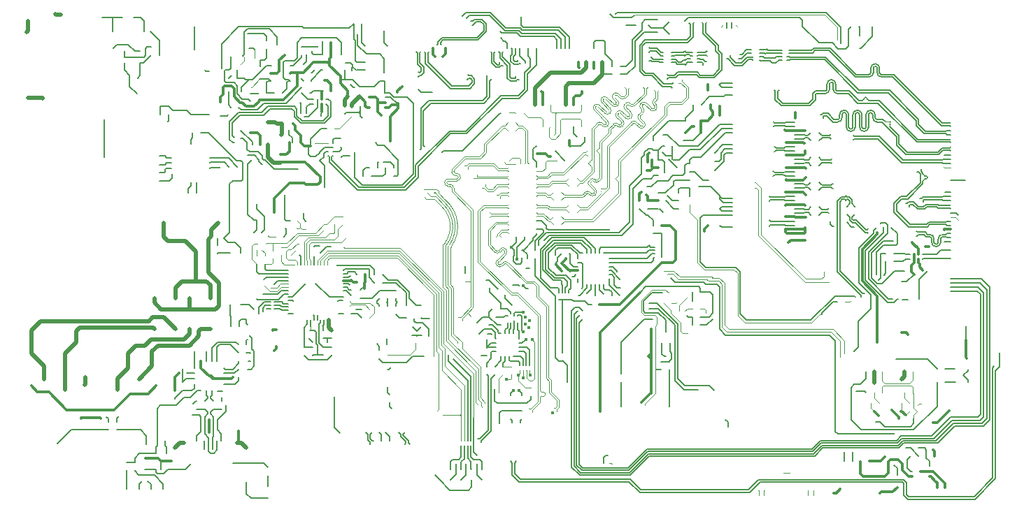
<source format=gbr>
%TF.GenerationSoftware,KiCad,Pcbnew,7.0.9-7.0.9~ubuntu22.04.1*%
%TF.CreationDate,2023-12-01T07:42:16+01:00*%
%TF.ProjectId,jetson-orin-baseboard,6a657473-6f6e-42d6-9f72-696e2d626173,1.1.1*%
%TF.SameCoordinates,Original*%
%TF.FileFunction,Copper,L8,Bot*%
%TF.FilePolarity,Positive*%
%FSLAX46Y46*%
G04 Gerber Fmt 4.6, Leading zero omitted, Abs format (unit mm)*
G04 Created by KiCad (PCBNEW 7.0.9-7.0.9~ubuntu22.04.1) date 2023-12-01 07:42:16*
%MOMM*%
%LPD*%
G01*
G04 APERTURE LIST*
%TA.AperFunction,ViaPad*%
%ADD10C,0.450000*%
%TD*%
%TA.AperFunction,Conductor*%
%ADD11C,0.150000*%
%TD*%
%TA.AperFunction,Conductor*%
%ADD12C,0.500000*%
%TD*%
%TA.AperFunction,Conductor*%
%ADD13C,0.300000*%
%TD*%
%TA.AperFunction,Conductor*%
%ADD14C,0.200000*%
%TD*%
%TA.AperFunction,Conductor*%
%ADD15C,0.155000*%
%TD*%
%TA.AperFunction,Conductor*%
%ADD16C,0.125000*%
%TD*%
%TA.AperFunction,Conductor*%
%ADD17C,0.130000*%
%TD*%
%TA.AperFunction,Conductor*%
%ADD18C,0.160000*%
%TD*%
G04 APERTURE END LIST*
D10*
%TO.N,GND*%
X91450000Y-102350000D03*
X91750000Y-108800000D03*
X94962501Y-117706675D03*
%TO.N,Net-(A1-Pad124)*%
X89410307Y-113668914D03*
%TO.N,CSIA_FLG*%
X92272500Y-113200000D03*
%TO.N,CSIB_FLG*%
X92500000Y-108850000D03*
%TO.N,I2S1_SDOUT*%
X92100688Y-107399312D03*
%TO.N,I2S1_SDIN*%
X91664500Y-106949833D03*
%TO.N,I2S1_LRCK*%
X92150000Y-106537833D03*
%TO.N,I2S1_SCLK*%
X91664500Y-106101467D03*
%TO.N,USBC0_FLG*%
X90800000Y-113150000D03*
%TO.N,USBC1_FLG*%
X91412000Y-113500000D03*
%TO.N,DISABLE_POE_DCDC*%
X91400000Y-107900000D03*
%TO.N,/HDMI/HDMI_SCL_3V3*%
X90950000Y-115050000D03*
%TO.N,USBC1_PEN*%
X91430000Y-105540000D03*
%TO.N,USBC_HPD*%
X90625000Y-99125000D03*
%TO.N,/HDMI/HDMI_SDA_3V3*%
X90250000Y-115050000D03*
%TO.N,/HDMI/HDMI_HPD*%
X90000000Y-97640000D03*
%TD*%
D11*
%TO.N,GND*%
X65100000Y-94500000D02*
X64800000Y-94200000D01*
D12*
X56800000Y-121360000D02*
X57345000Y-121360000D01*
D13*
X123150000Y-93950000D02*
X124275000Y-93950000D01*
X137250000Y-117550000D02*
X137700000Y-118000000D01*
D11*
X60350000Y-72100000D02*
X60035000Y-71785000D01*
D13*
X123820000Y-96830000D02*
X123550000Y-97100000D01*
D11*
X63490000Y-84950000D02*
X63490000Y-84405000D01*
X58889833Y-71774833D02*
X58900000Y-71785000D01*
X108200000Y-110285000D02*
X108215000Y-110300000D01*
D13*
X124325000Y-95500000D02*
X125400000Y-95500000D01*
D14*
X67950000Y-103700000D02*
X66300000Y-102050000D01*
D12*
X50400000Y-121360000D02*
X49855000Y-121360000D01*
D15*
X69400000Y-86785000D02*
X69585000Y-86600000D01*
D13*
X61600000Y-76600000D02*
X61900000Y-76300000D01*
X106490000Y-86400000D02*
X106490000Y-87295000D01*
D15*
X67550000Y-86050000D02*
X67280000Y-86320000D01*
D12*
X31500000Y-71400000D02*
X31300000Y-71600000D01*
D11*
X40750000Y-82250000D02*
X40750000Y-86750000D01*
X98649990Y-102499676D02*
X98649990Y-102149990D01*
D14*
X57300000Y-106400000D02*
X57035000Y-106665000D01*
X57900000Y-106885000D02*
X58065000Y-107050000D01*
D15*
X87565500Y-108200000D02*
X87085000Y-108200000D01*
D13*
X73800000Y-79700000D02*
X73550000Y-79450000D01*
D14*
X48085000Y-121115000D02*
X48100000Y-121100000D01*
D11*
X72300000Y-76185000D02*
X71300000Y-76185000D01*
D13*
X134700000Y-123600000D02*
X135200000Y-123100000D01*
X73800000Y-80100000D02*
X73800000Y-81225000D01*
D15*
X58100000Y-86500000D02*
X58900000Y-86500000D01*
D13*
X134450000Y-118050000D02*
X134435000Y-118050000D01*
D16*
X142400000Y-88000000D02*
X142350000Y-87950000D01*
D11*
X56161232Y-76863768D02*
X55825000Y-77200000D01*
D15*
X59850000Y-87600000D02*
X59800000Y-87600000D01*
D13*
X63117000Y-85000000D02*
X63117000Y-86033000D01*
D11*
X89505000Y-72975000D02*
X89505000Y-73550000D01*
X67735000Y-108685000D02*
X68200000Y-108685000D01*
D12*
X35500000Y-69500000D02*
X34900000Y-69500000D01*
D13*
X124325000Y-83500000D02*
X125500000Y-83500000D01*
X141019500Y-124820000D02*
X140580000Y-124820000D01*
D12*
X49855000Y-121360000D02*
X49280000Y-121935000D01*
D13*
X106660000Y-86230000D02*
X106490000Y-86400000D01*
X60900000Y-76600000D02*
X61600000Y-76600000D01*
D11*
X106920000Y-71050000D02*
X106600000Y-70730000D01*
D13*
X123160000Y-95450000D02*
X123210000Y-95500000D01*
D16*
X125900000Y-127150000D02*
X125900000Y-127700000D01*
D13*
X134775000Y-127300000D02*
X134600000Y-127475000D01*
X73800000Y-80100000D02*
X73800000Y-79700000D01*
X52425000Y-111450000D02*
X52425000Y-112275000D01*
D11*
X58075167Y-71774833D02*
X58889833Y-71774833D01*
X128850000Y-95150000D02*
X129000000Y-95150000D01*
D13*
X142485000Y-126285500D02*
X141499500Y-125300000D01*
D11*
X70500000Y-75300000D02*
X70800000Y-75600000D01*
X67200000Y-108685000D02*
X67735000Y-108685000D01*
D14*
X71685000Y-81735000D02*
X71950000Y-82000000D01*
X66600000Y-111300000D02*
X67700000Y-111300000D01*
D11*
X66140000Y-97500000D02*
X66075000Y-97565000D01*
X91680000Y-75170000D02*
X91005000Y-74495000D01*
D14*
X48085000Y-121700000D02*
X48085000Y-121115000D01*
D11*
X142420000Y-97000000D02*
X142410000Y-97010000D01*
D13*
X53400000Y-120050000D02*
X53450000Y-120100000D01*
D15*
X58900000Y-86500000D02*
X59450000Y-87050000D01*
D14*
X57900000Y-106400000D02*
X57300000Y-106400000D01*
D11*
X139285000Y-122970000D02*
X138315000Y-122000000D01*
D13*
X76220000Y-78668147D02*
X76220000Y-78850000D01*
X100000000Y-75250000D02*
X100000000Y-75950000D01*
D11*
X54900000Y-116315000D02*
X54900000Y-115850000D01*
D13*
X57010000Y-121150000D02*
X56800000Y-121360000D01*
D14*
X145250000Y-114000000D02*
X145250000Y-113750000D01*
D17*
X87265894Y-101630000D02*
X86970000Y-101630000D01*
D16*
X133515000Y-117130000D02*
X133935000Y-117550000D01*
D11*
X91450000Y-102350000D02*
X91747053Y-102647053D01*
X71898000Y-70550000D02*
X71898000Y-72898000D01*
X75235000Y-121100000D02*
X75235000Y-120585000D01*
D17*
X95366134Y-99547208D02*
X95587238Y-99326104D01*
D13*
X129325000Y-127475000D02*
X129000000Y-127475000D01*
X97500000Y-80400000D02*
X97500000Y-79550000D01*
D16*
X97115000Y-85418000D02*
X97125500Y-85428500D01*
X115560000Y-70750000D02*
X115350000Y-70960000D01*
D11*
X63085000Y-83415000D02*
X63100000Y-83400000D01*
D13*
X61900000Y-75000000D02*
X62550000Y-74350000D01*
D11*
X91680000Y-75270000D02*
X91680000Y-75170000D01*
D16*
X119950000Y-127150000D02*
X119900000Y-127100000D01*
D11*
X145000000Y-107274500D02*
X145000000Y-108950000D01*
D13*
X123150000Y-83500000D02*
X124325000Y-83500000D01*
D11*
X51900000Y-116315000D02*
X51785000Y-116315000D01*
D15*
X87000000Y-110785000D02*
X86335000Y-110785000D01*
D14*
X71685000Y-80600000D02*
X71685000Y-81085000D01*
D15*
X59800000Y-87600000D02*
X59450000Y-87250000D01*
D13*
X59600000Y-84100000D02*
X59294122Y-83794122D01*
X125460000Y-92500000D02*
X125510000Y-92550000D01*
D11*
X66200000Y-76200000D02*
X65900000Y-76500000D01*
D13*
X47600000Y-123600000D02*
X48800000Y-123600000D01*
X133300000Y-123600000D02*
X134700000Y-123600000D01*
D15*
X86335000Y-110785000D02*
X86325000Y-110775000D01*
D11*
X138000000Y-104015000D02*
X137360000Y-104015000D01*
D13*
X97500000Y-79550000D02*
X97750000Y-79300000D01*
X125500000Y-83500000D02*
X125560000Y-83560000D01*
X95366134Y-99776134D02*
X96115000Y-100525000D01*
X145000000Y-111000000D02*
X145100000Y-111100000D01*
D11*
X70800000Y-75800000D02*
X71185000Y-76185000D01*
X52990000Y-76290000D02*
X52900000Y-76200000D01*
D14*
X145250000Y-113750000D02*
X144700000Y-113200000D01*
D11*
X59365000Y-79000000D02*
X59415000Y-78950000D01*
D13*
X137790500Y-108025500D02*
X138000000Y-108235000D01*
X139250000Y-99097500D02*
X139250000Y-99550000D01*
D11*
X55200000Y-113575000D02*
X54025000Y-113575000D01*
D14*
X101400000Y-122900000D02*
X101700000Y-122900000D01*
D11*
X56161232Y-76828038D02*
X56161232Y-76863768D01*
X67735000Y-108685000D02*
X67735000Y-109185000D01*
D13*
X37959000Y-118341000D02*
X37900000Y-118400000D01*
X135300000Y-127300000D02*
X134775000Y-127300000D01*
D14*
X71685000Y-81085000D02*
X71685000Y-81265000D01*
D11*
X132303500Y-73519000D02*
X132128500Y-73519000D01*
X89210000Y-72680000D02*
X89505000Y-72975000D01*
X113650000Y-107100000D02*
X114400000Y-106350000D01*
D13*
X123160000Y-95450000D02*
X123160000Y-95820000D01*
D11*
X91750000Y-108800000D02*
X91300000Y-109250000D01*
D14*
X66600000Y-111300000D02*
X65465000Y-111300000D01*
D11*
X75300000Y-87300000D02*
X74500000Y-87300000D01*
D13*
X45725000Y-123250000D02*
X47250000Y-123250000D01*
D12*
X38400000Y-114250000D02*
X38300000Y-114350000D01*
D15*
X59550000Y-87350000D02*
X59450000Y-87250000D01*
D13*
X93800000Y-78900000D02*
X93800000Y-80400000D01*
D11*
X98499833Y-102649833D02*
X98649990Y-102499676D01*
X91300000Y-109250000D02*
X90900000Y-109250000D01*
D13*
X67050000Y-80285000D02*
X67050000Y-81205000D01*
D11*
X70700000Y-76250000D02*
X70700000Y-75900000D01*
D13*
X123130000Y-83480000D02*
X123150000Y-83500000D01*
D15*
X90100000Y-118950000D02*
X90100000Y-118685000D01*
D11*
X53400000Y-76290000D02*
X52990000Y-76290000D01*
D13*
X123150000Y-92600000D02*
X123250000Y-92500000D01*
D14*
X71685000Y-81265000D02*
X71650000Y-81300000D01*
D13*
X142485000Y-126800000D02*
X142485000Y-126285500D01*
X94464999Y-86650000D02*
X94149999Y-86335000D01*
D14*
X57035000Y-106665000D02*
X57035000Y-107260000D01*
D11*
X75000000Y-115285000D02*
X75230000Y-115515000D01*
X133690000Y-72132500D02*
X132303500Y-73519000D01*
D14*
X101150000Y-123150000D02*
X101400000Y-122900000D01*
D11*
X91750000Y-100200000D02*
X92105894Y-100200000D01*
X73835000Y-88050000D02*
X73835000Y-87365000D01*
D13*
X125570000Y-86330000D02*
X125400000Y-86500000D01*
D11*
X98450000Y-99500000D02*
X98649990Y-99699990D01*
X75735000Y-87735000D02*
X75300000Y-87300000D01*
X65200000Y-75115000D02*
X64815000Y-75500000D01*
D16*
X143150000Y-88000000D02*
X142400000Y-88000000D01*
D14*
X57920000Y-127520000D02*
X57920000Y-126115000D01*
D12*
X33250000Y-79550000D02*
X33300000Y-79600000D01*
D13*
X72212000Y-101963000D02*
X72280000Y-101895000D01*
D11*
X65550000Y-108770000D02*
X65550000Y-108672500D01*
D13*
X135300000Y-127300000D02*
X136150000Y-127300000D01*
D15*
X85170000Y-126730000D02*
X85170000Y-125885000D01*
D13*
X125630000Y-88100000D02*
X125530000Y-88000000D01*
D14*
X116200000Y-119450000D02*
X116200000Y-118830000D01*
D11*
X60035000Y-71785000D02*
X58900000Y-71785000D01*
D14*
X145250000Y-112500000D02*
X145250000Y-112650000D01*
D13*
X124325000Y-86500000D02*
X123260000Y-86500000D01*
D12*
X31500000Y-79550000D02*
X33250000Y-79550000D01*
D11*
X108681004Y-110900000D02*
X108500000Y-110900000D01*
X108200000Y-109250000D02*
X108200000Y-110285000D01*
X47385000Y-74400000D02*
X47385000Y-73985000D01*
D17*
X95366134Y-99694998D02*
X95366134Y-99547208D01*
D14*
X71685000Y-81465000D02*
X71665000Y-81465000D01*
D11*
X47385000Y-73985000D02*
X47385000Y-73400000D01*
X109150000Y-71800000D02*
X108400000Y-71050000D01*
X76415000Y-106200000D02*
X76000000Y-105785000D01*
D17*
X95587238Y-99326104D02*
X95587238Y-98917762D01*
D13*
X52425000Y-112275000D02*
X53400000Y-113250000D01*
D11*
X46310000Y-71510000D02*
X47385000Y-72585000D01*
D13*
X124325000Y-94000000D02*
X125590000Y-94000000D01*
D12*
X34900000Y-69500000D02*
X34800000Y-69400000D01*
D13*
X124275000Y-93950000D02*
X124325000Y-94000000D01*
X125400000Y-86500000D02*
X124325000Y-86500000D01*
X58449787Y-83794122D02*
X59294122Y-83794122D01*
D11*
X58735000Y-73550000D02*
X58900000Y-73715000D01*
D13*
X113350000Y-95720000D02*
X113350000Y-95450000D01*
D14*
X53725000Y-113575000D02*
X53825000Y-113575000D01*
D11*
X112885000Y-107100000D02*
X113650000Y-107100000D01*
D13*
X67700000Y-77450000D02*
X68165000Y-77915000D01*
D11*
X62950000Y-103700000D02*
X63460000Y-103700000D01*
D13*
X49265000Y-113395500D02*
X49265000Y-115000000D01*
X124275000Y-90950000D02*
X124325000Y-91000000D01*
D11*
X51600000Y-73715000D02*
X51600000Y-71785000D01*
X90902947Y-102252947D02*
X90147053Y-102252947D01*
D13*
X125500000Y-85070000D02*
X125370000Y-85070000D01*
D14*
X71685000Y-81465000D02*
X71685000Y-81735000D01*
D11*
X98649990Y-99699990D02*
X98649990Y-102149990D01*
D13*
X141499500Y-125300000D02*
X141019500Y-124820000D01*
D11*
X66510000Y-73350000D02*
X66590000Y-73270000D01*
X98000000Y-99500000D02*
X98450000Y-99500000D01*
D13*
X67375000Y-77450000D02*
X67700000Y-77450000D01*
D11*
X109430000Y-92020000D02*
X108850000Y-91440000D01*
X102780000Y-100530000D02*
X102780000Y-100600000D01*
D13*
X38608000Y-118341000D02*
X37959000Y-118341000D01*
D11*
X67400000Y-90350000D02*
X67400000Y-87785000D01*
X67735000Y-109185000D02*
X67750000Y-109200000D01*
D15*
X98885000Y-84250000D02*
X98885000Y-84915000D01*
D11*
X63490000Y-84405000D02*
X63085000Y-84000000D01*
X58150000Y-111450000D02*
X58400000Y-111450000D01*
D15*
X59450000Y-87050000D02*
X59450000Y-87250000D01*
D13*
X93150000Y-86335000D02*
X94149999Y-86335000D01*
D11*
X63085000Y-84000000D02*
X63085000Y-83415000D01*
D12*
X137600000Y-113350000D02*
X137250000Y-113700000D01*
D16*
X122900800Y-125049200D02*
X122900000Y-125050000D01*
D13*
X47250000Y-123250000D02*
X47600000Y-123600000D01*
D14*
X65465000Y-111300000D02*
X64925000Y-110760000D01*
D11*
X64560000Y-73350000D02*
X66510000Y-73350000D01*
D13*
X124325000Y-96000000D02*
X125470000Y-96000000D01*
D11*
X143150000Y-86500000D02*
X142430000Y-86500000D01*
X133690000Y-70890000D02*
X133690000Y-72132500D01*
D13*
X61300000Y-110200000D02*
X61550000Y-109950000D01*
X113350000Y-95450000D02*
X113800000Y-95000000D01*
X142400000Y-95500000D02*
X143150000Y-95500000D01*
X93650167Y-78750167D02*
X93800000Y-78900000D01*
D15*
X80060500Y-106263000D02*
X79163000Y-106263000D01*
D11*
X137360000Y-104015000D02*
X137325000Y-104050000D01*
D13*
X124325000Y-81375000D02*
X124325000Y-82000000D01*
X56083000Y-113575000D02*
X55200000Y-113575000D01*
X125290000Y-89500000D02*
X125630000Y-89160000D01*
X105515000Y-91155000D02*
X105720000Y-90950000D01*
D16*
X89750000Y-81300000D02*
X90415000Y-81300000D01*
D13*
X124325000Y-89500000D02*
X125290000Y-89500000D01*
X140580000Y-124820000D02*
X139530000Y-124820000D01*
D14*
X57900000Y-106400000D02*
X57900000Y-106885000D01*
D11*
X65200000Y-74300000D02*
X65200000Y-75115000D01*
D16*
X90415000Y-81300000D02*
X90515000Y-81400000D01*
D11*
X110200000Y-92020000D02*
X109430000Y-92020000D01*
D13*
X125590000Y-95880000D02*
X125590000Y-95310000D01*
D14*
X48250000Y-121865000D02*
X48085000Y-121700000D01*
D13*
X80505000Y-74255000D02*
X80505000Y-73550000D01*
X72212000Y-102650000D02*
X72212000Y-101963000D01*
X95366134Y-99694998D02*
X95366134Y-99776134D01*
D17*
X95587238Y-98917762D02*
X96075000Y-98430000D01*
D13*
X73550000Y-79450000D02*
X72825000Y-79450000D01*
X98115000Y-75250000D02*
X98115000Y-75815000D01*
D15*
X66915000Y-87085000D02*
X66800000Y-87085000D01*
D13*
X57010000Y-119900000D02*
X57010000Y-121150000D01*
D14*
X67700000Y-111300000D02*
X68200000Y-110800000D01*
X71650000Y-81300000D02*
X71500000Y-81300000D01*
D16*
X119950000Y-127750000D02*
X119950000Y-127150000D01*
D13*
X76738028Y-78150119D02*
X76220000Y-78668147D01*
D16*
X61465000Y-96400000D02*
X60650000Y-96400000D01*
D13*
X40241000Y-118341000D02*
X40300000Y-118400000D01*
X94750000Y-86650000D02*
X94464999Y-86650000D01*
D11*
X75440000Y-112200000D02*
X75190000Y-112450000D01*
D16*
X60650000Y-96400000D02*
X60500000Y-96250000D01*
D14*
X60550000Y-128100000D02*
X58500000Y-128100000D01*
X72285000Y-102280000D02*
X71700000Y-102865000D01*
D13*
X74775000Y-80100000D02*
X73800000Y-80100000D01*
X72825000Y-79450000D02*
X73250000Y-79450000D01*
X125400000Y-95500000D02*
X125590000Y-95310000D01*
D15*
X90100000Y-118685000D02*
X89900000Y-118485000D01*
D11*
X70800000Y-75600000D02*
X70800000Y-75800000D01*
D13*
X139400000Y-99700000D02*
X139400000Y-100075000D01*
D11*
X54025000Y-113575000D02*
X53825000Y-113575000D01*
X74990000Y-73298502D02*
X74555000Y-72863502D01*
X108500000Y-110900000D02*
X108215000Y-110615000D01*
D12*
X133900000Y-112700000D02*
X133900000Y-114077153D01*
D13*
X53400000Y-118615000D02*
X53400000Y-119385000D01*
D11*
X77250000Y-106200000D02*
X76415000Y-106200000D01*
D13*
X38608000Y-118341000D02*
X39608000Y-118341000D01*
D16*
X123700000Y-125049200D02*
X122900800Y-125049200D01*
D11*
X139285000Y-123000000D02*
X139285000Y-122970000D01*
D13*
X125470000Y-96000000D02*
X125590000Y-95880000D01*
D11*
X55825000Y-77200000D02*
X55815000Y-77200000D01*
X66920000Y-81775000D02*
X66920000Y-81430000D01*
D13*
X123250000Y-92500000D02*
X124325000Y-92500000D01*
D11*
X63460000Y-103700000D02*
X65110000Y-102050000D01*
D16*
X138150000Y-117550000D02*
X137700000Y-118000000D01*
D13*
X113760000Y-78600000D02*
X113760000Y-77960000D01*
D15*
X67280000Y-86320000D02*
X67280000Y-86720000D01*
D13*
X123240000Y-85000000D02*
X124325000Y-85000000D01*
D11*
X65900000Y-76500000D02*
X65785000Y-76500000D01*
D16*
X138165000Y-117550000D02*
X138150000Y-117550000D01*
D13*
X61550000Y-109950000D02*
X61550000Y-109685000D01*
X123280000Y-88000000D02*
X124325000Y-88000000D01*
X82005000Y-74245000D02*
X82005000Y-73550000D01*
D14*
X71665000Y-81465000D02*
X71500000Y-81300000D01*
D11*
X128600000Y-94900000D02*
X128850000Y-95150000D01*
X75000000Y-114600000D02*
X75000000Y-115285000D01*
D14*
X101150000Y-123800000D02*
X101150000Y-123150000D01*
D13*
X123250000Y-89490000D02*
X123260000Y-89500000D01*
X68165000Y-77915000D02*
X68165000Y-78710000D01*
X98115000Y-75815000D02*
X98200000Y-75900000D01*
D11*
X45100000Y-69800000D02*
X44275000Y-69800000D01*
X51600000Y-71785000D02*
X51600000Y-70900000D01*
D15*
X47600000Y-123600000D02*
X47600000Y-124575000D01*
D11*
X89200000Y-103805894D02*
X89200000Y-103450000D01*
D12*
X57345000Y-121360000D02*
X57920000Y-121935000D01*
D11*
X75735000Y-88050000D02*
X75735000Y-87735000D01*
D13*
X97750000Y-79300000D02*
X98250000Y-79300000D01*
D16*
X133515000Y-116550000D02*
X133515000Y-117130000D01*
D11*
X92105894Y-100200000D02*
X92152947Y-100247053D01*
D15*
X67805000Y-86050000D02*
X67550000Y-86050000D01*
D13*
X111872000Y-83000000D02*
X111089000Y-83783000D01*
X137185000Y-117550000D02*
X137250000Y-117550000D01*
D11*
X138315000Y-122000000D02*
X137700000Y-122000000D01*
X91005000Y-74495000D02*
X91005000Y-73550000D01*
X143150000Y-91000000D02*
X142450000Y-91000000D01*
X67400000Y-87785000D02*
X66800000Y-87185000D01*
D13*
X123210000Y-95500000D02*
X124325000Y-95500000D01*
D11*
X69900000Y-75300000D02*
X70500000Y-75300000D01*
D14*
X48250000Y-122625000D02*
X48250000Y-121865000D01*
D13*
X73800000Y-81225000D02*
X74200000Y-81625000D01*
X123340000Y-96000000D02*
X124325000Y-96000000D01*
D15*
X98885000Y-84915000D02*
X98371500Y-85428500D01*
D13*
X123200000Y-90950000D02*
X124275000Y-90950000D01*
D14*
X71685000Y-81265000D02*
X71685000Y-81465000D01*
D16*
X117140000Y-70740000D02*
X117350000Y-70950000D01*
D11*
X66800000Y-97500000D02*
X66140000Y-97500000D01*
X89090000Y-72680000D02*
X89210000Y-72680000D01*
X64800000Y-94200000D02*
X64800000Y-93500000D01*
D13*
X124350000Y-81350000D02*
X124325000Y-81375000D01*
X134435000Y-118050000D02*
X133935000Y-117550000D01*
X98500000Y-79050000D02*
X98500000Y-78750000D01*
X136150000Y-127300000D02*
X136700000Y-126750000D01*
D11*
X58400000Y-79000000D02*
X59365000Y-79000000D01*
D13*
X123260000Y-86500000D02*
X123240000Y-86480000D01*
D11*
X65925500Y-109145500D02*
X65550000Y-108770000D01*
X84375000Y-100840000D02*
X84375000Y-99990000D01*
D15*
X69585000Y-86600000D02*
X70400000Y-86600000D01*
D13*
X123260000Y-89500000D02*
X124325000Y-89500000D01*
D15*
X84800000Y-127100000D02*
X85170000Y-126730000D01*
D11*
X105080000Y-70770000D02*
X103885000Y-70770000D01*
D15*
X87600000Y-108234500D02*
X87565500Y-108200000D01*
D11*
X75235000Y-120585000D02*
X74750000Y-120100000D01*
D13*
X124325000Y-91000000D02*
X125320000Y-91000000D01*
D15*
X82575000Y-127100000D02*
X84800000Y-127100000D01*
D13*
X96985000Y-85288000D02*
X96985000Y-84750000D01*
X80770000Y-74520000D02*
X80505000Y-74255000D01*
X61115000Y-107685000D02*
X61500000Y-107685000D01*
D16*
X58900000Y-74715000D02*
X58900000Y-73715000D01*
D11*
X142430000Y-86500000D02*
X142420000Y-86490000D01*
X45510000Y-70210000D02*
X45100000Y-69800000D01*
X81360000Y-125860000D02*
X80800000Y-125300000D01*
X128600000Y-94500000D02*
X128600000Y-94900000D01*
X143150000Y-97000000D02*
X142420000Y-97000000D01*
D15*
X79163000Y-106263000D02*
X79100000Y-106200000D01*
D14*
X71685000Y-81115000D02*
X71500000Y-81300000D01*
D13*
X125580000Y-96830000D02*
X123820000Y-96830000D01*
D11*
X71898000Y-72898000D02*
X72300000Y-73300000D01*
D13*
X129800000Y-127000000D02*
X129325000Y-127475000D01*
X137200000Y-108025500D02*
X137790500Y-108025500D01*
X125530000Y-88000000D02*
X124325000Y-88000000D01*
X53400000Y-113250000D02*
X53700000Y-113250000D01*
X139250000Y-99550000D02*
X139400000Y-99700000D01*
X105515000Y-92020000D02*
X105515000Y-91155000D01*
D11*
X131150000Y-95200000D02*
X130600000Y-94650000D01*
X108400000Y-71050000D02*
X106920000Y-71050000D01*
D12*
X38400000Y-113385000D02*
X38400000Y-114250000D01*
D14*
X69650000Y-103700000D02*
X67950000Y-103700000D01*
D13*
X59600000Y-85200000D02*
X59600000Y-84100000D01*
X39608000Y-118341000D02*
X40241000Y-118341000D01*
X115210000Y-81640000D02*
X115210000Y-80525000D01*
D11*
X88700000Y-72290000D02*
X89090000Y-72680000D01*
X70700000Y-75900000D02*
X70800000Y-75800000D01*
D14*
X145250000Y-112650000D02*
X144700000Y-113200000D01*
D13*
X55200000Y-113575000D02*
X53825000Y-113575000D01*
D14*
X53400000Y-113250000D02*
X53725000Y-113575000D01*
D13*
X142380000Y-95520000D02*
X142400000Y-95500000D01*
D11*
X47385000Y-72585000D02*
X47385000Y-73985000D01*
D13*
X63117000Y-86033000D02*
X62710000Y-86440000D01*
X125320000Y-91000000D02*
X125670000Y-91350000D01*
D11*
X102250000Y-100000000D02*
X102780000Y-100530000D01*
D14*
X68200000Y-110800000D02*
X68200000Y-110735000D01*
D13*
X125570000Y-86000000D02*
X125570000Y-86330000D01*
D14*
X58500000Y-128100000D02*
X57920000Y-127520000D01*
X70010000Y-81300000D02*
X69800000Y-81510000D01*
D13*
X123160000Y-95820000D02*
X123340000Y-96000000D01*
D15*
X98371500Y-85428500D02*
X97125500Y-85428500D01*
D11*
X58250000Y-73550000D02*
X58735000Y-73550000D01*
X48476428Y-81615000D02*
X48476428Y-82373572D01*
X131450000Y-95200000D02*
X131150000Y-95200000D01*
X40700000Y-82200000D02*
X40750000Y-82250000D01*
D13*
X139775000Y-100425000D02*
X139750000Y-100425000D01*
D11*
X90950000Y-102300000D02*
X90902947Y-102252947D01*
D13*
X112100000Y-83000000D02*
X111872000Y-83000000D01*
D11*
X143150000Y-89500000D02*
X144950000Y-89500000D01*
X75190000Y-112450000D02*
X75010000Y-112450000D01*
X90047053Y-104652947D02*
X89200000Y-103805894D01*
X73835000Y-87365000D02*
X73900000Y-87300000D01*
D13*
X125370000Y-85070000D02*
X125300000Y-85000000D01*
D14*
X72285000Y-101900000D02*
X72285000Y-102280000D01*
D13*
X145000000Y-108950000D02*
X145000000Y-111000000D01*
X98250000Y-79300000D02*
X98500000Y-79050000D01*
X53700000Y-113250000D02*
X54025000Y-113575000D01*
X62710000Y-86440000D02*
X62025000Y-86440000D01*
D11*
X51785000Y-116315000D02*
X51450000Y-116650000D01*
X60350000Y-72600000D02*
X60350000Y-72100000D01*
D16*
X137215000Y-117520000D02*
X137185000Y-117550000D01*
D13*
X140115000Y-97550000D02*
X140550000Y-97550000D01*
D11*
X48476428Y-82373572D02*
X48450000Y-82400000D01*
X110040000Y-88020000D02*
X109040000Y-87020000D01*
D13*
X49750500Y-112910000D02*
X49265000Y-113395500D01*
D14*
X116200000Y-118830000D02*
X115927500Y-118557500D01*
D11*
X81360000Y-125885000D02*
X81360000Y-125860000D01*
X91720000Y-75310000D02*
X91680000Y-75270000D01*
X109150000Y-70300000D02*
X108400000Y-71050000D01*
D12*
X133900000Y-114077153D02*
X133947347Y-114124500D01*
D11*
X91747053Y-102647053D02*
X92052947Y-102647053D01*
D13*
X125300000Y-85000000D02*
X124325000Y-85000000D01*
D12*
X137600000Y-112700000D02*
X137600000Y-113350000D01*
D17*
X88392947Y-102757053D02*
X87265894Y-101630000D01*
D13*
X125590000Y-94000000D02*
X125600000Y-93990000D01*
X97125500Y-85428500D02*
X96985000Y-85288000D01*
D14*
X71500000Y-81300000D02*
X70010000Y-81300000D01*
D13*
X81725000Y-74525000D02*
X82005000Y-74245000D01*
D16*
X137215000Y-116550000D02*
X137215000Y-117520000D01*
D13*
X124325000Y-92500000D02*
X125460000Y-92500000D01*
D12*
X31500000Y-70200000D02*
X31500000Y-71400000D01*
D11*
X102250000Y-100000000D02*
X101799990Y-100000000D01*
D13*
X61900000Y-76300000D02*
X61900000Y-75000000D01*
D11*
X108215000Y-110615000D02*
X108215000Y-110300000D01*
D13*
X72285000Y-100950000D02*
X72285000Y-101900000D01*
X61100000Y-107700000D02*
X61115000Y-107685000D01*
X53400000Y-119385000D02*
X53400000Y-120050000D01*
X56270000Y-113388000D02*
X56083000Y-113575000D01*
D15*
X81360000Y-125885000D02*
X82575000Y-127100000D01*
D13*
X139750000Y-100425000D02*
X139400000Y-100075000D01*
D15*
X67280000Y-86720000D02*
X66915000Y-87085000D01*
D11*
X45510000Y-71510000D02*
X45510000Y-70210000D01*
X74555000Y-72863502D02*
X74555000Y-71450000D01*
D14*
X71685000Y-81085000D02*
X71685000Y-81115000D01*
D15*
%TO.N,CSI1_D0_N*%
X120650000Y-74710000D02*
X121530000Y-74710000D01*
X121530000Y-74710000D02*
X121580000Y-74760000D01*
X120050700Y-74553200D02*
X120493200Y-74553200D01*
X120493200Y-74553200D02*
X120650000Y-74710000D01*
X122086800Y-74563200D02*
X122776800Y-74563200D01*
X121890000Y-74760000D02*
X122086800Y-74563200D01*
X121580000Y-74760000D02*
X121890000Y-74760000D01*
X122776800Y-74563200D02*
X122780000Y-74560000D01*
%TO.N,CSI0_D0_N*%
X134279500Y-82180500D02*
X134981926Y-82180500D01*
X135826398Y-83024971D02*
X135826397Y-83024971D01*
X136929500Y-84128074D02*
X136929500Y-85168074D01*
X132429000Y-81590499D02*
X132429000Y-83069501D01*
X127578575Y-81560000D02*
X127688075Y-81450500D01*
X142138074Y-85600500D02*
X143049500Y-85600500D01*
X135844566Y-82441119D02*
X135844566Y-82441118D01*
X135543556Y-82459286D02*
X135543555Y-82459287D01*
X130829000Y-81590499D02*
X130829000Y-83069501D01*
X131330000Y-83069501D02*
X131330000Y-81590499D01*
X128311926Y-81450500D02*
X129041926Y-82180500D01*
X135826397Y-83024971D02*
X136929500Y-84128074D01*
X129041926Y-82180500D02*
X129479500Y-82180500D01*
X135844565Y-82723961D02*
X135844566Y-82723960D01*
X141613074Y-86125500D02*
X142138074Y-85600500D01*
X132930000Y-83069501D02*
X132930000Y-81590499D01*
X143049500Y-85600500D02*
X143150000Y-85500000D01*
X127390000Y-81560000D02*
X127578575Y-81560000D01*
X129730000Y-81930000D02*
X129730000Y-81590499D01*
X135844566Y-82723960D02*
X135826398Y-82742129D01*
X135543555Y-82459287D02*
X135561724Y-82441119D01*
X127688075Y-81450500D02*
X128311926Y-81450500D01*
X137886926Y-86125500D02*
X141613074Y-86125500D01*
X134029000Y-81590499D02*
X134029000Y-81930000D01*
X134981926Y-82180500D02*
X135260713Y-82459287D01*
X136929500Y-85168074D02*
X137886926Y-86125500D01*
X134029001Y-81590499D02*
G75*
G03*
X133479500Y-81040999I-549501J-1D01*
G01*
X130829001Y-81590499D02*
G75*
G03*
X130279500Y-81040999I-549501J-1D01*
G01*
X135844525Y-82723921D02*
G75*
G03*
X135844565Y-82441119I-141425J141421D01*
G01*
X129479500Y-82180500D02*
G75*
G03*
X129730000Y-81930000I0J250500D01*
G01*
X130828999Y-83069501D02*
G75*
G03*
X131079500Y-83320001I250501J1D01*
G01*
X132679500Y-83320000D02*
G75*
G03*
X132930000Y-83069501I0J250500D01*
G01*
X134029000Y-81930000D02*
G75*
G03*
X134279500Y-82180500I250500J0D01*
G01*
X131879500Y-81041000D02*
G75*
G03*
X131330000Y-81590499I0J-549500D01*
G01*
X133479500Y-81041000D02*
G75*
G03*
X132930000Y-81590499I0J-549500D01*
G01*
X135826448Y-82742180D02*
G75*
G03*
X135826399Y-83024971I141352J-141420D01*
G01*
X135260679Y-82459321D02*
G75*
G03*
X135543556Y-82459286I141421J141421D01*
G01*
X135844566Y-82441119D02*
G75*
G03*
X135561724Y-82441119I-141421J-141419D01*
G01*
X130279500Y-81041000D02*
G75*
G03*
X129730000Y-81590499I0J-549500D01*
G01*
X131079500Y-83320000D02*
G75*
G03*
X131330000Y-83069501I0J250500D01*
G01*
X132429001Y-81590499D02*
G75*
G03*
X131879500Y-81040999I-549501J-1D01*
G01*
X132428999Y-83069501D02*
G75*
G03*
X132679500Y-83320001I250501J1D01*
G01*
%TO.N,CSI1_D0_P*%
X122380400Y-74969600D02*
X122770400Y-74969600D01*
X122020000Y-75330000D02*
X122380400Y-74969600D01*
X121600000Y-75330000D02*
X121320000Y-75050000D01*
X122770400Y-74969600D02*
X122780000Y-74960000D01*
X121320000Y-75050000D02*
X120141100Y-75050000D01*
X122020000Y-75330000D02*
X121600000Y-75330000D01*
X120141100Y-75050000D02*
X120050700Y-74959600D01*
%TO.N,CSI0_D0_P*%
X131629000Y-83069501D02*
X131629000Y-81590499D01*
X130530000Y-81590499D02*
X130530000Y-83069501D01*
X133229000Y-83069501D02*
X133229000Y-81590499D01*
X142261926Y-85899500D02*
X143049500Y-85899500D01*
X134858074Y-82479500D02*
X136630500Y-84251926D01*
X137763074Y-86424500D02*
X141736926Y-86424500D01*
X143049500Y-85899500D02*
X143150000Y-86000000D01*
X136630500Y-84251926D02*
X136630500Y-85291926D01*
X132130000Y-81590499D02*
X132130000Y-83069501D01*
X127775011Y-81995011D02*
X127775011Y-81786414D01*
X128918074Y-82479500D02*
X129479500Y-82479500D01*
X127775011Y-81786414D02*
X127811925Y-81749500D01*
X133730000Y-81590499D02*
X133730000Y-81930000D01*
X134279500Y-82479500D02*
X134858074Y-82479500D01*
X136630500Y-85291926D02*
X137763074Y-86424500D01*
X141736926Y-86424500D02*
X142261926Y-85899500D01*
X130029000Y-81930000D02*
X130029000Y-81590499D01*
X127811925Y-81749500D02*
X128188074Y-81749500D01*
X128188074Y-81749500D02*
X128918074Y-82479500D01*
X132129999Y-83069501D02*
G75*
G03*
X132679500Y-83619001I549501J1D01*
G01*
X131079500Y-83619000D02*
G75*
G03*
X131629000Y-83069501I0J549500D01*
G01*
X129479500Y-82479500D02*
G75*
G03*
X130029000Y-81930000I0J549500D01*
G01*
X130530001Y-81590499D02*
G75*
G03*
X130279500Y-81339999I-250501J-1D01*
G01*
X130529999Y-83069501D02*
G75*
G03*
X131079500Y-83619001I549501J1D01*
G01*
X132130001Y-81590499D02*
G75*
G03*
X131879500Y-81339999I-250501J-1D01*
G01*
X130279500Y-81340000D02*
G75*
G03*
X130029000Y-81590499I0J-250500D01*
G01*
X133730001Y-81590499D02*
G75*
G03*
X133479500Y-81339999I-250501J-1D01*
G01*
X133479500Y-81340000D02*
G75*
G03*
X133229000Y-81590499I0J-250500D01*
G01*
X132679500Y-83619000D02*
G75*
G03*
X133229000Y-83069501I0J549500D01*
G01*
X133730000Y-81930000D02*
G75*
G03*
X134279500Y-82479500I549500J0D01*
G01*
X131879500Y-81340000D02*
G75*
G03*
X131629000Y-81590499I0J-250500D01*
G01*
%TO.N,CSI1_CLK_N*%
X85760500Y-70329500D02*
X85320000Y-70770000D01*
X86298074Y-70329500D02*
X85760500Y-70329500D01*
X86660500Y-70691926D02*
X86298074Y-70329500D01*
X81005000Y-73100000D02*
X81105500Y-72999500D01*
X81105500Y-72999500D02*
X81105500Y-72763074D01*
X85808074Y-72260500D02*
X86660500Y-71408074D01*
X85320000Y-70770000D02*
X85220000Y-70770000D01*
X86660500Y-71408074D02*
X86660500Y-70691926D01*
X81608074Y-72260500D02*
X85808074Y-72260500D01*
X81105500Y-72763074D02*
X81608074Y-72260500D01*
%TO.N,CSI0_CLK_N*%
X134491926Y-84200500D02*
X131507500Y-84200500D01*
X137391926Y-87100500D02*
X134491926Y-84200500D01*
X143150000Y-87000000D02*
X142249999Y-87000000D01*
X142149499Y-87100500D02*
X137391926Y-87100500D01*
X131507500Y-84200500D02*
X131360000Y-84053000D01*
X142249999Y-87000000D02*
X142149499Y-87100500D01*
%TO.N,CSI1_CLK_P*%
X81731926Y-72559500D02*
X85931926Y-72559500D01*
X81404500Y-72999500D02*
X81404500Y-72886926D01*
X85931926Y-72559500D02*
X86959500Y-71531926D01*
X86959500Y-71531926D02*
X86959500Y-70568074D01*
X85499500Y-70030500D02*
X85320000Y-70210000D01*
X86421926Y-70030500D02*
X85499500Y-70030500D01*
X86959500Y-70568074D02*
X86421926Y-70030500D01*
X85320000Y-70210000D02*
X85080000Y-70210000D01*
X81505000Y-73100000D02*
X81404500Y-72999500D01*
X81404500Y-72886926D02*
X81731926Y-72559500D01*
%TO.N,CSI0_CLK_P*%
X134368074Y-84499500D02*
X131507500Y-84499500D01*
X137268074Y-87399500D02*
X134368074Y-84499500D01*
X142249999Y-87500000D02*
X142149499Y-87399500D01*
X131507500Y-84499500D02*
X131360000Y-84647000D01*
X143150000Y-87500000D02*
X142249999Y-87500000D01*
X142149499Y-87399500D02*
X137268074Y-87399500D01*
%TO.N,CSI1_D1_N*%
X120930000Y-73660000D02*
X121064100Y-73794100D01*
X121982200Y-73750400D02*
X122770400Y-73750400D01*
X120849600Y-73740400D02*
X120930000Y-73660000D01*
X121938500Y-73794100D02*
X121982200Y-73750400D01*
X120050700Y-73740400D02*
X120849600Y-73740400D01*
X121064100Y-73794100D02*
X121938500Y-73794100D01*
X122770400Y-73750400D02*
X122780000Y-73760000D01*
%TO.N,CSI0_D1_N*%
X133260500Y-79890500D02*
X134501926Y-79890500D01*
X143049500Y-84600500D02*
X143150000Y-84500000D01*
X126500500Y-79028074D02*
X126788074Y-78740500D01*
X126788074Y-78740500D02*
X127980500Y-78740500D01*
X122394323Y-78590000D02*
X122246823Y-78737500D01*
X122811926Y-80200500D02*
X126008074Y-80200500D01*
X132660500Y-79690500D02*
X132660500Y-79671117D01*
X133060500Y-79671117D02*
X133060500Y-79690500D01*
X129480500Y-78740500D02*
X130881926Y-78740500D01*
X126008074Y-80200500D02*
X126500500Y-79708074D01*
X130881926Y-78740500D02*
X132031926Y-79890500D01*
X128206000Y-78515000D02*
X128206000Y-77870527D01*
X129255000Y-77870527D02*
X129255000Y-78515000D01*
X122246823Y-78737500D02*
X122246823Y-79635397D01*
X134501926Y-79890500D02*
X139211926Y-84600500D01*
X122246823Y-79635397D02*
X122811926Y-80200500D01*
X126500500Y-79708074D02*
X126500500Y-79028074D01*
X139211926Y-84600500D02*
X143049500Y-84600500D01*
X132031926Y-79890500D02*
X132460500Y-79890500D01*
X127980500Y-78740500D02*
G75*
G03*
X128206000Y-78515000I0J225500D01*
G01*
X128730500Y-77346000D02*
G75*
G03*
X128206000Y-77870527I0J-524500D01*
G01*
X133060483Y-79671117D02*
G75*
G03*
X132860500Y-79471117I-199983J17D01*
G01*
X133060500Y-79690500D02*
G75*
G03*
X133260500Y-79890500I200000J0D01*
G01*
X132460500Y-79890500D02*
G75*
G03*
X132660500Y-79690500I0J200000D01*
G01*
X129255000Y-78515000D02*
G75*
G03*
X129480500Y-78740500I225500J0D01*
G01*
X129254973Y-77870527D02*
G75*
G03*
X128730500Y-77346027I-524473J27D01*
G01*
X132860500Y-79471100D02*
G75*
G03*
X132660500Y-79671117I0J-200000D01*
G01*
%TO.N,CSI1_D1_P*%
X120050700Y-74146800D02*
X120696800Y-74146800D01*
X120696800Y-74146800D02*
X120760000Y-74210000D01*
X122776800Y-74156800D02*
X122780000Y-74160000D01*
X121938500Y-74093100D02*
X122002200Y-74156800D01*
X120760000Y-74210000D02*
X120876900Y-74093100D01*
X122002200Y-74156800D02*
X122776800Y-74156800D01*
X120876900Y-74093100D02*
X121938500Y-74093100D01*
%TO.N,CSI0_D1_P*%
X126799500Y-79831926D02*
X126799500Y-79151926D01*
X121947823Y-79759249D02*
X122688074Y-80499500D01*
X122688074Y-80499500D02*
X126131926Y-80499500D01*
X143049500Y-84899500D02*
X143150000Y-85000000D01*
X130758074Y-79039500D02*
X131908074Y-80189500D01*
X134378074Y-80189500D02*
X139088074Y-84899500D01*
X121947823Y-78737500D02*
X121947823Y-79759249D01*
X128956000Y-77870527D02*
X128956000Y-78515000D01*
X126799500Y-79151926D02*
X126911926Y-79039500D01*
X126911926Y-79039500D02*
X127980500Y-79039500D01*
X139088074Y-84899500D02*
X143049500Y-84899500D01*
X126131926Y-80499500D02*
X126799500Y-79831926D01*
X121800323Y-78590000D02*
X121947823Y-78737500D01*
X128505000Y-78515000D02*
X128505000Y-77870527D01*
X129480500Y-79039500D02*
X130758074Y-79039500D01*
X131908074Y-80189500D02*
X134378074Y-80189500D01*
X128955973Y-77870527D02*
G75*
G03*
X128730500Y-77645027I-225473J27D01*
G01*
X128956000Y-78515000D02*
G75*
G03*
X129480500Y-79039500I524500J0D01*
G01*
X128730500Y-77645000D02*
G75*
G03*
X128505000Y-77870527I0J-225500D01*
G01*
X127980500Y-79039500D02*
G75*
G03*
X128505000Y-78515000I0J524500D01*
G01*
%TO.N,CSI3_D0_N*%
X111920000Y-75230000D02*
X111340000Y-75230000D01*
X111040000Y-75530000D02*
X111000000Y-75490000D01*
X111000000Y-75490000D02*
X110080997Y-75490000D01*
X110080997Y-75490000D02*
X109860597Y-75269600D01*
X111340000Y-75230000D02*
X111040000Y-75530000D01*
X109860597Y-75269600D02*
X109400700Y-75269600D01*
%TO.N,CSI2_D0_N*%
X140009500Y-88990500D02*
X140209500Y-88990500D01*
X140209500Y-89390500D02*
X140009500Y-89390500D01*
X139809500Y-88678074D02*
X139809500Y-88790500D01*
X136619500Y-93288074D02*
X138211926Y-94880500D01*
X140248074Y-94880500D02*
X140528074Y-94600500D01*
X137251926Y-91809500D02*
X136619500Y-92441926D01*
X139809500Y-89640500D02*
X139809500Y-89981926D01*
X142599500Y-94600500D02*
X142700000Y-94500000D01*
X137981926Y-91809500D02*
X137251926Y-91809500D01*
X142700000Y-94500000D02*
X143150000Y-94500000D01*
X140528074Y-94600500D02*
X142599500Y-94600500D01*
X139809500Y-89590500D02*
X139809500Y-89640500D01*
X139590000Y-88180000D02*
X139590000Y-88458574D01*
X139809500Y-89981926D02*
X137981926Y-91809500D01*
X139590000Y-88458574D02*
X139809500Y-88678074D01*
X138211926Y-94880500D02*
X140248074Y-94880500D01*
X136619500Y-92441926D02*
X136619500Y-93288074D01*
X140009500Y-89390500D02*
G75*
G03*
X139809500Y-89590500I0J-200000D01*
G01*
X140209500Y-89390500D02*
G75*
G03*
X140409500Y-89190500I0J200000D01*
G01*
X140409500Y-89190500D02*
G75*
G03*
X140209500Y-88990500I-200000J0D01*
G01*
X139809500Y-88790500D02*
G75*
G03*
X140009500Y-88990500I200000J0D01*
G01*
%TO.N,CSI3_D0_P*%
X110213849Y-75200000D02*
X109877049Y-74863200D01*
X111246800Y-74833200D02*
X111080000Y-75000000D01*
X110800000Y-75000000D02*
X110600000Y-75200000D01*
X111699300Y-74833200D02*
X111246800Y-74833200D01*
X111080000Y-75000000D02*
X110800000Y-75000000D01*
X109877049Y-74863200D02*
X109400700Y-74863200D01*
X110600000Y-75200000D02*
X110213849Y-75200000D01*
%TO.N,CSI2_D0_P*%
X139510500Y-89858074D02*
X137858074Y-91510500D01*
X137858074Y-91510500D02*
X137128074Y-91510500D01*
X136320500Y-93411926D02*
X138088074Y-95179500D01*
X137128074Y-91510500D02*
X136320500Y-92318074D01*
X140371926Y-95179500D02*
X140651926Y-94899500D01*
X140651926Y-94899500D02*
X142599500Y-94899500D01*
X139238574Y-88530000D02*
X139510500Y-88801926D01*
X142599500Y-94899500D02*
X142700000Y-95000000D01*
X136320500Y-92318074D02*
X136320500Y-93411926D01*
X139510500Y-88801926D02*
X139510500Y-89858074D01*
X139130000Y-88530000D02*
X139238574Y-88530000D01*
X142700000Y-95000000D02*
X143150000Y-95000000D01*
X138088074Y-95179500D02*
X140371926Y-95179500D01*
%TO.N,CSI3_CLK_N*%
X90811925Y-75469500D02*
X90298074Y-75469500D01*
X90090000Y-73635000D02*
X90005000Y-73550000D01*
X90923535Y-75357890D02*
X90811925Y-75469500D01*
X89940500Y-74438074D02*
X90090000Y-74288574D01*
X90298074Y-75469500D02*
X89940500Y-75111926D01*
X91127890Y-75357890D02*
X90923535Y-75357890D01*
X89940500Y-75111926D02*
X89940500Y-74438074D01*
X90090000Y-74288574D02*
X90090000Y-73635000D01*
%TO.N,CSI2_CLK_N*%
X143150000Y-96000000D02*
X142700000Y-96000000D01*
X142700000Y-96000000D02*
X142599500Y-96100500D01*
X140609500Y-96100500D02*
X140497498Y-96100500D01*
X140081926Y-95840500D02*
X139150500Y-95840500D01*
X140497498Y-96100500D02*
X140341926Y-96100500D01*
X142599500Y-96100500D02*
X142209500Y-96100500D01*
X141159000Y-97049500D02*
X141159000Y-96650000D01*
X140341926Y-96100500D02*
X140081926Y-95840500D01*
X141660000Y-96650000D02*
X141660000Y-97049500D01*
X139150500Y-95840500D02*
X139040000Y-95730000D01*
X141409500Y-97300000D02*
G75*
G03*
X141660000Y-97049500I0J250500D01*
G01*
X141159000Y-96650000D02*
G75*
G03*
X140609500Y-96100500I-549500J0D01*
G01*
X141159000Y-97049500D02*
G75*
G03*
X141409500Y-97300000I250500J0D01*
G01*
X142209500Y-96100500D02*
G75*
G03*
X141660000Y-96650000I0J-549500D01*
G01*
%TO.N,CSI3_CLK_P*%
X90712110Y-75146465D02*
X90712110Y-74942110D01*
X90688075Y-75170500D02*
X90712110Y-75146465D01*
X90421926Y-75170500D02*
X90688075Y-75170500D01*
X90505000Y-73550000D02*
X90505000Y-74296426D01*
X90239500Y-74561926D02*
X90239500Y-74988074D01*
X90505000Y-74296426D02*
X90239500Y-74561926D01*
X90239500Y-74988074D02*
X90421926Y-75170500D01*
%TO.N,CSI2_CLK_P*%
X140497498Y-96399500D02*
X140218074Y-96399500D01*
X141959000Y-96650000D02*
X141959000Y-97049500D01*
X142700000Y-96500000D02*
X142599500Y-96399500D01*
X143150000Y-96500000D02*
X142700000Y-96500000D01*
X139948574Y-96130000D02*
X139300000Y-96130000D01*
X140860000Y-97049500D02*
X140860000Y-96650000D01*
X139300000Y-96130000D02*
X139120000Y-96310000D01*
X139120000Y-96310000D02*
X138990000Y-96310000D01*
X142599500Y-96399500D02*
X142209500Y-96399500D01*
X140609500Y-96399500D02*
X140497498Y-96399500D01*
X140218074Y-96399500D02*
X139948574Y-96130000D01*
X141409500Y-97599000D02*
G75*
G03*
X141959000Y-97049500I0J549500D01*
G01*
X142209500Y-96399500D02*
G75*
G03*
X141959000Y-96650000I0J-250500D01*
G01*
X140860000Y-96650000D02*
G75*
G03*
X140609500Y-96399500I-250500J0D01*
G01*
X140860000Y-97049500D02*
G75*
G03*
X141409500Y-97599000I549500J0D01*
G01*
%TO.N,CSI3_D1_N*%
X110975000Y-74450000D02*
X111113000Y-74312000D01*
X110868100Y-74343100D02*
X109862551Y-74343100D01*
X111113000Y-74312000D02*
X111575000Y-74312000D01*
X110975000Y-74450000D02*
X110868100Y-74343100D01*
X111693000Y-74430000D02*
X111575000Y-74312000D01*
X109748851Y-74456800D02*
X109400700Y-74456800D01*
X109862551Y-74343100D02*
X109748851Y-74456800D01*
X111920000Y-74430000D02*
X111693000Y-74430000D01*
%TO.N,CSI2_D1_N*%
X143150000Y-93500000D02*
X143854000Y-93500000D01*
X143854000Y-93500000D02*
X144120000Y-93766000D01*
%TO.N,CSI3_D1_P*%
X111920000Y-74030000D02*
X111592000Y-74030000D01*
X110805900Y-74044100D02*
X109862551Y-74044100D01*
X109856251Y-74050400D02*
X109400700Y-74050400D01*
X110975000Y-73875000D02*
X110805900Y-74044100D01*
X111113000Y-74013000D02*
X111575000Y-74013000D01*
X109862551Y-74044100D02*
X109856251Y-74050400D01*
X111592000Y-74030000D02*
X111575000Y-74013000D01*
X110975000Y-73875000D02*
X111113000Y-74013000D01*
D16*
%TO.N,CSI2_D1_P*%
X143766000Y-94000000D02*
X144120000Y-94354000D01*
X143150000Y-94000000D02*
X143766000Y-94000000D01*
%TO.N,DP1_TXD0_N*%
X88643294Y-91473483D02*
X88643294Y-91703294D01*
X89632500Y-91450000D02*
X89507500Y-91325000D01*
X88791777Y-91325000D02*
X88643294Y-91473483D01*
X89507500Y-91325000D02*
X88791777Y-91325000D01*
%TO.N,DP1_TXD1_P*%
X88248222Y-90075000D02*
X87708222Y-90615000D01*
X86873294Y-90286517D02*
X86873294Y-90056706D01*
X89632500Y-89950000D02*
X89507500Y-90075000D01*
X89507500Y-90075000D02*
X88248222Y-90075000D01*
X87708222Y-90615000D02*
X87201777Y-90615000D01*
X87201777Y-90615000D02*
X86873294Y-90286517D01*
%TO.N,DP1_TXD3_N*%
X84901777Y-87745000D02*
X84723294Y-87923483D01*
X89507500Y-88325000D02*
X88348222Y-88325000D01*
X89632500Y-88450000D02*
X89507500Y-88325000D01*
X88348222Y-88325000D02*
X87768222Y-87745000D01*
X84723294Y-87923483D02*
X84723294Y-88153294D01*
X87768222Y-87745000D02*
X84901777Y-87745000D01*
%TO.N,DP1_TXD3_P*%
X87871778Y-87495000D02*
X84798223Y-87495000D01*
X84546517Y-87746706D02*
X84316706Y-87746706D01*
X84798223Y-87495000D02*
X84546517Y-87746706D01*
X89632500Y-87950000D02*
X89507500Y-88075000D01*
X89507500Y-88075000D02*
X88451778Y-88075000D01*
X88451778Y-88075000D02*
X87871778Y-87495000D01*
D17*
%TO.N,~{SPI0_CS0}*%
X102765000Y-69215000D02*
X128115000Y-69215000D01*
X128115000Y-69215000D02*
X129870000Y-70970000D01*
X129870000Y-70970000D02*
X129870000Y-72970000D01*
X102765000Y-69215000D02*
X102600000Y-69380000D01*
D16*
%TO.N,~{SPI0_CS1}*%
X104895000Y-69515000D02*
X104942500Y-69467500D01*
D11*
X104580000Y-69830000D02*
X102370000Y-69830000D01*
D17*
X104580000Y-69830000D02*
X104895000Y-69515000D01*
D11*
X102370000Y-69830000D02*
X101920000Y-69380000D01*
D16*
X127917500Y-69467500D02*
X129430000Y-70980000D01*
X104942500Y-69467500D02*
X127917500Y-69467500D01*
X129430000Y-70980000D02*
X129430000Y-72520000D01*
%TO.N,DP1_AUX_N*%
X84735000Y-105665000D02*
X84738388Y-105661612D01*
X84381778Y-86875000D02*
X83005000Y-88251778D01*
X84738388Y-105661612D02*
X84738388Y-105588388D01*
X84735000Y-105665000D02*
X84698388Y-105628388D01*
X83005000Y-90465000D02*
X83005000Y-90788222D01*
X86925000Y-85251778D02*
X86925000Y-86171778D01*
X83005000Y-88251778D02*
X83005000Y-88515000D01*
X83005000Y-90788222D02*
X85345000Y-93128222D01*
X84698388Y-105628388D02*
X84638388Y-105688388D01*
X85345000Y-104981777D02*
X84738388Y-105588388D01*
X89190000Y-83150000D02*
X89026778Y-83150000D01*
X82364398Y-89615000D02*
X83395602Y-89615000D01*
X86925000Y-86171778D02*
X86221778Y-86875000D01*
X85107053Y-106037053D02*
X84735000Y-105665000D01*
X85345000Y-93128222D02*
X85345000Y-104981777D01*
X89026778Y-83150000D02*
X86925000Y-85251778D01*
X84038649Y-106288128D02*
X84038649Y-106588649D01*
X84638388Y-105688388D02*
X84661776Y-105665000D01*
X82364398Y-90015000D02*
X82555000Y-90015000D01*
X84661776Y-105665000D02*
X84735000Y-105665000D01*
X86221778Y-86875000D02*
X84381778Y-86875000D01*
X83205000Y-88715000D02*
X83395602Y-88715000D01*
X84638388Y-105688388D02*
X84038649Y-106288128D01*
X84738388Y-105588388D02*
X84698388Y-105628388D01*
X89540000Y-83500000D02*
X89190000Y-83150000D01*
X83005000Y-88515000D02*
G75*
G03*
X83205000Y-88715000I200000J0D01*
G01*
X83005000Y-90465000D02*
G75*
G03*
X82555000Y-90015000I-450000J0D01*
G01*
X82164400Y-89815000D02*
G75*
G03*
X82364398Y-90015000I200000J0D01*
G01*
X82364398Y-89614998D02*
G75*
G03*
X82164398Y-89815000I2J-200002D01*
G01*
X83845600Y-89165000D02*
G75*
G03*
X83395602Y-88715000I-450000J0D01*
G01*
X83395602Y-89615002D02*
G75*
G03*
X83845602Y-89165000I-2J450002D01*
G01*
%TO.N,DP1_AUX_P*%
X86118222Y-86625000D02*
X84278222Y-86625000D01*
X85095000Y-104878223D02*
X83861872Y-106111351D01*
X84375000Y-101810000D02*
X85040000Y-101810000D01*
X82755000Y-90465000D02*
X82755000Y-90891778D01*
X83861872Y-106111351D02*
X83561351Y-106111351D01*
X83205000Y-88965000D02*
X83395602Y-88965000D01*
X86675000Y-86068222D02*
X86118222Y-86625000D01*
X88923222Y-82900000D02*
X86675000Y-85148222D01*
X82755000Y-88148222D02*
X82755000Y-88515000D01*
X85095000Y-101865000D02*
X85095000Y-104878223D01*
X85095000Y-101705000D02*
X85095000Y-101865000D01*
X82364398Y-90265000D02*
X82555000Y-90265000D01*
X85095000Y-101705000D02*
X85095000Y-101755000D01*
X89190000Y-82900000D02*
X88923222Y-82900000D01*
X85095000Y-101755000D02*
X85040000Y-101810000D01*
X84278222Y-86625000D02*
X82755000Y-88148222D01*
X89540000Y-82550000D02*
X89190000Y-82900000D01*
X85040000Y-101810000D02*
X85095000Y-101865000D01*
X86675000Y-85148222D02*
X86675000Y-86068222D01*
X82755000Y-90891778D02*
X85095000Y-93231778D01*
X85095000Y-93231778D02*
X85095000Y-101705000D01*
X82364398Y-89365000D02*
X83395602Y-89365000D01*
X82755000Y-88515000D02*
G75*
G03*
X83205000Y-88965000I450000J0D01*
G01*
X82755000Y-90465000D02*
G75*
G03*
X82555000Y-90265000I-200000J0D01*
G01*
X82364398Y-89364998D02*
G75*
G03*
X81914398Y-89815000I2J-450002D01*
G01*
X81914400Y-89815000D02*
G75*
G03*
X82364398Y-90265000I450000J0D01*
G01*
X83395602Y-89365002D02*
G75*
G03*
X83595602Y-89165000I-2J200002D01*
G01*
X83595600Y-89165000D02*
G75*
G03*
X83395602Y-88965000I-200000J0D01*
G01*
D11*
%TO.N,GPIO01*%
X134225500Y-98224500D02*
X135050000Y-97400000D01*
X134225500Y-101000000D02*
X134225500Y-98224500D01*
X135050000Y-97400000D02*
X136550000Y-97400000D01*
X136700000Y-97250000D02*
X136700000Y-96000000D01*
X136700000Y-96000000D02*
X136000000Y-95300000D01*
X136550000Y-97400000D02*
X136700000Y-97250000D01*
%TO.N,USER_LED1*%
X81780000Y-85950000D02*
X81610000Y-86120000D01*
X80700000Y-91100000D02*
X80836144Y-91100000D01*
X88628500Y-81371500D02*
X84050000Y-85950000D01*
D16*
X82300000Y-102250000D02*
X82300000Y-97601278D01*
X82300000Y-97601278D02*
X82485651Y-97415627D01*
X83475499Y-109251500D02*
X83475499Y-109075499D01*
D11*
X84050000Y-85950000D02*
X81780000Y-85950000D01*
D16*
X80786144Y-91100000D02*
X80700000Y-91100000D01*
D11*
X88700000Y-81371500D02*
X88628500Y-81371500D01*
D16*
X83475499Y-109075499D02*
X82700000Y-108300000D01*
X82700000Y-102650000D02*
X82300000Y-102250000D01*
X82043072Y-92356928D02*
X80786144Y-91100000D01*
X82700000Y-108300000D02*
X82700000Y-102650000D01*
X83200000Y-95150000D02*
G75*
G03*
X82043072Y-92356928I-3950000J0D01*
G01*
X82485650Y-97415626D02*
G75*
G03*
X83139990Y-94464090I-3235650J2265626D01*
G01*
%TO.N,USER_BTN0*%
X120550000Y-127150000D02*
X120600000Y-127100000D01*
X120550000Y-127750000D02*
X120550000Y-127150000D01*
%TO.N,USER_BTN1*%
X126600000Y-127700000D02*
X126600000Y-127150000D01*
D15*
%TO.N,PCIE0_RX0_N*%
X124300000Y-86000000D02*
X123199631Y-86000000D01*
X122974867Y-85899500D02*
X122072199Y-85899500D01*
X123093565Y-85956066D02*
X123080933Y-85943434D01*
X121966133Y-85943434D02*
X121862567Y-86047000D01*
X123093549Y-85956082D02*
G75*
G03*
X123199631Y-86000000I106051J106082D01*
G01*
X122072199Y-85899500D02*
G75*
G03*
X121966133Y-85943434I1J-150000D01*
G01*
X123080950Y-85943417D02*
G75*
G03*
X122974867Y-85899500I-106050J-106083D01*
G01*
%TO.N,PCIE0_RX0_P*%
X124300000Y-85500000D02*
X123199631Y-85500000D01*
X122974867Y-85600500D02*
X122072199Y-85600500D01*
X123093565Y-85543934D02*
X123080933Y-85556566D01*
X121966133Y-85556566D02*
X121862567Y-85453000D01*
X122974867Y-85600476D02*
G75*
G03*
X123080933Y-85556566I33J149976D01*
G01*
X123199631Y-85500022D02*
G75*
G03*
X123093565Y-85543934I-31J-149978D01*
G01*
X121966133Y-85556566D02*
G75*
G03*
X122072199Y-85600500I106067J106066D01*
G01*
%TO.N,PCIE0_RX1_N*%
X122949867Y-88899500D02*
X121889632Y-88899500D01*
X124275000Y-89000000D02*
X123174631Y-89000000D01*
X123068565Y-88956066D02*
X123055933Y-88943434D01*
X121783566Y-88943434D02*
X121680000Y-89047000D01*
X123055950Y-88943417D02*
G75*
G03*
X122949867Y-88899500I-106050J-106083D01*
G01*
X121889632Y-88899523D02*
G75*
G03*
X121783566Y-88943434I-32J-149977D01*
G01*
X123068549Y-88956082D02*
G75*
G03*
X123174631Y-89000000I106051J106082D01*
G01*
%TO.N,PCIE0_RX1_P*%
X124275000Y-88500000D02*
X123174631Y-88500000D01*
X121783566Y-88556566D02*
X121680000Y-88453000D01*
X122949867Y-88600500D02*
X121889632Y-88600500D01*
X123068565Y-88543934D02*
X123055933Y-88556566D01*
X123174631Y-88500022D02*
G75*
G03*
X123068565Y-88543934I-31J-149978D01*
G01*
X121783550Y-88556582D02*
G75*
G03*
X121889632Y-88600500I106050J106082D01*
G01*
X122949867Y-88600476D02*
G75*
G03*
X123055933Y-88556566I33J149976D01*
G01*
%TO.N,PCIE0_RX2_N*%
X121298566Y-91938934D02*
X121200000Y-92037500D01*
X124300000Y-92000000D02*
X123199631Y-92000000D01*
X122970367Y-91895000D02*
X121404632Y-91895000D01*
X123093565Y-91956066D02*
X123076433Y-91938934D01*
X123093549Y-91956082D02*
G75*
G03*
X123199631Y-92000000I106051J106082D01*
G01*
X121404632Y-91895023D02*
G75*
G03*
X121298566Y-91938934I-32J-149977D01*
G01*
X123076450Y-91938917D02*
G75*
G03*
X122970367Y-91895000I-106050J-106083D01*
G01*
%TO.N,PCIE0_RX2_P*%
X121298566Y-91561066D02*
X121200000Y-91462500D01*
X122970367Y-91605000D02*
X121404632Y-91605000D01*
X123093565Y-91543934D02*
X123076433Y-91561066D01*
X124300000Y-91500000D02*
X123199631Y-91500000D01*
X121298550Y-91561082D02*
G75*
G03*
X121404632Y-91605000I106050J106082D01*
G01*
X122970367Y-91604976D02*
G75*
G03*
X123076433Y-91561066I33J149976D01*
G01*
X123199631Y-91500022D02*
G75*
G03*
X123093565Y-91543934I-31J-149978D01*
G01*
%TO.N,PCIE0_RX3_N*%
X124300000Y-95000000D02*
X123137499Y-95000000D01*
X123137499Y-95000000D02*
X123112499Y-94975000D01*
X123112499Y-94975000D02*
X121387131Y-94975001D01*
X121281065Y-95018935D02*
X121200000Y-95100000D01*
X121387131Y-94975023D02*
G75*
G03*
X121281065Y-95018935I-31J-149977D01*
G01*
%TO.N,PCIE0_RX3_P*%
X123112499Y-94525000D02*
X121387131Y-94524999D01*
X121281065Y-94481065D02*
X121200000Y-94400000D01*
X124300000Y-94500000D02*
X123137499Y-94500000D01*
X123137499Y-94500000D02*
X123112499Y-94525000D01*
X121281050Y-94481080D02*
G75*
G03*
X121387131Y-94524999I106050J106080D01*
G01*
%TO.N,PCIE0_CLK_N*%
X121853566Y-82943434D02*
X121750000Y-83047000D01*
X122974867Y-82899500D02*
X121959632Y-82899500D01*
X123093565Y-82956066D02*
X123080933Y-82943434D01*
X124300000Y-83000000D02*
X123199631Y-83000000D01*
X121959632Y-82899523D02*
G75*
G03*
X121853566Y-82943434I-32J-149977D01*
G01*
X123093549Y-82956082D02*
G75*
G03*
X123199631Y-83000000I106051J106082D01*
G01*
X123080950Y-82943417D02*
G75*
G03*
X122974867Y-82899500I-106050J-106083D01*
G01*
%TO.N,PCIE0_CLK_P*%
X124300000Y-82500000D02*
X123199631Y-82500000D01*
X123093565Y-82543934D02*
X123080933Y-82556566D01*
X121853566Y-82556566D02*
X121750000Y-82453000D01*
X122974867Y-82600500D02*
X121959632Y-82600500D01*
X123199631Y-82500022D02*
G75*
G03*
X123093565Y-82543934I-31J-149978D01*
G01*
X122974867Y-82600476D02*
G75*
G03*
X123080933Y-82556566I33J149976D01*
G01*
X121853550Y-82556582D02*
G75*
G03*
X121959632Y-82600500I106050J106082D01*
G01*
D11*
%TO.N,GPIO09*%
X134240000Y-102050000D02*
X134880000Y-102050000D01*
X133580000Y-98360000D02*
X133580000Y-101390000D01*
X136230000Y-96910000D02*
X135030000Y-96910000D01*
X134880000Y-102050000D02*
X136400000Y-100530000D01*
X136400000Y-100530000D02*
X137600000Y-100530000D01*
X133580000Y-101390000D02*
X134240000Y-102050000D01*
X135030000Y-96910000D02*
X133580000Y-98360000D01*
D16*
%TO.N,/SoM/~{FORCE_RECOVERY}*%
X84050000Y-109975000D02*
X84050000Y-109175000D01*
X81150000Y-91062461D02*
X81150000Y-90800000D01*
X83000000Y-102550000D02*
X82600000Y-102150000D01*
X86775500Y-116550000D02*
X86775500Y-116425500D01*
X82600000Y-102150000D02*
X82600000Y-97719098D01*
X82600000Y-97719098D02*
X82731397Y-97587701D01*
X81150000Y-90800000D02*
X80950000Y-90600000D01*
X80950000Y-90600000D02*
X79400000Y-90600000D01*
X84050000Y-109175000D02*
X83000000Y-108125000D01*
X86250000Y-115900000D02*
X86250000Y-112175000D01*
X81981849Y-91894310D02*
X81150000Y-91062461D01*
X86250000Y-112175000D02*
X84050000Y-109975000D01*
X86775500Y-116425500D02*
X86250000Y-115900000D01*
X83000000Y-108125000D02*
X83000000Y-102550000D01*
X102000000Y-123800000D02*
X102150000Y-123950000D01*
X101850000Y-123800000D02*
X102000000Y-123800000D01*
X82731396Y-97587700D02*
G75*
G03*
X83435433Y-94411996I-3481396J2437700D01*
G01*
X83483829Y-94779589D02*
G75*
G03*
X81981848Y-91894311I-4233829J-370411D01*
G01*
D11*
%TO.N,/SoM/PMIC_BBAT*%
X111374500Y-69800000D02*
X124900000Y-69800000D01*
X124900000Y-69800000D02*
X125250000Y-70150000D01*
X125250000Y-70900000D02*
X127250000Y-72900000D01*
X110950000Y-70224500D02*
X111374500Y-69800000D01*
X125250000Y-70150000D02*
X125250000Y-70900000D01*
X130800000Y-71215000D02*
X131115000Y-70900000D01*
X55574500Y-81750000D02*
X55724500Y-81600000D01*
X129550000Y-73600000D02*
X130450000Y-73600000D01*
X54750000Y-81750000D02*
X55574500Y-81750000D01*
X130800000Y-73250000D02*
X130800000Y-71215000D01*
X128850000Y-72900000D02*
X129550000Y-73600000D01*
X127250000Y-72900000D02*
X128850000Y-72900000D01*
X130450000Y-73600000D02*
X130800000Y-73250000D01*
%TO.N,~{RESET}*%
X58000000Y-85000000D02*
X58000000Y-85800000D01*
X72640000Y-74240000D02*
X74040000Y-74240000D01*
X59350000Y-86100000D02*
X59850000Y-86600000D01*
X72440000Y-74240000D02*
X71400000Y-73200000D01*
X61286635Y-88186635D02*
X60200000Y-87100000D01*
X60200000Y-87100000D02*
X60000000Y-87100000D01*
X58300000Y-86100000D02*
X59350000Y-86100000D01*
X58000000Y-85800000D02*
X58300000Y-86100000D01*
X57485000Y-84485000D02*
X58000000Y-85000000D01*
X60000000Y-87100000D02*
X59850000Y-86950000D01*
X64166588Y-88186635D02*
X61286635Y-88186635D01*
X59850000Y-86950000D02*
X59850000Y-86600000D01*
X74040000Y-74240000D02*
X74600000Y-74800000D01*
X57250000Y-84485000D02*
X57485000Y-84485000D01*
X71400000Y-73200000D02*
X71400000Y-71852000D01*
X74600000Y-74800000D02*
X74600000Y-76515000D01*
X72640000Y-74240000D02*
X72440000Y-74240000D01*
D13*
%TO.N,+3V3*%
X140770000Y-125470000D02*
X141300000Y-126000000D01*
D15*
X91865000Y-116585000D02*
X92350000Y-116100000D01*
X68395000Y-86050000D02*
X69165000Y-86050000D01*
D14*
X86500000Y-106112000D02*
X86503000Y-106115000D01*
D11*
X87300000Y-105515000D02*
X87715000Y-105100000D01*
D13*
X67050000Y-79695000D02*
X67050000Y-78855000D01*
D15*
X65570000Y-78960000D02*
X65740000Y-78960000D01*
D11*
X78200000Y-106263000D02*
X78200000Y-106600000D01*
D14*
X92600000Y-85765000D02*
X93000000Y-85365000D01*
D16*
X109315000Y-105400000D02*
X109315000Y-105665000D01*
D11*
X88700000Y-107085000D02*
X88270000Y-107085000D01*
D13*
X138965000Y-97540000D02*
X139135000Y-97540000D01*
D11*
X112022000Y-84700000D02*
X110800000Y-84700000D01*
D13*
X106900000Y-115324500D02*
X106875500Y-115324500D01*
D11*
X67200000Y-107222917D02*
X67200000Y-107715000D01*
D16*
X68600000Y-93915000D02*
X69600000Y-93915000D01*
D15*
X91300000Y-116585000D02*
X91865000Y-116585000D01*
D13*
X139250000Y-98507500D02*
X139250000Y-97800000D01*
X114400000Y-81200000D02*
X114115000Y-80915000D01*
D14*
X132750800Y-115100800D02*
X132950000Y-115300000D01*
D11*
X95325000Y-111050000D02*
X95725000Y-111450000D01*
D13*
X106900000Y-110588000D02*
X106900000Y-109200000D01*
D11*
X107151750Y-94398250D02*
X107151750Y-95040000D01*
D13*
X139250000Y-97800000D02*
X139135000Y-97685000D01*
D11*
X106600000Y-93800000D02*
X106600000Y-93846500D01*
D16*
X60335000Y-97150000D02*
X60235000Y-97250000D01*
D11*
X96460000Y-87150000D02*
X96450000Y-87150000D01*
D16*
X110700000Y-108050000D02*
X111300000Y-108050000D01*
D11*
X112939000Y-83783000D02*
X112022000Y-84700000D01*
D15*
X67150000Y-107172917D02*
X67300000Y-107022917D01*
X88100000Y-109250000D02*
X87500000Y-109250000D01*
D16*
X62850000Y-97150000D02*
X61350000Y-97150000D01*
D14*
X72250000Y-103820000D02*
X72235000Y-103835000D01*
D13*
X132450000Y-97900000D02*
X132450000Y-101750000D01*
D16*
X61350000Y-97150000D02*
X61200000Y-97150000D01*
D14*
X72250000Y-103820000D02*
X73130000Y-103820000D01*
D11*
X106600000Y-93846500D02*
X107151750Y-94398250D01*
D13*
X141000000Y-122200000D02*
X141185000Y-122385000D01*
D14*
X93000000Y-87350000D02*
X92600000Y-86950000D01*
D11*
X67150000Y-107172917D02*
X67200000Y-107222917D01*
D14*
X86503000Y-106115000D02*
X87300000Y-106115000D01*
D13*
X106400000Y-88355000D02*
X106845000Y-88355000D01*
D15*
X92350000Y-116100000D02*
X92350000Y-115685000D01*
X87950000Y-114850000D02*
X87950000Y-116250000D01*
D11*
X112155000Y-88505000D02*
X111600000Y-88505000D01*
D13*
X113767000Y-82333000D02*
X114400000Y-81700000D01*
D15*
X76000000Y-102915000D02*
X74050000Y-102915000D01*
X87950000Y-116250000D02*
X88285000Y-116585000D01*
D13*
X106875500Y-115324500D02*
X105700000Y-116500000D01*
D15*
X96800000Y-111985000D02*
X96200000Y-111385000D01*
D13*
X107150000Y-88050000D02*
X107180000Y-88020000D01*
D11*
X96450000Y-87150000D02*
X95300000Y-86000000D01*
X85844053Y-106767947D02*
X86500000Y-106112000D01*
D13*
X134300000Y-103600000D02*
X134300000Y-109200000D01*
D11*
X105515000Y-93020000D02*
X106295000Y-93800000D01*
D16*
X61100000Y-97150000D02*
X60335000Y-97150000D01*
D13*
X112939000Y-82333000D02*
X113767000Y-82333000D01*
D16*
X61150000Y-98065000D02*
X61150000Y-97200000D01*
D15*
X69165000Y-86050000D02*
X69400000Y-85815000D01*
D16*
X109315000Y-105665000D02*
X110500000Y-106850000D01*
D13*
X107040000Y-87060000D02*
X107040000Y-87940000D01*
D16*
X66250000Y-95950000D02*
X64050000Y-95950000D01*
D14*
X73130000Y-103820000D02*
X74035000Y-102915000D01*
D15*
X65740000Y-78960000D02*
X66000000Y-78700000D01*
D16*
X76000000Y-110685000D02*
X75000000Y-110685000D01*
X68600000Y-93915000D02*
X68585000Y-93915000D01*
X61150000Y-97200000D02*
X61100000Y-97150000D01*
D11*
X106295000Y-93800000D02*
X106600000Y-93800000D01*
D16*
X108415000Y-104400000D02*
X108415000Y-104415000D01*
D14*
X93007500Y-87950000D02*
X93000000Y-87942500D01*
D15*
X67185000Y-78700000D02*
X67195000Y-78710000D01*
D16*
X61350000Y-97150000D02*
X61100000Y-97150000D01*
D13*
X106900000Y-107650000D02*
X106950000Y-107600000D01*
X106845000Y-88355000D02*
X107150000Y-88050000D01*
D11*
X113150000Y-89500000D02*
X112155000Y-88505000D01*
D16*
X108415000Y-104415000D02*
X109315000Y-105315000D01*
X77715000Y-110685000D02*
X78410000Y-109990000D01*
D13*
X114400000Y-81700000D02*
X114400000Y-81200000D01*
D11*
X78435012Y-106835012D02*
X79264988Y-106835012D01*
D13*
X140580000Y-125470000D02*
X140770000Y-125470000D01*
D15*
X67300000Y-107022917D02*
X67300000Y-106450000D01*
X87000000Y-108869500D02*
X87000000Y-109815000D01*
D13*
X134300000Y-96050000D02*
X132450000Y-97900000D01*
X106900000Y-109200000D02*
X106900000Y-111200000D01*
D15*
X88285000Y-116585000D02*
X91300000Y-116585000D01*
X96800000Y-114000000D02*
X96800000Y-111985000D01*
X79264988Y-106835012D02*
X79985000Y-107555025D01*
D13*
X106900000Y-110588000D02*
X106600000Y-110888000D01*
X106900000Y-111200000D02*
X106900000Y-115324500D01*
D11*
X95725000Y-111450000D02*
X96135000Y-111450000D01*
X113900000Y-89500000D02*
X113150000Y-89500000D01*
X95325000Y-103575000D02*
X95325000Y-111050000D01*
D13*
X141185000Y-122385000D02*
X141185000Y-123000000D01*
D14*
X74035000Y-102915000D02*
X74050000Y-102915000D01*
D13*
X132450000Y-101750000D02*
X134300000Y-103600000D01*
D16*
X109315000Y-105315000D02*
X109315000Y-105400000D01*
D11*
X92900000Y-98985000D02*
X92900000Y-101150000D01*
D15*
X87500000Y-109250000D02*
X87000000Y-109750000D01*
D11*
X88270000Y-107085000D02*
X87300000Y-106115000D01*
D13*
X141515000Y-126800000D02*
X141515000Y-126215000D01*
X141515000Y-126215000D02*
X141300000Y-126000000D01*
D11*
X87300000Y-106115000D02*
X87300000Y-105515000D01*
D16*
X110500000Y-107850000D02*
X110700000Y-108050000D01*
X67300000Y-94900000D02*
X66250000Y-95950000D01*
X76000000Y-110685000D02*
X77715000Y-110685000D01*
D15*
X69400000Y-85662500D02*
X69299500Y-85562000D01*
D14*
X93000000Y-87942500D02*
X93000000Y-87350000D01*
D13*
X106900000Y-109200000D02*
X106900000Y-107650000D01*
X106900000Y-111188000D02*
X106600000Y-110888000D01*
X107180000Y-88020000D02*
X107800000Y-88020000D01*
D15*
X88100000Y-109750000D02*
X87065000Y-109750000D01*
X87000000Y-109750000D02*
X87000000Y-109815000D01*
D11*
X96135000Y-111450000D02*
X96200000Y-111385000D01*
D15*
X66000000Y-78700000D02*
X67185000Y-78700000D01*
D13*
X112939000Y-83783000D02*
X112939000Y-82333000D01*
D15*
X79985000Y-107555025D02*
X79985000Y-108400000D01*
D13*
X134300000Y-95850000D02*
X134300000Y-96050000D01*
D16*
X78410000Y-109990000D02*
X78410000Y-109250000D01*
D13*
X138475000Y-97050000D02*
X138965000Y-97540000D01*
X106900000Y-111200000D02*
X106900000Y-111188000D01*
D14*
X131750000Y-115100800D02*
X132750800Y-115100800D01*
D15*
X87065000Y-109750000D02*
X87000000Y-109815000D01*
D16*
X64050000Y-95950000D02*
X62850000Y-97150000D01*
D11*
X78200000Y-106600000D02*
X78435012Y-106835012D01*
D13*
X114115000Y-80915000D02*
X114115000Y-80400000D01*
D14*
X72235000Y-103835000D02*
X71700000Y-103835000D01*
D15*
X69400000Y-85815000D02*
X69400000Y-85662500D01*
D16*
X110500000Y-106850000D02*
X110500000Y-107850000D01*
D11*
X92900000Y-101150000D02*
X95325000Y-103575000D01*
D16*
X61200000Y-97150000D02*
X61150000Y-97200000D01*
X67600000Y-94900000D02*
X67300000Y-94900000D01*
X68585000Y-93915000D02*
X67600000Y-94900000D01*
D14*
X92600000Y-86950000D02*
X92600000Y-85765000D01*
D13*
X107040000Y-87940000D02*
X107150000Y-88050000D01*
D15*
%TO.N,/M.2/C_PCIE0_TX0_P*%
X125604633Y-84105000D02*
X125832868Y-84105000D01*
X125481435Y-84043934D02*
X125498567Y-84061066D01*
X125938934Y-84061066D02*
X126250000Y-83750000D01*
X124275000Y-84000000D02*
X125375369Y-84000000D01*
X125481451Y-84043918D02*
G75*
G03*
X125375369Y-84000000I-106051J-106082D01*
G01*
X125832868Y-84104977D02*
G75*
G03*
X125938934Y-84061066I32J149977D01*
G01*
X125498550Y-84061083D02*
G75*
G03*
X125604633Y-84105000I106050J106083D01*
G01*
%TO.N,/M.2/C_PCIE0_TX0_N*%
X125604633Y-84395000D02*
X125832868Y-84395000D01*
X125938934Y-84438934D02*
X126250000Y-84750000D01*
X124275000Y-84500000D02*
X125375369Y-84500000D01*
X125481435Y-84456066D02*
X125498567Y-84438934D01*
X125938950Y-84438918D02*
G75*
G03*
X125832868Y-84395000I-106050J-106082D01*
G01*
X125375369Y-84499978D02*
G75*
G03*
X125481435Y-84456066I31J149978D01*
G01*
X125604633Y-84395024D02*
G75*
G03*
X125498567Y-84438934I-33J-149976D01*
G01*
%TO.N,/M.2/C_PCIE0_TX1_P*%
X124275000Y-87000000D02*
X125375369Y-87000000D01*
X125938934Y-87061066D02*
X126250000Y-86750000D01*
X125604633Y-87105000D02*
X125832868Y-87105000D01*
X125481435Y-87043934D02*
X125498567Y-87061066D01*
X125481451Y-87043918D02*
G75*
G03*
X125375369Y-87000000I-106051J-106082D01*
G01*
X125498550Y-87061083D02*
G75*
G03*
X125604633Y-87105000I106050J106083D01*
G01*
X125832868Y-87104977D02*
G75*
G03*
X125938934Y-87061066I32J149977D01*
G01*
%TO.N,/M.2/C_PCIE0_TX1_N*%
X124275000Y-87500000D02*
X125375369Y-87500000D01*
X125938934Y-87438934D02*
X126250000Y-87750000D01*
X125604633Y-87395000D02*
X125832868Y-87395000D01*
X125481435Y-87456066D02*
X125498567Y-87438934D01*
X125938950Y-87438918D02*
G75*
G03*
X125832868Y-87395000I-106050J-106082D01*
G01*
X125375369Y-87499978D02*
G75*
G03*
X125481435Y-87456066I31J149978D01*
G01*
X125604633Y-87395024D02*
G75*
G03*
X125498567Y-87438934I-33J-149976D01*
G01*
%TO.N,/M.2/C_PCIE0_TX2_P*%
X125604633Y-90105000D02*
X125832868Y-90105000D01*
X125481435Y-90043934D02*
X125498567Y-90061066D01*
X125938934Y-90061066D02*
X126250000Y-89750000D01*
X124275000Y-90000000D02*
X125375369Y-90000000D01*
X125832868Y-90104977D02*
G75*
G03*
X125938934Y-90061066I32J149977D01*
G01*
X125498550Y-90061083D02*
G75*
G03*
X125604633Y-90105000I106050J106083D01*
G01*
X125481451Y-90043918D02*
G75*
G03*
X125375369Y-90000000I-106051J-106082D01*
G01*
%TO.N,/M.2/C_PCIE0_TX2_N*%
X125938934Y-90438934D02*
X126250000Y-90750000D01*
X125481435Y-90456066D02*
X125498567Y-90438934D01*
X124275000Y-90500000D02*
X125375369Y-90500000D01*
X125604633Y-90395000D02*
X125832868Y-90395000D01*
X125938950Y-90438918D02*
G75*
G03*
X125832868Y-90395000I-106050J-106082D01*
G01*
X125375369Y-90499978D02*
G75*
G03*
X125481435Y-90456066I31J149978D01*
G01*
X125604633Y-90395024D02*
G75*
G03*
X125498567Y-90438934I-33J-149976D01*
G01*
%TO.N,/M.2/C_PCIE0_TX3_P*%
X125604633Y-93105000D02*
X125847868Y-93105000D01*
X124275000Y-93000000D02*
X125375369Y-93000000D01*
X125953934Y-93061066D02*
X126265000Y-92750000D01*
X125481435Y-93043934D02*
X125498567Y-93061066D01*
X125498550Y-93061083D02*
G75*
G03*
X125604633Y-93105000I106050J106083D01*
G01*
X125481451Y-93043918D02*
G75*
G03*
X125375369Y-93000000I-106051J-106082D01*
G01*
X125847868Y-93104977D02*
G75*
G03*
X125953934Y-93061066I32J149977D01*
G01*
%TO.N,/M.2/C_PCIE0_TX3_N*%
X124275000Y-93500000D02*
X125375369Y-93500000D01*
X125604633Y-93395000D02*
X125847868Y-93395000D01*
X125953934Y-93438934D02*
X126265000Y-93750000D01*
X125481435Y-93456066D02*
X125498567Y-93438934D01*
X125375369Y-93499978D02*
G75*
G03*
X125481435Y-93456066I31J149978D01*
G01*
X125604633Y-93395024D02*
G75*
G03*
X125498567Y-93438934I-33J-149976D01*
G01*
X125953950Y-93438918D02*
G75*
G03*
X125847868Y-93395000I-106050J-106082D01*
G01*
D16*
%TO.N,EEPROM_PWR*%
X81800000Y-109350000D02*
X85400000Y-112950000D01*
D11*
X85800000Y-122900000D02*
X85400000Y-122500000D01*
D16*
X81800000Y-103000000D02*
X81800000Y-109350000D01*
X69800000Y-97750000D02*
X76550000Y-97750000D01*
D11*
X85800000Y-125245000D02*
X86440000Y-125885000D01*
X85400000Y-122500000D02*
X85400000Y-118300000D01*
X85800000Y-123900000D02*
X85800000Y-125245000D01*
D16*
X76550000Y-97750000D02*
X81800000Y-103000000D01*
X85400000Y-112950000D02*
X85400000Y-118300000D01*
X69700000Y-97650000D02*
X69800000Y-97750000D01*
D12*
%TO.N,+5V*%
X60550000Y-86750000D02*
X61210000Y-87410000D01*
D13*
X105535000Y-103135000D02*
X105535000Y-103165000D01*
D14*
X62950000Y-101700000D02*
X61737755Y-101700000D01*
D13*
X105535000Y-103165000D02*
X100700000Y-108000000D01*
X63150000Y-89850000D02*
X61300000Y-91700000D01*
X70560000Y-101700000D02*
X69650000Y-101700000D01*
D17*
X106270000Y-102400000D02*
X112650000Y-102400000D01*
D13*
X70590000Y-101670000D02*
X70820000Y-101900000D01*
X61300000Y-91700000D02*
X61300000Y-93450000D01*
D17*
X114400000Y-105650000D02*
X113950000Y-106100000D01*
D13*
X66850000Y-89150000D02*
X66850000Y-89750000D01*
X62085000Y-87350000D02*
X65050000Y-87350000D01*
D17*
X105535000Y-103135000D02*
X106270000Y-102400000D01*
X114050000Y-103100000D02*
X114400000Y-103450000D01*
X112885000Y-102635000D02*
X112885000Y-103100000D01*
D13*
X66525000Y-90075000D02*
X65125000Y-90075000D01*
X70820000Y-101900000D02*
X71315000Y-101900000D01*
X65050000Y-87350000D02*
X66850000Y-89150000D01*
X136065800Y-117400800D02*
X136900000Y-118235000D01*
D17*
X113950000Y-106100000D02*
X112885000Y-106100000D01*
X112650000Y-102400000D02*
X112885000Y-102635000D01*
X114400000Y-103450000D02*
X114400000Y-105650000D01*
D13*
X62025000Y-87410000D02*
X62085000Y-87350000D01*
D17*
X112885000Y-103100000D02*
X114050000Y-103100000D01*
D14*
X61737755Y-101700000D02*
X61299518Y-102138237D01*
D13*
X100700000Y-108000000D02*
X100700000Y-117550000D01*
X70590000Y-101670000D02*
X70560000Y-101700000D01*
X64900000Y-89850000D02*
X63150000Y-89850000D01*
X65125000Y-90075000D02*
X64900000Y-89850000D01*
X66850000Y-89750000D02*
X66525000Y-90075000D01*
D12*
X61210000Y-87410000D02*
X62025000Y-87410000D01*
D13*
X100700000Y-117550000D02*
X100750000Y-117600000D01*
D12*
X60550000Y-85200000D02*
X60550000Y-86750000D01*
D13*
X136900000Y-118235000D02*
X136900000Y-118400000D01*
D11*
%TO.N,CAN_RX*%
X79500000Y-85500000D02*
X79330000Y-85330000D01*
D16*
X79694579Y-91800000D02*
X80200000Y-91800000D01*
X80637615Y-91800000D02*
X80200000Y-91800000D01*
D11*
X80250000Y-80250000D02*
X86650000Y-80250000D01*
D15*
X108420000Y-127380000D02*
X105530000Y-127380000D01*
X104250000Y-126100000D02*
X90900000Y-126100000D01*
D11*
X86650000Y-80250000D02*
X87400000Y-79500000D01*
X146100000Y-128200000D02*
X148600000Y-125700000D01*
D16*
X85700000Y-116500000D02*
X85700000Y-112625000D01*
X81700000Y-102500000D02*
X81700000Y-97365639D01*
D11*
X120120000Y-126150000D02*
X137350000Y-126150000D01*
X137350000Y-126150000D02*
X137500000Y-126300000D01*
D15*
X90100000Y-125300000D02*
X90100000Y-123800000D01*
D11*
X137500000Y-127700000D02*
X138000000Y-128200000D01*
D16*
X85900000Y-116700000D02*
X85700000Y-116500000D01*
D11*
X138000000Y-128200000D02*
X146100000Y-128200000D01*
X87400000Y-79500000D02*
X87400000Y-77500000D01*
D16*
X79448838Y-91554259D02*
X79694579Y-91800000D01*
D15*
X90900000Y-126100000D02*
X90100000Y-125300000D01*
X90100000Y-123800000D02*
X89900000Y-123600000D01*
D11*
X148600000Y-112650000D02*
X148600000Y-125700000D01*
X108420000Y-127380000D02*
X118890000Y-127380000D01*
D16*
X80200000Y-91800000D02*
X80500000Y-91800000D01*
D11*
X79330000Y-81170000D02*
X80250000Y-80250000D01*
X137500000Y-126300000D02*
X137500000Y-127700000D01*
X149075000Y-112175000D02*
X148600000Y-112650000D01*
X79330000Y-85330000D02*
X79330000Y-81170000D01*
D16*
X80500000Y-91800000D02*
X80600622Y-91800000D01*
D11*
X87400000Y-77500000D02*
X87600000Y-77300000D01*
D16*
X81700000Y-97365639D02*
X81994159Y-97071480D01*
D11*
X118890000Y-127380000D02*
X120120000Y-126150000D01*
D16*
X85700000Y-112625000D02*
X82100000Y-109025000D01*
X81618807Y-92781192D02*
X80637615Y-91800000D01*
X82100000Y-102900000D02*
X81700000Y-102500000D01*
D15*
X105530000Y-127380000D02*
X104250000Y-126100000D01*
D16*
X82100000Y-109025000D02*
X82100000Y-102900000D01*
D11*
X149075000Y-110475000D02*
X149075000Y-112175000D01*
D16*
X81994159Y-97071480D02*
G75*
G03*
X82549104Y-94568274I-2744159J1921480D01*
G01*
X82599999Y-95150000D02*
G75*
G03*
X81618807Y-92781192I-3349999J0D01*
G01*
%TO.N,CAN_TX*%
X86000000Y-116100000D02*
X86000000Y-112400000D01*
D11*
X79050000Y-85710000D02*
X78990000Y-85770000D01*
D16*
X80805940Y-91525000D02*
X80222444Y-91525000D01*
D11*
X148270000Y-112280000D02*
X148450000Y-112100000D01*
D15*
X90400000Y-125100000D02*
X90400000Y-123800000D01*
X91100000Y-125800000D02*
X90400000Y-125100000D01*
D11*
X86500000Y-79900000D02*
X80000000Y-79900000D01*
X137800000Y-126200000D02*
X137800000Y-127600000D01*
X87025000Y-76825000D02*
X87025000Y-79375000D01*
D15*
X108480000Y-127030000D02*
X105630000Y-127030000D01*
D11*
X138100000Y-127900000D02*
X146000000Y-127900000D01*
D16*
X82400000Y-102750000D02*
X82000000Y-102350000D01*
X86350000Y-116450000D02*
X86000000Y-116100000D01*
D11*
X119850000Y-125850000D02*
X137450000Y-125850000D01*
D16*
X86450000Y-116967134D02*
X86350000Y-116867134D01*
D11*
X146000000Y-127900000D02*
X148270000Y-125630000D01*
X137450000Y-125850000D02*
X137800000Y-126200000D01*
D15*
X90400000Y-123800000D02*
X90600000Y-123600000D01*
X104400000Y-125800000D02*
X91100000Y-125800000D01*
D11*
X80000000Y-79900000D02*
X79050000Y-80850000D01*
D16*
X81830940Y-92550000D02*
X80805940Y-91525000D01*
X82000000Y-97542281D02*
X82046066Y-97496215D01*
X86350000Y-116867134D02*
X86350000Y-116450000D01*
X82400000Y-108800000D02*
X82400000Y-102750000D01*
D11*
X87025000Y-79375000D02*
X86500000Y-79900000D01*
D16*
X80222444Y-91525000D02*
X79788000Y-91090556D01*
D11*
X148270000Y-125630000D02*
X148270000Y-112280000D01*
X108480000Y-127030000D02*
X118670000Y-127030000D01*
D15*
X105630000Y-127030000D02*
X104400000Y-125800000D01*
D16*
X86450000Y-117050000D02*
X86450000Y-116967134D01*
D11*
X79050000Y-80850000D02*
X79050000Y-85710000D01*
D16*
X86000000Y-112400000D02*
X82400000Y-108800000D01*
D11*
X118670000Y-127030000D02*
X119850000Y-125850000D01*
X137800000Y-127600000D02*
X138100000Y-127900000D01*
D16*
X82000000Y-102350000D02*
X82000000Y-97542281D01*
X82899972Y-95130940D02*
G75*
G03*
X81830940Y-92550000I-3649972J40D01*
G01*
X82046043Y-97496196D02*
G75*
G03*
X82886113Y-94831921I-2796043J2346196D01*
G01*
D11*
%TO.N,GPIO07*%
X134197230Y-95284764D02*
X133850000Y-95631994D01*
X132050000Y-102000000D02*
X133500000Y-103450000D01*
X133850000Y-95950000D02*
X132050000Y-97750000D01*
X133500000Y-103450000D02*
X133500000Y-105150000D01*
X132000000Y-106650000D02*
X132000000Y-109750000D01*
X132050000Y-97750000D02*
X132050000Y-102000000D01*
X133500000Y-105150000D02*
X132000000Y-106650000D01*
X132000000Y-109750000D02*
X131500000Y-110250000D01*
X133850000Y-95631994D02*
X133850000Y-95950000D01*
%TO.N,PCIE2_RST\u002A*%
X135530000Y-95980000D02*
X133250000Y-98260000D01*
X133250000Y-98260000D02*
X133250000Y-101480000D01*
X133250000Y-101480000D02*
X135660000Y-103890000D01*
X134672794Y-94727206D02*
X135277206Y-94727206D01*
X135530000Y-94980000D02*
X135277206Y-94727206D01*
X135530000Y-95980000D02*
X135530000Y-94980000D01*
X134650000Y-94750000D02*
X134672794Y-94727206D01*
X135660000Y-103890000D02*
X136090000Y-103890000D01*
%TO.N,PCIE2_CLKREQ\u002A*%
X135000167Y-95899833D02*
X132850000Y-98050000D01*
X132850000Y-101640000D02*
X135560000Y-104350000D01*
X136300000Y-104350000D02*
X136750000Y-103900000D01*
X136750000Y-103900000D02*
X136770000Y-103900000D01*
X135560000Y-104350000D02*
X136300000Y-104350000D01*
X135000167Y-95249833D02*
X135000167Y-95899833D01*
X132850000Y-98050000D02*
X132850000Y-101640000D01*
D15*
%TO.N,GNDD*%
X54400000Y-97415000D02*
X54400000Y-96600000D01*
%TO.N,USBSS1_RX_N*%
X116650000Y-70435677D02*
X116644323Y-70430000D01*
X116650000Y-71100000D02*
X116650000Y-70675677D01*
X116650000Y-70675677D02*
X116650000Y-70435677D01*
X116650000Y-70675677D02*
X116644323Y-70670000D01*
D11*
%TO.N,/CSI/CSIA_3V3*%
X141515000Y-116985000D02*
X138700000Y-119800000D01*
X141515000Y-114000000D02*
X141515000Y-116985000D01*
X131500000Y-114250000D02*
X132250000Y-114250000D01*
X132250000Y-114250000D02*
X132950000Y-113550000D01*
X131100000Y-118600000D02*
X131100000Y-114650000D01*
X132300000Y-119800000D02*
X131100000Y-118600000D01*
X138700000Y-119800000D02*
X132300000Y-119800000D01*
X132950000Y-113550000D02*
X132950000Y-112700000D01*
X131100000Y-114650000D02*
X131500000Y-114250000D01*
%TO.N,/CSI/CSIA_5V*%
X140350000Y-111200000D02*
X136550000Y-111200000D01*
X141515000Y-112400000D02*
X141515000Y-112365000D01*
X141515000Y-112365000D02*
X140350000Y-111200000D01*
D12*
%TO.N,/CSI/CSIB_3V3*%
X92850000Y-80400000D02*
X92850000Y-78400000D01*
D11*
X101200000Y-72600000D02*
X100200000Y-72600000D01*
X100200000Y-72600000D02*
X100005000Y-72795000D01*
X101350000Y-74235000D02*
X101350000Y-72750000D01*
X102215000Y-75100000D02*
X101350000Y-74235000D01*
X101350000Y-72750000D02*
X101200000Y-72600000D01*
D12*
X94720000Y-76530000D02*
X98430000Y-76530000D01*
D11*
X100005000Y-72795000D02*
X100005000Y-73550000D01*
D12*
X92850000Y-78400000D02*
X94720000Y-76530000D01*
X99085000Y-75875000D02*
X99085000Y-75250000D01*
X98430000Y-76530000D02*
X99085000Y-75875000D01*
D11*
X102215000Y-75700000D02*
X102215000Y-75100000D01*
D12*
%TO.N,/CSI/CSIB_5V*%
X100970000Y-76780000D02*
X100970000Y-75250000D01*
X96550000Y-80400000D02*
X96550000Y-78150000D01*
X96550000Y-78150000D02*
X96900000Y-77800000D01*
X99950000Y-77800000D02*
X100970000Y-76780000D01*
D11*
X102215000Y-76700000D02*
X101000000Y-76700000D01*
D12*
X96900000Y-77800000D02*
X99950000Y-77800000D01*
D11*
%TO.N,+1V8*%
X65724500Y-84525500D02*
X65724500Y-85400000D01*
D13*
X138430000Y-100645000D02*
X138430000Y-100075000D01*
X103095000Y-104625000D02*
X108150000Y-99570000D01*
X138725000Y-100940000D02*
X138430000Y-100645000D01*
X138430000Y-99870000D02*
X138430000Y-100075000D01*
D11*
X66950000Y-83300000D02*
X65724500Y-84525500D01*
X66800000Y-86215000D02*
X66785000Y-86215000D01*
D13*
X64960000Y-85400000D02*
X65724500Y-85400000D01*
D11*
X66300000Y-86700000D02*
X65700000Y-86700000D01*
X67615000Y-83300000D02*
X66950000Y-83300000D01*
D13*
X138750000Y-99550000D02*
X138430000Y-99870000D01*
X96573788Y-99043512D02*
X96573788Y-99116212D01*
X97065000Y-100525000D02*
X97085000Y-100525000D01*
D15*
X66800000Y-86115000D02*
X66785000Y-86115000D01*
D11*
X65700000Y-81585000D02*
X65412000Y-81873000D01*
X66550000Y-80735000D02*
X65975000Y-81310000D01*
D14*
X137865000Y-101800000D02*
X138725000Y-100940000D01*
D16*
X89000000Y-113085000D02*
X88500000Y-113585000D01*
D13*
X96573788Y-99116212D02*
X96115000Y-99575000D01*
X138750000Y-99097500D02*
X138750000Y-99550000D01*
X109910000Y-95730000D02*
X109220000Y-95040000D01*
D11*
X66785000Y-86215000D02*
X66300000Y-86700000D01*
D13*
X64510000Y-84950000D02*
X64960000Y-85400000D01*
D14*
X137200000Y-101800000D02*
X137865000Y-101800000D01*
D15*
X67365000Y-85550000D02*
X66800000Y-86115000D01*
D13*
X96115000Y-99575000D02*
X97065000Y-100525000D01*
X63600000Y-82700000D02*
X63810000Y-82910000D01*
X63810000Y-83460000D02*
X64510000Y-84160000D01*
X64510000Y-84160000D02*
X64510000Y-84950000D01*
D16*
X88500000Y-113585000D02*
X88500000Y-115250000D01*
D11*
X65700000Y-86700000D02*
X65400000Y-86400000D01*
D13*
X100660000Y-104625000D02*
X103095000Y-104625000D01*
X109220000Y-95040000D02*
X108151750Y-95040000D01*
D15*
X68395000Y-85550000D02*
X67365000Y-85550000D01*
D13*
X97085000Y-100525000D02*
X97110010Y-100499990D01*
D11*
X65975000Y-81310000D02*
X65700000Y-81585000D01*
X65400000Y-85400000D02*
X65724500Y-85400000D01*
D13*
X109910000Y-99190000D02*
X109910000Y-95730000D01*
X97110010Y-100499990D02*
X98000000Y-100499990D01*
D11*
X65412000Y-81873000D02*
X64900000Y-81873000D01*
D13*
X109530000Y-99570000D02*
X109910000Y-99190000D01*
X138750000Y-98507500D02*
X138750000Y-99097500D01*
D11*
X66550000Y-80735000D02*
X66550000Y-79695000D01*
D13*
X63810000Y-82910000D02*
X63810000Y-83460000D01*
X108150000Y-99570000D02*
X109530000Y-99570000D01*
D11*
X65400000Y-86400000D02*
X65400000Y-85400000D01*
D15*
%TO.N,USBSS1_RX_P*%
X116050000Y-70670323D02*
X116050323Y-70670000D01*
X116050323Y-70670000D02*
X116050323Y-70430000D01*
X116050000Y-71100000D02*
X116050000Y-70670323D01*
D13*
%TO.N,VCC*%
X76190000Y-80250000D02*
X76040000Y-80400000D01*
X141549200Y-118900000D02*
X142950000Y-117499200D01*
D17*
X74775000Y-79450000D02*
X75350000Y-79450000D01*
D13*
X75500000Y-80400000D02*
X75150000Y-80750000D01*
X76040000Y-80400000D02*
X75500000Y-80400000D01*
X141050000Y-118900000D02*
X141549200Y-118900000D01*
X76260000Y-80840000D02*
X75300000Y-81800000D01*
X76260000Y-80250000D02*
X76190000Y-80250000D01*
D17*
X75350000Y-79450000D02*
X76150000Y-80250000D01*
X76150000Y-80250000D02*
X76260000Y-80250000D01*
D13*
X75300000Y-81800000D02*
X75300000Y-84800000D01*
X75150000Y-80750000D02*
X74775000Y-80750000D01*
X76260000Y-80250000D02*
X76260000Y-80840000D01*
D11*
%TO.N,USB_FLASH_ID*%
X108700000Y-106500000D02*
X108700000Y-107950000D01*
X107800000Y-105600000D02*
X108700000Y-106500000D01*
X108300000Y-103200000D02*
X107000000Y-103200000D01*
X106000000Y-104200000D02*
X106000000Y-105400000D01*
X106200000Y-105600000D02*
X107800000Y-105600000D01*
X107000000Y-103200000D02*
X106000000Y-104200000D01*
X106000000Y-105400000D02*
X106200000Y-105600000D01*
%TO.N,Net-(C150-Pad1)*%
X51215000Y-81615000D02*
X50680000Y-81080000D01*
X53450000Y-81615000D02*
X51215000Y-81615000D01*
X48491428Y-80600000D02*
X48971428Y-81080000D01*
X48971428Y-81080000D02*
X49900000Y-81080000D01*
X50680000Y-81080000D02*
X49900000Y-81080000D01*
X47450000Y-80600000D02*
X47450000Y-81558572D01*
X47450000Y-80600000D02*
X48491428Y-80600000D01*
D13*
%TO.N,3V3_STDB*%
X55100000Y-78300000D02*
X55100000Y-79100000D01*
D11*
X75800000Y-79500000D02*
X75250000Y-78950000D01*
D13*
X63300000Y-76500000D02*
X64075000Y-76500000D01*
D16*
X139349200Y-116600800D02*
X139150000Y-116800000D01*
D11*
X69900000Y-77350000D02*
X69750000Y-77350000D01*
D12*
X70200000Y-79400000D02*
X69800000Y-79800000D01*
D13*
X54750000Y-80050000D02*
X54750000Y-79450000D01*
D11*
X71600000Y-78150000D02*
X73400000Y-78150000D01*
D13*
X59385000Y-79950000D02*
X59385000Y-80015000D01*
D11*
X69740000Y-77340000D02*
X69750000Y-77350000D01*
X78100000Y-88800000D02*
X78100000Y-80250000D01*
X74650000Y-77535000D02*
X74600000Y-77485000D01*
D13*
X64075000Y-76500000D02*
X64815000Y-76500000D01*
X64075000Y-78125000D02*
X62400000Y-79800000D01*
X69300000Y-77340000D02*
X69300000Y-76950000D01*
X68140000Y-72945000D02*
X68185000Y-72900000D01*
D11*
X76800000Y-90100000D02*
X78100000Y-88800000D01*
D13*
X64075000Y-76500000D02*
X64075000Y-78125000D01*
X68000000Y-75450000D02*
X67800000Y-75250000D01*
X68000000Y-74800000D02*
X68140000Y-74660000D01*
D11*
X75250000Y-78950000D02*
X74650000Y-78950000D01*
D13*
X54750000Y-79450000D02*
X55100000Y-79100000D01*
D11*
X69300000Y-77340000D02*
X69740000Y-77340000D01*
D13*
X64815000Y-76470000D02*
X65785000Y-75500000D01*
X58800000Y-80600000D02*
X57900000Y-80600000D01*
D11*
X69900000Y-77300000D02*
X69850000Y-77250000D01*
X78100000Y-80250000D02*
X77350000Y-79500000D01*
D13*
X57175000Y-80105000D02*
X56450000Y-79380000D01*
X69300000Y-77800000D02*
X70200000Y-78700000D01*
X68000000Y-75250000D02*
X68000000Y-75650000D01*
D11*
X69900000Y-77350000D02*
X70800000Y-77350000D01*
D16*
X139600000Y-116600800D02*
X139349200Y-116600800D01*
D13*
X56450000Y-79380000D02*
X56450000Y-78450000D01*
X56450000Y-78450000D02*
X56100000Y-78100000D01*
X69300000Y-77340000D02*
X69300000Y-77800000D01*
D11*
X77350000Y-79500000D02*
X75800000Y-79500000D01*
D13*
X56100000Y-78100000D02*
X55300000Y-78100000D01*
X57900000Y-80600000D02*
X57405000Y-80105000D01*
X59385000Y-80015000D02*
X58800000Y-80600000D01*
D11*
X70800000Y-77350000D02*
X71600000Y-78150000D01*
X74065000Y-77485000D02*
X74600000Y-77485000D01*
D13*
X57405000Y-80105000D02*
X57175000Y-80105000D01*
X62400000Y-79800000D02*
X59535000Y-79800000D01*
X67150000Y-75250000D02*
X66035000Y-75250000D01*
X68140000Y-74660000D02*
X68140000Y-72945000D01*
X55300000Y-78100000D02*
X55100000Y-78300000D01*
D11*
X71040678Y-89190678D02*
X71950000Y-90100000D01*
D12*
X69800000Y-79800000D02*
X69800000Y-80490000D01*
D11*
X71026960Y-86109348D02*
X71040678Y-86123066D01*
D13*
X68000000Y-75050000D02*
X67800000Y-75250000D01*
X67150000Y-75250000D02*
X67800000Y-75250000D01*
D11*
X71040678Y-86123066D02*
X71040678Y-89190678D01*
D13*
X70200000Y-78700000D02*
X70200000Y-79400000D01*
X66035000Y-75250000D02*
X65785000Y-75500000D01*
D11*
X74650000Y-78950000D02*
X74650000Y-77535000D01*
D13*
X68000000Y-75650000D02*
X68000000Y-75450000D01*
X59535000Y-79800000D02*
X59385000Y-79950000D01*
D11*
X69750000Y-77350000D02*
X69850000Y-77250000D01*
D13*
X69300000Y-76950000D02*
X68000000Y-75650000D01*
D11*
X73400000Y-78150000D02*
X74065000Y-77485000D01*
X69900000Y-77350000D02*
X69900000Y-77300000D01*
D13*
X68000000Y-75250000D02*
X68000000Y-74800000D01*
D11*
X71950000Y-90100000D02*
X76800000Y-90100000D01*
D13*
X63200000Y-76600000D02*
X63300000Y-76500000D01*
X67800000Y-75250000D02*
X68000000Y-75250000D01*
D11*
X69850000Y-77250000D02*
X69850000Y-76200000D01*
D13*
X68000000Y-74800000D02*
X68000000Y-75050000D01*
D11*
%TO.N,Net-(A1-Pad114)*%
X134650000Y-101375500D02*
X134650000Y-98410000D01*
X134660000Y-98400000D02*
X135315000Y-98400000D01*
X134407917Y-101617583D02*
X134650000Y-101375500D01*
X134650000Y-98410000D02*
X134660000Y-98400000D01*
%TO.N,Net-(A1-Pad120)*%
X135315000Y-100815000D02*
X135315000Y-99400000D01*
X135120000Y-101010000D02*
X135315000Y-100815000D01*
D16*
%TO.N,Net-(A1-Pad124)*%
X89881086Y-113668914D02*
X90000000Y-113550000D01*
X89410307Y-113668914D02*
X89881086Y-113668914D01*
X90000000Y-113550000D02*
X90000000Y-113085000D01*
D12*
%TO.N,/Ethernet/PAIR_12*%
X47930000Y-106170000D02*
X49310000Y-107550000D01*
X46570000Y-106170000D02*
X47930000Y-106170000D01*
X33435000Y-112035000D02*
X31900000Y-110500000D01*
X31900000Y-107700000D02*
X33000000Y-106600000D01*
X33000000Y-106600000D02*
X46140000Y-106600000D01*
X31900000Y-110500000D02*
X31900000Y-107700000D01*
X46140000Y-106600000D02*
X46570000Y-106170000D01*
X33435000Y-113696397D02*
X33435000Y-112035000D01*
%TO.N,/Ethernet/PAIR_36*%
X37710000Y-107390000D02*
X37300000Y-107800000D01*
X46770000Y-107550000D02*
X46610000Y-107390000D01*
X37300000Y-107800000D02*
X37300000Y-109200000D01*
X46610000Y-107390000D02*
X37710000Y-107390000D01*
X37300000Y-109200000D02*
X35975000Y-110525000D01*
X35975000Y-110525000D02*
X35975000Y-114956397D01*
%TO.N,/Ethernet/PAIR_78*%
X42325000Y-113575000D02*
X43600000Y-112300000D01*
X43600000Y-112300000D02*
X43600000Y-110500000D01*
X51030000Y-107550000D02*
X51030000Y-108170000D01*
X50400000Y-108800000D02*
X46400000Y-108800000D01*
X51030000Y-108170000D02*
X50400000Y-108800000D01*
X46400000Y-108800000D02*
X45600000Y-109600000D01*
X42325000Y-114956397D02*
X42325000Y-113575000D01*
X43600000Y-110500000D02*
X44500000Y-109600000D01*
X44500000Y-109600000D02*
X45600000Y-109600000D01*
%TO.N,/Ethernet/PAIR_910*%
X46500000Y-112100000D02*
X46500000Y-110300000D01*
X46500000Y-110300000D02*
X47200000Y-109600000D01*
X44913603Y-113686397D02*
X46500000Y-112100000D01*
X52150000Y-108460000D02*
X52150000Y-107800000D01*
X47200000Y-109600000D02*
X51010000Y-109600000D01*
X51010000Y-109600000D02*
X52150000Y-108460000D01*
X52150000Y-107800000D02*
X52400000Y-107550000D01*
X52400000Y-107550000D02*
X53570000Y-107550000D01*
D11*
%TO.N,Net-(C31-Pad1)*%
X49265000Y-115970000D02*
X50235000Y-115000000D01*
X51600000Y-114225000D02*
X51600000Y-114750000D01*
X51600000Y-114750000D02*
X51300000Y-115050000D01*
X51300000Y-115050000D02*
X50235000Y-115050000D01*
X49265000Y-116000000D02*
X49265000Y-115970000D01*
%TO.N,Net-(C93-Pad2)*%
X73550000Y-89050000D02*
X74450000Y-89050000D01*
X73035000Y-89050000D02*
X73550000Y-89050000D01*
X74450000Y-89050000D02*
X74765000Y-88735000D01*
X74765000Y-88735000D02*
X74765000Y-88050000D01*
D17*
%TO.N,/Ethernet/POE_ACTIVE*%
X53337500Y-83737500D02*
X56750000Y-87150000D01*
X55900000Y-89950000D02*
X55900000Y-95900000D01*
X56250000Y-89600000D02*
X55900000Y-89950000D01*
X57250000Y-87150000D02*
X57450000Y-87350000D01*
X55200000Y-96600000D02*
X55700000Y-97100000D01*
X57450000Y-89450000D02*
X57300000Y-89600000D01*
X55900000Y-95900000D02*
X55200000Y-96600000D01*
X56560000Y-97100000D02*
X57235000Y-97775000D01*
X57300000Y-89600000D02*
X56250000Y-89600000D01*
X57235000Y-97775000D02*
X57235000Y-98375000D01*
X55700000Y-97100000D02*
X56560000Y-97100000D01*
X52385000Y-83737500D02*
X53337500Y-83737500D01*
X57450000Y-87350000D02*
X57450000Y-89450000D01*
X56750000Y-87150000D02*
X57250000Y-87150000D01*
D11*
%TO.N,PCIE3_CLKREQ\u002A*%
X139340000Y-101550000D02*
X140340000Y-100550000D01*
X139340000Y-103930000D02*
X139340000Y-101550000D01*
%TO.N,/USB Debug\u002C DP/PDC_LDO_1V8*%
X66100000Y-99750000D02*
X66100000Y-98810000D01*
X66100000Y-98810000D02*
X66075000Y-98785000D01*
D15*
%TO.N,/USB Debug\u002C DP/PDC_LDO_3V3*%
X66565000Y-110735000D02*
X66315000Y-110735000D01*
X66810000Y-110735000D02*
X66565000Y-110735000D01*
X66550000Y-110600000D02*
X66550000Y-110720000D01*
X66415000Y-110735000D02*
X66550000Y-110600000D01*
X66810000Y-110735000D02*
X66685000Y-110735000D01*
X66550000Y-109492444D02*
X66550000Y-110600000D01*
X66152500Y-107702500D02*
X66400000Y-107950000D01*
D16*
X65700000Y-107552500D02*
X65550000Y-107702500D01*
X65700000Y-107150000D02*
X65700000Y-107552500D01*
D15*
X65562500Y-107702500D02*
X66152500Y-107702500D01*
X66315000Y-110735000D02*
X66415000Y-110735000D01*
D11*
X65700000Y-107200000D02*
X65700000Y-106450000D01*
X68151000Y-97550000D02*
X67617342Y-97550000D01*
X67617342Y-97550000D02*
X66833671Y-98333671D01*
D15*
X67200000Y-110735000D02*
X66760000Y-110735000D01*
X66400000Y-109342444D02*
X66550000Y-109492444D01*
X66550000Y-110720000D02*
X66565000Y-110735000D01*
X65950000Y-110735000D02*
X65925000Y-110760000D01*
X66415000Y-110735000D02*
X65950000Y-110735000D01*
X66400000Y-107950000D02*
X66400000Y-109342444D01*
X66685000Y-110735000D02*
X66550000Y-110600000D01*
D16*
%TO.N,Net-(C116-Pad2)*%
X57638000Y-74638000D02*
X57500000Y-74500000D01*
D11*
X58063959Y-71185000D02*
X57650000Y-71598959D01*
X59550000Y-77300000D02*
X60650000Y-77300000D01*
X60900000Y-77550000D02*
X60550000Y-77550000D01*
X57650000Y-72465982D02*
X57664001Y-72479983D01*
X60385000Y-78950000D02*
X61315000Y-78950000D01*
X61650000Y-72150000D02*
X60685000Y-71185000D01*
X60550000Y-77550000D02*
X60385000Y-77715000D01*
D16*
X58450000Y-78300000D02*
X58550000Y-78300000D01*
D11*
X60685000Y-71185000D02*
X58063959Y-71185000D01*
X57664001Y-72479983D02*
X57664001Y-74335999D01*
D16*
X58550000Y-78300000D02*
X59550000Y-77300000D01*
X57638000Y-75086500D02*
X57638000Y-74638000D01*
D11*
X60385000Y-77715000D02*
X60385000Y-78950000D01*
X60650000Y-77300000D02*
X60900000Y-77550000D01*
X61650000Y-73100000D02*
X61650000Y-72150000D01*
D16*
X57200000Y-75524500D02*
X57638000Y-75086500D01*
D11*
X57650000Y-71598959D02*
X57650000Y-72465982D01*
X57664001Y-74335999D02*
X57500000Y-74500000D01*
%TO.N,Net-(C117-Pad2)*%
X58249000Y-77350000D02*
X58650000Y-77350000D01*
X56785000Y-76200000D02*
X56785000Y-77200000D01*
X57299000Y-78800000D02*
X57299000Y-78300000D01*
X56785000Y-77200000D02*
X57650000Y-77200000D01*
X58249000Y-77350000D02*
X57800000Y-77350000D01*
X58650000Y-77350000D02*
X60347000Y-75653000D01*
X57800000Y-77350000D02*
X57650000Y-77200000D01*
X60347000Y-75653000D02*
X60950000Y-75653000D01*
X57299000Y-78300000D02*
X58249000Y-77350000D01*
D12*
%TO.N,/Supply/3V3_LDO*%
X71650000Y-79450000D02*
X71600000Y-79400000D01*
X70715000Y-80285000D02*
X71600000Y-79400000D01*
D13*
X72520000Y-80750000D02*
X72300000Y-80530000D01*
X72300000Y-80530000D02*
X72300000Y-80040000D01*
X72300000Y-80040000D02*
X71660000Y-79400000D01*
D12*
X70715000Y-80600000D02*
X70715000Y-80285000D01*
D13*
X72825000Y-80750000D02*
X72520000Y-80750000D01*
X71660000Y-79400000D02*
X71600000Y-79400000D01*
D12*
%TO.N,/Supply/1V8_LDO*%
X61600000Y-82700000D02*
X61400000Y-82500000D01*
X61400000Y-82500000D02*
X60550000Y-82500000D01*
X62200000Y-83915000D02*
X62115000Y-84000000D01*
X62200000Y-82700000D02*
X61600000Y-82700000D01*
X62200000Y-82700000D02*
X62200000Y-83915000D01*
D15*
%TO.N,Net-(D2-Pad1)*%
X47850000Y-126350000D02*
X46800000Y-125300000D01*
X47850000Y-127000000D02*
X47850000Y-126350000D01*
X46800000Y-125300000D02*
X44900000Y-125300000D01*
X44400000Y-124800000D02*
X44400000Y-124685000D01*
X44900000Y-125300000D02*
X44400000Y-124800000D01*
%TO.N,Net-(D3-Pad1)*%
X43450000Y-124735000D02*
X43450000Y-127000000D01*
X43400000Y-124685000D02*
X43450000Y-124735000D01*
D11*
%TO.N,Net-(D4-Pad1)*%
X74385000Y-101000000D02*
X75060000Y-101675000D01*
X76175000Y-101675000D02*
X77625000Y-103125000D01*
X78500000Y-104700000D02*
X79100000Y-104700000D01*
X75060000Y-101675000D02*
X76175000Y-101675000D01*
X77625000Y-103825000D02*
X78500000Y-104700000D01*
X77625000Y-103125000D02*
X77625000Y-103825000D01*
%TO.N,Net-(D5-Pad1)*%
X76050000Y-101950000D02*
X77250000Y-103150000D01*
X77250000Y-103150000D02*
X77250000Y-104700000D01*
X74385000Y-101950000D02*
X76050000Y-101950000D01*
D14*
%TO.N,Net-(D8-Pad1)*%
X60550000Y-125385000D02*
X60550000Y-126600000D01*
D12*
%TO.N,Net-(D12-Pad1)*%
X47900000Y-96400000D02*
X47900000Y-94687500D01*
X49310000Y-103850000D02*
X49310000Y-102590000D01*
X49310000Y-102590000D02*
X50100000Y-101800000D01*
X50500000Y-96900000D02*
X48400000Y-96900000D01*
X51800000Y-98200000D02*
X50500000Y-96900000D01*
X50100000Y-101800000D02*
X51800000Y-101800000D01*
X53570000Y-103850000D02*
X53570000Y-102270000D01*
X51800000Y-101800000D02*
X51800000Y-98200000D01*
X53100000Y-101800000D02*
X51800000Y-101800000D01*
X48400000Y-96900000D02*
X47900000Y-96400000D01*
X53570000Y-102270000D02*
X53100000Y-101800000D01*
%TO.N,Net-(D12-Pad2)*%
X50400000Y-105200000D02*
X54200000Y-105200000D01*
X54600000Y-104800000D02*
X54600000Y-102000000D01*
X53300000Y-100700000D02*
X53300000Y-96700000D01*
X54200000Y-105200000D02*
X54600000Y-104800000D01*
X54600000Y-102000000D02*
X53300000Y-100700000D01*
X46770000Y-104370000D02*
X46770000Y-103850000D01*
X51030000Y-105170000D02*
X51000000Y-105200000D01*
X53693750Y-95543750D02*
X54500000Y-94737500D01*
X50400000Y-105200000D02*
X47600000Y-105200000D01*
X51030000Y-103850000D02*
X51030000Y-105170000D01*
X53693750Y-95543750D02*
X53693750Y-96306250D01*
X53693750Y-96306250D02*
X53300000Y-96700000D01*
X51000000Y-105200000D02*
X50400000Y-105200000D01*
X47600000Y-105200000D02*
X46770000Y-104370000D01*
D18*
%TO.N,/USB Debug\u002C DP/USBC0_RX1_N*%
X73149920Y-120065000D02*
X72898920Y-120316000D01*
X73102828Y-121102110D02*
X73307890Y-121102110D01*
X72898920Y-120898202D02*
X73102828Y-121102110D01*
X72898920Y-120316000D02*
X72898920Y-120898202D01*
D11*
%TO.N,Net-(D18-Pad1)*%
X142485000Y-114000000D02*
X143750000Y-114000000D01*
D18*
%TO.N,/USB Debug\u002C DP/USBC0_RX1_P*%
X72600920Y-121021638D02*
X72892110Y-121312828D01*
X72349920Y-120065000D02*
X72600920Y-120316000D01*
X72600920Y-120316000D02*
X72600920Y-121021638D01*
X72892110Y-121312828D02*
X72892110Y-121517890D01*
D11*
%TO.N,Net-(D20-Pad1)*%
X142485000Y-112400000D02*
X143650000Y-112400000D01*
D15*
%TO.N,USBSS2_RX_N*%
X115049500Y-73758074D02*
X115049500Y-73188074D01*
X115049500Y-73188074D02*
X113506662Y-71645236D01*
X115469500Y-76201926D02*
X115469500Y-74178074D01*
X112763074Y-77099500D02*
X114571926Y-77099500D01*
X112388074Y-76724500D02*
X112763074Y-77099500D01*
X114571926Y-77099500D02*
X115469500Y-76201926D01*
X109040500Y-77099500D02*
X109861926Y-77099500D01*
X115469500Y-74178074D02*
X115049500Y-73758074D01*
X109861926Y-77099500D02*
X110236926Y-76724500D01*
X113506662Y-71645236D02*
X113506662Y-70577662D01*
X108870000Y-77270000D02*
X109040500Y-77099500D01*
X110236926Y-76724500D02*
X112388074Y-76724500D01*
X113506662Y-70577662D02*
X113644323Y-70440000D01*
D11*
%TO.N,Net-(D24-Pad1)*%
X104600000Y-72500000D02*
X104600000Y-75000000D01*
X103900000Y-75700000D02*
X103185000Y-75700000D01*
X105800000Y-71300000D02*
X104600000Y-72500000D01*
X106200000Y-70100000D02*
X105800000Y-70500000D01*
X105800000Y-70500000D02*
X105800000Y-71300000D01*
X107650000Y-70100000D02*
X106200000Y-70100000D01*
X104600000Y-75000000D02*
X103900000Y-75700000D01*
%TO.N,Net-(D25-Pad1)*%
X105000000Y-72700000D02*
X106100000Y-71600000D01*
X104000000Y-76700000D02*
X105000000Y-75700000D01*
X106100000Y-71600000D02*
X107650000Y-71600000D01*
X103185000Y-76700000D02*
X104000000Y-76700000D01*
X105000000Y-75700000D02*
X105000000Y-72700000D01*
D15*
%TO.N,USBSS2_RX_P*%
X108875000Y-76681000D02*
X108994500Y-76800500D01*
X108994500Y-76800500D02*
X109738074Y-76800500D01*
X109738074Y-76800500D02*
X110113074Y-76425500D01*
X114750500Y-73881926D02*
X114750500Y-73311926D01*
X115170500Y-76078074D02*
X115170500Y-74301926D01*
X113207662Y-71769088D02*
X113207662Y-70577662D01*
X114448074Y-76800500D02*
X115170500Y-76078074D01*
X112511926Y-76425500D02*
X112886926Y-76800500D01*
X110113074Y-76425500D02*
X112511926Y-76425500D01*
X112886926Y-76800500D02*
X114448074Y-76800500D01*
X115170500Y-74301926D02*
X114750500Y-73881926D01*
X113207662Y-70577662D02*
X113060000Y-70430000D01*
X114750500Y-73311926D02*
X113207662Y-71769088D01*
%TO.N,USBSS2_TX_N*%
X105849500Y-73278797D02*
X106278797Y-72849500D01*
X109620000Y-77670000D02*
X109429500Y-77860500D01*
X108431926Y-77860500D02*
X107146926Y-76575500D01*
X111361926Y-72849500D02*
X111996823Y-72214603D01*
X105849500Y-76188074D02*
X105849500Y-73278797D01*
X106236926Y-76575500D02*
X105849500Y-76188074D01*
X109429500Y-77860500D02*
X108431926Y-77860500D01*
X111996823Y-70537499D02*
X112097161Y-70437161D01*
X106278797Y-72849500D02*
X111361926Y-72849500D01*
X111996823Y-72214603D02*
X111996823Y-70537499D01*
X107146926Y-76575500D02*
X106236926Y-76575500D01*
D11*
%TO.N,/SoM/DEBUG_TXD_1V8*%
X65565000Y-80285000D02*
X66050000Y-80285000D01*
X65210000Y-81370000D02*
X65210000Y-80640000D01*
X65210000Y-80640000D02*
X65565000Y-80285000D01*
%TO.N,Net-(IC1-Pad2)*%
X55965000Y-104625000D02*
X55965000Y-105965000D01*
X56065000Y-106065000D02*
X56065000Y-107260000D01*
X55965000Y-105965000D02*
X56065000Y-106065000D01*
D15*
%TO.N,Net-(IC1-Pad3)*%
X54400000Y-98385000D02*
X54410000Y-98375000D01*
X54410000Y-98375000D02*
X55965000Y-98375000D01*
D16*
%TO.N,/M.2/~{LED1}*%
X120200000Y-95850000D02*
X120210000Y-95850000D01*
X119500000Y-89800000D02*
X120200000Y-90500000D01*
X127500000Y-101500000D02*
X127820000Y-101180000D01*
X120210000Y-95850000D02*
X120210000Y-96110000D01*
X127820000Y-101180000D02*
X127820000Y-100600000D01*
X119450000Y-89800000D02*
X119500000Y-89800000D01*
X120210000Y-96110000D02*
X125600000Y-101500000D01*
X125600000Y-101500000D02*
X127500000Y-101500000D01*
X120200000Y-90500000D02*
X120200000Y-95850000D01*
D15*
%TO.N,USBSS2_TX_P*%
X111697823Y-70647823D02*
X111510000Y-70460000D01*
X105550500Y-76311926D02*
X105550500Y-73154945D01*
X109470000Y-78320000D02*
X109309500Y-78159500D01*
X107023074Y-76874500D02*
X106113074Y-76874500D01*
X106154945Y-72550500D02*
X111238074Y-72550500D01*
X105550500Y-73154945D02*
X106154945Y-72550500D01*
X111238074Y-72550500D02*
X111697823Y-72090751D01*
X106113074Y-76874500D02*
X105550500Y-76311926D01*
X111697823Y-72090751D02*
X111697823Y-70647823D01*
X109309500Y-78159500D02*
X108308074Y-78159500D01*
X108308074Y-78159500D02*
X107023074Y-76874500D01*
D14*
%TO.N,/USB Debug\u002C DP/FTDI_3V3*%
X44400000Y-123715000D02*
X43400000Y-123715000D01*
X46950000Y-121865000D02*
X46950000Y-122625000D01*
D15*
X49300000Y-116800000D02*
X49435000Y-116800000D01*
D11*
X51600000Y-113575000D02*
X50660000Y-113575000D01*
D15*
X49435000Y-116800000D02*
X50235000Y-116000000D01*
X50335000Y-115900000D02*
X50235000Y-116000000D01*
D14*
X47500000Y-116800000D02*
X47115000Y-117185000D01*
D17*
X56965000Y-111752703D02*
X56965000Y-111450000D01*
D14*
X47115000Y-121700000D02*
X46950000Y-121865000D01*
X46950000Y-122625000D02*
X44975000Y-122625000D01*
D15*
X52000000Y-115050000D02*
X51150000Y-115900000D01*
D17*
X56250000Y-112467703D02*
X56965000Y-111752703D01*
D11*
X50660000Y-113575000D02*
X50235000Y-114000000D01*
D15*
X51150000Y-115900000D02*
X50335000Y-115900000D01*
D17*
X56250000Y-112475000D02*
X56250000Y-112467703D01*
D14*
X50200000Y-112500000D02*
X50300000Y-112400000D01*
D15*
X52425000Y-115050000D02*
X52000000Y-115050000D01*
D17*
X55400000Y-112475000D02*
X55200000Y-112275000D01*
D14*
X44400000Y-123200000D02*
X44400000Y-123715000D01*
D17*
X56250000Y-112475000D02*
X55400000Y-112475000D01*
D14*
X47115000Y-117185000D02*
X47115000Y-121700000D01*
X49300000Y-116800000D02*
X47500000Y-116800000D01*
X44975000Y-122625000D02*
X44400000Y-123200000D01*
X50200000Y-113965000D02*
X50200000Y-112500000D01*
X50235000Y-114000000D02*
X50200000Y-113965000D01*
D16*
%TO.N,Net-(TP13-Pad1)*%
X63000000Y-97950000D02*
X63350000Y-97950000D01*
X64100000Y-99750000D02*
X64100000Y-99438350D01*
X64100000Y-99438350D02*
X63811650Y-99150000D01*
X63350000Y-97950000D02*
X64049200Y-97250800D01*
X63811650Y-99150000D02*
X63000000Y-99150000D01*
X62750000Y-98200000D02*
X63000000Y-97950000D01*
X62750000Y-98900000D02*
X62750000Y-98200000D01*
X63000000Y-99150000D02*
X62750000Y-98900000D01*
X64049200Y-97250800D02*
X64250000Y-97250800D01*
D15*
%TO.N,/USB Debug\u002C DP/USBC3_VBUS*%
X47890000Y-125100000D02*
X48415000Y-124575000D01*
X45600000Y-124600000D02*
X45625000Y-124575000D01*
X47150000Y-125100000D02*
X47890000Y-125100000D01*
X46950000Y-124575000D02*
X46950000Y-124900000D01*
X46950000Y-124900000D02*
X47150000Y-125100000D01*
D14*
X60000000Y-123800000D02*
X56300000Y-123800000D01*
D15*
X50575000Y-124575000D02*
X51250000Y-123900000D01*
D14*
X60550000Y-124350000D02*
X60000000Y-123800000D01*
D15*
X48415000Y-124575000D02*
X50575000Y-124575000D01*
X45625000Y-124575000D02*
X46950000Y-124575000D01*
%TO.N,/USB Debug\u002C DP/USBC0_CONN_TX2_N*%
X76349920Y-120065000D02*
X76600420Y-120315500D01*
X76600420Y-120601846D02*
X77230500Y-121231926D01*
X77230500Y-121392500D02*
X77083000Y-121540000D01*
X77230500Y-121231926D02*
X77230500Y-121392500D01*
X76600420Y-120315500D02*
X76600420Y-120601846D01*
%TO.N,/CSI/CSI1_0_D1_N*%
X134790500Y-76710500D02*
X136271926Y-76710500D01*
X133516000Y-76485000D02*
X133516000Y-75938168D01*
X134565000Y-75938168D02*
X134565000Y-76485000D01*
X142161926Y-82600500D02*
X143049500Y-82600500D01*
X143049500Y-82600500D02*
X143150000Y-82500000D01*
X124038851Y-73750400D02*
X124092551Y-73804100D01*
X123600700Y-73750400D02*
X124038851Y-73750400D01*
X126344474Y-73804100D02*
X126618074Y-73530500D01*
X128581926Y-73530500D02*
X131761926Y-76710500D01*
X136271926Y-76710500D02*
X142161926Y-82600500D01*
X124092551Y-73804100D02*
X126344474Y-73804100D01*
X131761926Y-76710500D02*
X133290500Y-76710500D01*
X126618074Y-73530500D02*
X128581926Y-73530500D01*
X134565000Y-76485000D02*
G75*
G03*
X134790500Y-76710500I225500J0D01*
G01*
X133290500Y-76710500D02*
G75*
G03*
X133516000Y-76485000I0J225500D01*
G01*
X134565032Y-75938168D02*
G75*
G03*
X134040500Y-75413668I-524532J-32D01*
G01*
X134040500Y-75413700D02*
G75*
G03*
X133516000Y-75938168I0J-524500D01*
G01*
%TO.N,/CSI/CSI1_0_D1_P*%
X126741926Y-73829500D02*
X128458074Y-73829500D01*
X134790500Y-77009500D02*
X136148074Y-77009500D01*
X123600700Y-74156800D02*
X124038851Y-74156800D01*
X133815000Y-76485000D02*
X133815000Y-75938168D01*
X143049500Y-82899500D02*
X143150000Y-83000000D01*
X124038851Y-74156800D02*
X124092551Y-74103100D01*
X126468326Y-74103100D02*
X126741926Y-73829500D01*
X142038074Y-82899500D02*
X143049500Y-82899500D01*
X128458074Y-73829500D02*
X131638074Y-77009500D01*
X131638074Y-77009500D02*
X133290500Y-77009500D01*
X124092551Y-74103100D02*
X126468326Y-74103100D01*
X134266000Y-75938168D02*
X134266000Y-76485000D01*
X136148074Y-77009500D02*
X142038074Y-82899500D01*
X134040500Y-75712700D02*
G75*
G03*
X133815000Y-75938168I0J-225500D01*
G01*
X134266000Y-76485000D02*
G75*
G03*
X134790500Y-77009500I524500J0D01*
G01*
X133290500Y-77009500D02*
G75*
G03*
X133815000Y-76485000I0J524500D01*
G01*
X134266032Y-75938168D02*
G75*
G03*
X134040500Y-75712668I-225532J-32D01*
G01*
%TO.N,/CSI/CSI1_0_D0_N*%
X128018326Y-74606900D02*
X123712551Y-74606900D01*
X139289500Y-82178074D02*
X135761926Y-78650500D01*
X143150000Y-83500000D02*
X142700000Y-83500000D01*
X139289500Y-82788074D02*
X139289500Y-82178074D01*
X140101926Y-83600500D02*
X139289500Y-82788074D01*
X123712551Y-74606900D02*
X123668851Y-74563200D01*
X123668851Y-74563200D02*
X123383200Y-74563200D01*
X132061926Y-78650500D02*
X128018326Y-74606900D01*
X142599500Y-83600500D02*
X140101926Y-83600500D01*
X123383200Y-74563200D02*
X123380000Y-74560000D01*
X142700000Y-83500000D02*
X142599500Y-83600500D01*
X135761926Y-78650500D02*
X132061926Y-78650500D01*
%TO.N,/CSI/CSI1_0_D0_P*%
X127894474Y-74905900D02*
X123712551Y-74905900D01*
X123648851Y-74969600D02*
X123389600Y-74969600D01*
X138990500Y-82301926D02*
X135638074Y-78949500D01*
X139978074Y-83899500D02*
X138990500Y-82911926D01*
X131938074Y-78949500D02*
X127894474Y-74905900D01*
X138990500Y-82911926D02*
X138990500Y-82301926D01*
X142599500Y-83899500D02*
X139978074Y-83899500D01*
X142700000Y-84000000D02*
X142599500Y-83899500D01*
X143150000Y-84000000D02*
X142700000Y-84000000D01*
X123389600Y-74969600D02*
X123380000Y-74960000D01*
X135638074Y-78949500D02*
X131938074Y-78949500D01*
X123712551Y-74905900D02*
X123648851Y-74969600D01*
%TO.N,/CSI/CSI3_0_D1_N*%
X139768075Y-91600500D02*
X142149499Y-91600500D01*
X139656465Y-91712110D02*
X139768075Y-91600500D01*
X112520000Y-74430000D02*
X112570500Y-74379500D01*
X142149499Y-91600500D02*
X142249999Y-91500000D01*
X142249999Y-91500000D02*
X143150000Y-91500000D01*
X112570500Y-74379500D02*
X113548900Y-74379500D01*
X113548900Y-74379500D02*
X113660000Y-74490600D01*
X139452110Y-91712110D02*
X139656465Y-91712110D01*
%TO.N,/CSI/CSI3_0_D1_P*%
X142249999Y-92000000D02*
X143150000Y-92000000D01*
X112570500Y-74080500D02*
X113476100Y-74080500D01*
X139867890Y-92127890D02*
X139867890Y-91923535D01*
X139891925Y-91899500D02*
X142149499Y-91899500D01*
X139867890Y-91923535D02*
X139891925Y-91899500D01*
X113476100Y-74080500D02*
X113660000Y-73896600D01*
X142149499Y-91899500D02*
X142249999Y-92000000D01*
X112520000Y-74030000D02*
X112570500Y-74080500D01*
%TO.N,/CSI/CSI3_0_D0_N*%
X112520000Y-75230000D02*
X112794500Y-75230000D01*
X138691926Y-92170500D02*
X139271926Y-92750500D01*
X139898074Y-92750500D02*
X140168074Y-92480500D01*
X141730000Y-92600000D02*
X143050000Y-92600000D01*
X139271926Y-92750500D02*
X139898074Y-92750500D01*
X143050000Y-92600000D02*
X143150000Y-92500000D01*
X113189989Y-75341414D02*
X113048075Y-75199500D01*
X112794500Y-75230000D02*
X112825000Y-75199500D01*
X113189989Y-75550011D02*
X113189989Y-75341414D01*
X140168074Y-92480500D02*
X141610500Y-92480500D01*
X137722110Y-92362110D02*
X137926465Y-92362110D01*
X141610500Y-92480500D02*
X141730000Y-92600000D01*
X137926465Y-92362110D02*
X138118075Y-92170500D01*
X113048075Y-75199500D02*
X112825000Y-75199500D01*
X138118075Y-92170500D02*
X138691926Y-92170500D01*
%TO.N,/CSI/CSI3_0_D0_P*%
X113171925Y-74900500D02*
X112825000Y-74900500D01*
X141479500Y-92779500D02*
X141600000Y-92900000D01*
X112520000Y-74830000D02*
X112754500Y-74830000D01*
X143050000Y-92900000D02*
X143150000Y-93000000D01*
X138137890Y-92777890D02*
X138137890Y-92573535D01*
X140291926Y-92779500D02*
X141479500Y-92779500D01*
X112754500Y-74830000D02*
X112825000Y-74900500D01*
X140021926Y-93049500D02*
X140291926Y-92779500D01*
X138241925Y-92469500D02*
X138568074Y-92469500D01*
X113401414Y-75129989D02*
X113171925Y-74900500D01*
X138137890Y-92573535D02*
X138241925Y-92469500D01*
X113610011Y-75129989D02*
X113401414Y-75129989D01*
X138568074Y-92469500D02*
X139148074Y-93049500D01*
X141600000Y-92900000D02*
X143050000Y-92900000D01*
X139148074Y-93049500D02*
X140021926Y-93049500D01*
D11*
%TO.N,VSYNC_CAM0*%
X137600000Y-98400000D02*
X136285000Y-98400000D01*
X138250000Y-98507500D02*
X137707500Y-98507500D01*
X137707500Y-98507500D02*
X137600000Y-98400000D01*
%TO.N,VSYNC_CAM1*%
X137400000Y-99400000D02*
X137702500Y-99097500D01*
X136285000Y-99400000D02*
X137400000Y-99400000D01*
X137702500Y-99097500D02*
X138250000Y-99097500D01*
D15*
%TO.N,/CSI/CSI1_1_D0_N*%
X79605500Y-74100500D02*
X79605500Y-75356926D01*
X119230000Y-74550000D02*
X119179500Y-74600500D01*
X79505000Y-74000000D02*
X79605500Y-74100500D01*
X84961926Y-78409500D02*
X85529500Y-77841926D01*
X85126926Y-76845500D02*
X84845500Y-76845500D01*
X117141926Y-75310500D02*
X116460011Y-74628586D01*
X82658074Y-78409500D02*
X84961926Y-78409500D01*
X84845500Y-76845500D02*
X84730000Y-76730000D01*
X85529500Y-77248074D02*
X85126926Y-76845500D01*
X116460011Y-74628586D02*
X116460011Y-74419989D01*
X117818074Y-75310500D02*
X117141926Y-75310500D01*
X118528074Y-74600500D02*
X117818074Y-75310500D01*
X79605500Y-75356926D02*
X82658074Y-78409500D01*
X119179500Y-74600500D02*
X118528074Y-74600500D01*
X85529500Y-77841926D02*
X85529500Y-77248074D01*
%TO.N,/CSI/CSI1_1_D0_P*%
X79904500Y-74100500D02*
X79904500Y-75233074D01*
X79904500Y-75233074D02*
X82781926Y-78110500D01*
X85003074Y-77144500D02*
X84845500Y-77144500D01*
X80005000Y-74000000D02*
X79904500Y-74100500D01*
X119179500Y-74899500D02*
X118651926Y-74899500D01*
X84838074Y-78110500D02*
X85230500Y-77718074D01*
X117018074Y-75609500D02*
X116248586Y-74840011D01*
X85230500Y-77718074D02*
X85230500Y-77371926D01*
X116248586Y-74840011D02*
X116039989Y-74840011D01*
X117941926Y-75609500D02*
X117018074Y-75609500D01*
X119230000Y-74950000D02*
X119179500Y-74899500D01*
X85230500Y-77371926D02*
X85003074Y-77144500D01*
X82781926Y-78110500D02*
X84838074Y-78110500D01*
X84845500Y-77144500D02*
X84670000Y-77320000D01*
X118651926Y-74899500D02*
X117941926Y-75609500D01*
%TO.N,/CSI/CSI1_1_D1_N*%
X118459600Y-73740400D02*
X119009300Y-73740400D01*
X117710000Y-74270000D02*
X117930000Y-74270000D01*
X78880500Y-76510500D02*
X78918074Y-76510500D01*
X78750000Y-76380000D02*
X78880500Y-76510500D01*
X78605500Y-74100500D02*
X78505000Y-74000000D01*
X78918074Y-76510500D02*
X79080500Y-76348074D01*
X79080500Y-75921926D02*
X78605500Y-75446926D01*
X78605500Y-75446926D02*
X78605500Y-74100500D01*
X117930000Y-74270000D02*
X118459600Y-73740400D01*
X79080500Y-76348074D02*
X79080500Y-75921926D01*
%TO.N,/CSI/CSI1_1_D1_P*%
X79379500Y-76471926D02*
X79379500Y-75798074D01*
X118503200Y-74146800D02*
X119009300Y-74146800D01*
X79041926Y-76809500D02*
X79379500Y-76471926D01*
X79379500Y-75798074D02*
X78904500Y-75323074D01*
X117840000Y-74810000D02*
X118503200Y-74146800D01*
X117500000Y-74810000D02*
X117840000Y-74810000D01*
X78904500Y-74100500D02*
X79005000Y-74000000D01*
X78900500Y-76809500D02*
X79041926Y-76809500D01*
X78740000Y-76970000D02*
X78900500Y-76809500D01*
X78904500Y-75323074D02*
X78904500Y-74100500D01*
%TO.N,/CSI/CSI3_1_D1_N*%
X87605500Y-74100500D02*
X87605500Y-75296926D01*
X87505000Y-74000000D02*
X87605500Y-74100500D01*
X88743535Y-75677890D02*
X88947890Y-75677890D01*
X87605500Y-75296926D02*
X88158074Y-75849500D01*
X88571925Y-75849500D02*
X88743535Y-75677890D01*
X107478074Y-73859500D02*
X106787500Y-73859500D01*
X108075374Y-74456800D02*
X107478074Y-73859500D01*
X106787500Y-73859500D02*
X106640000Y-74007000D01*
X108359300Y-74456800D02*
X108075374Y-74456800D01*
X88158074Y-75849500D02*
X88571925Y-75849500D01*
%TO.N,/CSI/CSI3_1_D1_P*%
X108094800Y-74050400D02*
X108088500Y-74044100D01*
X107601926Y-73560500D02*
X106787500Y-73560500D01*
X88005000Y-74000000D02*
X87904500Y-74100500D01*
X88448075Y-75550500D02*
X88532110Y-75466465D01*
X108088500Y-74044100D02*
X108085526Y-74044100D01*
X87904500Y-74100500D02*
X87904500Y-75173074D01*
X106787500Y-73560500D02*
X106640000Y-73413000D01*
X88532110Y-75466465D02*
X88532110Y-75262110D01*
X108359300Y-74050400D02*
X108094800Y-74050400D01*
X88281926Y-75550500D02*
X88448075Y-75550500D01*
X87904500Y-75173074D02*
X88281926Y-75550500D01*
X108085526Y-74044100D02*
X107601926Y-73560500D01*
%TO.N,/CSI/CSI3_1_D0_N*%
X90673535Y-77377890D02*
X90877890Y-77377890D01*
X89868074Y-77499500D02*
X90551925Y-77499500D01*
X90551925Y-77499500D02*
X90673535Y-77377890D01*
X88505000Y-74000000D02*
X88605500Y-74100500D01*
X107837449Y-75155900D02*
X107951149Y-75269600D01*
X88605500Y-74716926D02*
X89510500Y-75621926D01*
X107024475Y-75155900D02*
X107837449Y-75155900D01*
X88605500Y-74100500D02*
X88605500Y-74716926D01*
X89510500Y-75621926D02*
X89510500Y-77141926D01*
X89510500Y-77141926D02*
X89868074Y-77499500D01*
X106640000Y-75020000D02*
X106888575Y-75020000D01*
X107951149Y-75269600D02*
X108359300Y-75269600D01*
X106888575Y-75020000D02*
X107024475Y-75155900D01*
%TO.N,/CSI/CSI3_1_D0_P*%
X107843749Y-74863200D02*
X108359300Y-74863200D01*
X89005000Y-74000000D02*
X88904500Y-74100500D01*
X90462110Y-77166465D02*
X90462110Y-76962110D01*
X90428075Y-77200500D02*
X90462110Y-77166465D01*
X106940000Y-74648575D02*
X107148325Y-74856900D01*
X107837449Y-74856900D02*
X107843749Y-74863200D01*
X107148325Y-74856900D02*
X107837449Y-74856900D01*
X89991926Y-77200500D02*
X90428075Y-77200500D01*
X89809500Y-75498074D02*
X89809500Y-77018074D01*
X88904500Y-74593074D02*
X89809500Y-75498074D01*
X88904500Y-74100500D02*
X88904500Y-74593074D01*
X89809500Y-77018074D02*
X89991926Y-77200500D01*
X106940000Y-74510000D02*
X106940000Y-74648575D01*
%TO.N,VSYNC_CAM2*%
X68395000Y-84655000D02*
X68600000Y-84450000D01*
X68600000Y-84450000D02*
X69300000Y-84450000D01*
X68395000Y-85050000D02*
X68395000Y-84655000D01*
D16*
%TO.N,VSYNC_CAM3*%
X66238000Y-85050000D02*
X66200000Y-85012000D01*
X67805000Y-85050000D02*
X66238000Y-85050000D01*
D11*
%TO.N,/M.2/M2_M_SMB_CLK*%
X115950000Y-86250000D02*
X115700000Y-86500000D01*
X115700000Y-86500000D02*
X115700000Y-87250800D01*
X115700000Y-87250800D02*
X114600000Y-88350800D01*
X116775000Y-86250000D02*
X115950000Y-86250000D01*
%TO.N,/M.2/M2_M_SMB_DATA*%
X115850000Y-85750000D02*
X116775000Y-85750000D01*
X115400000Y-86200000D02*
X115850000Y-85750000D01*
X115149200Y-87250800D02*
X115400000Y-87000000D01*
X115400000Y-87000000D02*
X115400000Y-86200000D01*
X114600000Y-87250800D02*
X115149200Y-87250800D01*
%TO.N,/M.2/~{M2_M_ALERT}*%
X116775000Y-85250000D02*
X115550000Y-85250000D01*
X115550000Y-85250000D02*
X114600000Y-86200000D01*
%TO.N,/M.2/~{M2_M_PERST}*%
X112920000Y-86750000D02*
X115920000Y-83750000D01*
X115920000Y-83750000D02*
X116775000Y-83750000D01*
X110980000Y-88690000D02*
X110980000Y-87760000D01*
X110700000Y-88970000D02*
X110980000Y-88690000D01*
X111900000Y-86750000D02*
X112920000Y-86750000D01*
X106935000Y-90305000D02*
X107660000Y-89580000D01*
X106400000Y-90305000D02*
X106935000Y-90305000D01*
X111600000Y-87535000D02*
X111600000Y-87050000D01*
X108930000Y-89580000D02*
X109540000Y-88970000D01*
X107660000Y-89580000D02*
X108930000Y-89580000D01*
X111600000Y-87050000D02*
X111900000Y-86750000D01*
X110200000Y-88970000D02*
X110700000Y-88970000D01*
X111205000Y-87535000D02*
X111600000Y-87535000D01*
X110980000Y-87760000D02*
X111205000Y-87535000D01*
X109540000Y-88970000D02*
X110200000Y-88970000D01*
%TO.N,/M.2/~{M2_M_CLKREQ0}*%
X116775000Y-83250000D02*
X115440000Y-83250000D01*
X109485000Y-86585000D02*
X109485000Y-86955000D01*
X112890000Y-85800000D02*
X111600000Y-85800000D01*
X109485000Y-86955000D02*
X109600000Y-87070000D01*
X107970000Y-92970000D02*
X108400000Y-93400000D01*
X109485000Y-85420000D02*
X109485000Y-86585000D01*
X108685000Y-86585000D02*
X109485000Y-86585000D01*
X108250000Y-86150000D02*
X108685000Y-86585000D01*
X115440000Y-83250000D02*
X112890000Y-85800000D01*
X109600000Y-87070000D02*
X110200000Y-87070000D01*
X107800000Y-92970000D02*
X106535000Y-92970000D01*
X111600000Y-85800000D02*
X110330000Y-87070000D01*
%TO.N,/M.2/~{M2_M_PEWAKE0}*%
X109600000Y-90100000D02*
X108630000Y-91070000D01*
X115250000Y-82750000D02*
X116775000Y-82750000D01*
X110300000Y-85400000D02*
X112600000Y-85400000D01*
X108400000Y-84000000D02*
X108900000Y-84000000D01*
X109600000Y-89700000D02*
X109600000Y-90100000D01*
X108630000Y-91070000D02*
X107800000Y-91070000D01*
X109765000Y-89535000D02*
X111600000Y-89535000D01*
X109600000Y-89700000D02*
X109765000Y-89535000D01*
X112600000Y-85400000D02*
X115250000Y-82750000D01*
X108900000Y-84000000D02*
X110300000Y-85400000D01*
%TO.N,/M.2/M2_M_SUSCLK*%
X113950000Y-79400000D02*
X112985000Y-80365000D01*
X116775000Y-79250000D02*
X115850000Y-79250000D01*
X115850000Y-79250000D02*
X115700000Y-79400000D01*
X115700000Y-79400000D02*
X113950000Y-79400000D01*
D16*
%TO.N,SYS_SDA*%
X72900000Y-104400000D02*
X73400000Y-104900000D01*
X128700000Y-107900000D02*
X116100000Y-107900000D01*
X60150000Y-98715000D02*
X60150000Y-98350000D01*
X109550000Y-100850000D02*
X108962470Y-100850000D01*
X73400000Y-105635000D02*
X72835000Y-106200000D01*
D11*
X87200000Y-113285000D02*
X87200000Y-119850000D01*
D16*
X70621722Y-104400000D02*
X72900000Y-104400000D01*
X73400000Y-104900000D02*
X73400000Y-105635000D01*
X129800000Y-109000000D02*
X128700000Y-107900000D01*
X113630000Y-101550000D02*
X110250000Y-101550000D01*
X113750000Y-101670000D02*
X113630000Y-101550000D01*
X115112500Y-101762500D02*
X113842500Y-101762500D01*
D11*
X86200000Y-120850000D02*
X85950000Y-120850000D01*
D16*
X115500000Y-102150000D02*
X115112500Y-101762500D01*
X70446398Y-104224676D02*
X70621722Y-104400000D01*
X115500000Y-107300000D02*
X115500000Y-102150000D01*
D11*
X87000000Y-113085000D02*
X87200000Y-113285000D01*
D16*
X113842500Y-101762500D02*
X113750000Y-101670000D01*
D11*
X87200000Y-119850000D02*
X86200000Y-120850000D01*
D16*
X116100000Y-107900000D02*
X115500000Y-107300000D01*
X108962470Y-100850000D02*
X108856235Y-100956235D01*
X60150000Y-98350000D02*
X59800000Y-98000000D01*
X110250000Y-101550000D02*
X109550000Y-100850000D01*
X129800000Y-111000000D02*
X129800000Y-109000000D01*
%TO.N,SYS_SCL*%
X72285000Y-104650000D02*
X72835000Y-105200000D01*
X116300000Y-107600000D02*
X115800000Y-107100000D01*
D11*
X86350000Y-121100000D02*
X86350000Y-121300000D01*
D16*
X108456265Y-100543735D02*
X108450000Y-100550000D01*
X114300000Y-101250000D02*
X110375000Y-101250000D01*
X70400000Y-104816328D02*
X70566328Y-104650000D01*
X128900000Y-107600000D02*
X116300000Y-107600000D01*
X70566328Y-104650000D02*
X72285000Y-104650000D01*
X115800000Y-107100000D02*
X115800000Y-102000000D01*
X115800000Y-102000000D02*
X115150000Y-101350000D01*
D11*
X88000000Y-113085000D02*
X87500000Y-113585000D01*
D16*
X115150000Y-101350000D02*
X114400000Y-101350000D01*
X109668735Y-100543735D02*
X108456265Y-100543735D01*
X130300000Y-110500000D02*
X130300000Y-109000000D01*
X110375000Y-101250000D02*
X109668735Y-100543735D01*
D11*
X87500000Y-113585000D02*
X87500000Y-119950000D01*
D16*
X130300000Y-109000000D02*
X128900000Y-107600000D01*
D11*
X87500000Y-119950000D02*
X86350000Y-121100000D01*
D16*
X114400000Y-101350000D02*
X114300000Y-101250000D01*
D17*
X114400000Y-101350000D02*
X114280000Y-101230000D01*
D16*
X59150000Y-98715000D02*
X59150000Y-98050000D01*
X59150000Y-98050000D02*
X59200000Y-98000000D01*
D15*
%TO.N,~{PDC_CS}*%
X85100000Y-113350000D02*
X85100000Y-121100000D01*
D16*
X76150000Y-98950000D02*
X80600000Y-103400000D01*
X80600000Y-103400000D02*
X80600000Y-110900000D01*
X68000000Y-98950000D02*
X76150000Y-98950000D01*
D15*
X82924500Y-111174500D02*
X85100000Y-113350000D01*
D16*
X67700000Y-99750000D02*
X67700000Y-99250000D01*
X67700000Y-99250000D02*
X68000000Y-98950000D01*
D11*
%TO.N,PDC_SCLK*%
X82400000Y-111500000D02*
X84700000Y-113800000D01*
D16*
X67300000Y-99250000D02*
X67300000Y-99750000D01*
X81150000Y-117350000D02*
X81150000Y-110550000D01*
X81050000Y-117450000D02*
X81150000Y-117350000D01*
X80900000Y-110300000D02*
X80900000Y-103300000D01*
X81150000Y-110550000D02*
X80900000Y-110300000D01*
D11*
X84700000Y-113800000D02*
X84700000Y-121100000D01*
D16*
X76250000Y-98650000D02*
X67900000Y-98650000D01*
X80900000Y-103300000D02*
X76250000Y-98650000D01*
X67900000Y-98650000D02*
X67300000Y-99250000D01*
D11*
X82400000Y-110700000D02*
X82400000Y-111500000D01*
D16*
%TO.N,PDC_MISO*%
X81950000Y-112050000D02*
X82600000Y-112700000D01*
X84300000Y-114400000D02*
X84300000Y-121100000D01*
X81950000Y-109950000D02*
X81950000Y-112050000D01*
X67700000Y-98050000D02*
X76460662Y-98050000D01*
X66500000Y-99250000D02*
X67700000Y-98050000D01*
X66500000Y-99750000D02*
X66500000Y-99250000D01*
X82600000Y-112700000D02*
X84300000Y-114400000D01*
X81500000Y-103089338D02*
X81500000Y-109500000D01*
X76460662Y-98050000D02*
X81500000Y-103089338D01*
X81500000Y-109500000D02*
X81950000Y-109950000D01*
%TO.N,PDC_MOSI*%
X81600000Y-110200000D02*
X81600000Y-112600000D01*
X66900000Y-99250000D02*
X67800000Y-98350000D01*
X83900000Y-118550000D02*
X83900000Y-121100000D01*
X83900000Y-118550000D02*
X83900000Y-117900000D01*
X66900000Y-99750000D02*
X66900000Y-99250000D01*
X83850000Y-117950000D02*
X83900000Y-117900000D01*
X83900000Y-117900000D02*
X83900000Y-118150000D01*
X81200000Y-103200000D02*
X81200000Y-109800000D01*
X83900000Y-114900000D02*
X83900000Y-118550000D01*
X83900000Y-118150000D02*
X83900000Y-118100000D01*
X81700000Y-117950000D02*
X83750000Y-117950000D01*
X83900000Y-117800000D02*
X83900000Y-117900000D01*
X81200000Y-109800000D02*
X81600000Y-110200000D01*
X81600000Y-112600000D02*
X83900000Y-114900000D01*
X76350000Y-98350000D02*
X81200000Y-103200000D01*
X83900000Y-117800000D02*
X83750000Y-117950000D01*
X83750000Y-117950000D02*
X83850000Y-117950000D01*
X83900000Y-118100000D02*
X83750000Y-117950000D01*
X67800000Y-98350000D02*
X76350000Y-98350000D01*
D15*
%TO.N,/USB Debug\u002C DP/USBC0_CONN_TX2_P*%
X76899420Y-120477994D02*
X77529500Y-121108074D01*
X77529500Y-121392500D02*
X77677000Y-121540000D01*
X77529500Y-121108074D02*
X77529500Y-121392500D01*
X77149920Y-120065000D02*
X76899420Y-120315500D01*
X76899420Y-120315500D02*
X76899420Y-120477994D01*
D14*
%TO.N,/USB Debug\u002C DP/USBC0_VBUS*%
X69250000Y-120200000D02*
X68600000Y-119550000D01*
D12*
X67900000Y-107415000D02*
X68200000Y-107715000D01*
D14*
X68600000Y-119550000D02*
X68600000Y-115750000D01*
D12*
X67900000Y-106450000D02*
X67900000Y-107415000D01*
D11*
%TO.N,/USB3/USBC1_VBUS*%
X109100000Y-112485000D02*
X109100000Y-117000000D01*
D14*
X103250000Y-113985000D02*
X103250000Y-116950000D01*
D15*
%TO.N,/USB Debug\u002C DP/FTDI_LED_TX*%
X46350000Y-126350000D02*
X46000000Y-126000000D01*
D11*
X55000000Y-115112000D02*
X54437000Y-115112000D01*
D15*
X46350000Y-127000000D02*
X46350000Y-126350000D01*
%TO.N,/USB Debug\u002C DP/FTDI_LED_RX*%
X44950000Y-127000000D02*
X44950000Y-126350000D01*
X44950000Y-126350000D02*
X45300000Y-126000000D01*
D14*
X51600000Y-112925000D02*
X50725000Y-112925000D01*
D16*
%TO.N,/USB Debug\u002C DP/USBC3_CC1*%
X62050000Y-102100000D02*
X62950000Y-102100000D01*
D11*
X55450000Y-117565000D02*
X54400000Y-118615000D01*
X54400000Y-119800000D02*
X54400000Y-119385000D01*
X54850000Y-120250000D02*
X54400000Y-119800000D01*
X55450000Y-116800000D02*
X55450000Y-117565000D01*
D16*
X61599444Y-102550556D02*
X62050000Y-102100000D01*
X60899460Y-102550556D02*
X61599444Y-102550556D01*
D11*
X54850000Y-121110000D02*
X54850000Y-120250000D01*
X54400000Y-119385000D02*
X54400000Y-118615000D01*
D16*
%TO.N,DP1_TXD0_HDMI_TX2_N*%
X111375000Y-79531778D02*
X111375000Y-78268223D01*
X108755000Y-81681778D02*
X108755000Y-80691778D01*
X111375000Y-78268223D02*
X110663294Y-77556517D01*
X103215000Y-91201778D02*
X103215000Y-87221778D01*
X110663294Y-77556517D02*
X110663294Y-77326706D01*
X96385000Y-94550000D02*
X99866778Y-94550000D01*
X96035000Y-94900000D02*
X96385000Y-94550000D01*
X108755000Y-80691778D02*
X109171778Y-80275000D01*
X99866778Y-94550000D02*
X103215000Y-91201778D01*
X103215000Y-87221778D02*
X108755000Y-81681778D01*
X109171778Y-80275000D02*
X110631778Y-80275000D01*
X110631778Y-80275000D02*
X111375000Y-79531778D01*
D15*
%TO.N,/USB Debug\u002C DP/USBC3_D_N*%
X53350000Y-122350000D02*
X53350000Y-120750000D01*
X53600000Y-122600000D02*
X53350000Y-122350000D01*
X54350000Y-122250000D02*
X54000000Y-122600000D01*
X54000000Y-122600000D02*
X53600000Y-122600000D01*
X52900000Y-118202499D02*
X53250500Y-117851999D01*
X53250500Y-117851999D02*
X53250500Y-117635500D01*
X52900000Y-120300000D02*
X52900000Y-119385000D01*
X52900000Y-119385000D02*
X52900000Y-118615000D01*
X53250500Y-117635500D02*
X52900000Y-117285000D01*
X53350000Y-120750000D02*
X52900000Y-120300000D01*
X52900000Y-117285000D02*
X51900000Y-117285000D01*
X52900000Y-118615000D02*
X52900000Y-118202499D01*
X54350000Y-121110000D02*
X54350000Y-122250000D01*
D11*
%TO.N,/USB Debug\u002C DP/USBC3_CC2*%
X52400000Y-118298959D02*
X52400000Y-118200000D01*
X60350000Y-101300000D02*
X60050000Y-101600000D01*
X52200000Y-118000000D02*
X51550000Y-118000000D01*
X52400000Y-118298959D02*
X52400000Y-118615000D01*
X52400000Y-118200000D02*
X52200000Y-118000000D01*
X51850000Y-120550000D02*
X52400000Y-120000000D01*
X52400000Y-118615000D02*
X52400000Y-119385000D01*
X51850000Y-121110000D02*
X51850000Y-120550000D01*
X62950000Y-101300000D02*
X60350000Y-101300000D01*
X52400000Y-120000000D02*
X52400000Y-119385000D01*
X51550000Y-118000000D02*
X51350000Y-118000000D01*
%TO.N,/USB Debug\u002C DP/USBC0_CC1*%
X69650000Y-101300000D02*
X70300000Y-101300000D01*
X70300000Y-101300000D02*
X70500000Y-101100000D01*
%TO.N,/USB Debug\u002C DP/USBC0_CC2*%
X70425000Y-102225000D02*
X70300000Y-102100000D01*
X70300000Y-102100000D02*
X69650000Y-102100000D01*
%TO.N,PWR_SOFT*%
X59585000Y-75735000D02*
X59585000Y-75000000D01*
X60100000Y-75000000D02*
X60350000Y-74750000D01*
X58400000Y-110530000D02*
X58320000Y-110450000D01*
X59585000Y-75000000D02*
X60100000Y-75000000D01*
X58320000Y-110450000D02*
X57935000Y-110450000D01*
X60350000Y-74750000D02*
X60350000Y-73600000D01*
D16*
%TO.N,~{GPIO_INT}*%
X89000000Y-112115000D02*
X90000000Y-112115000D01*
D11*
X89250000Y-111500000D02*
X89250000Y-110900000D01*
X89000000Y-111750000D02*
X89250000Y-111500000D01*
X89000000Y-112115000D02*
X89000000Y-111750000D01*
D17*
%TO.N,/USB3/USBC1_CC1*%
X106700000Y-105100000D02*
X107800000Y-105100000D01*
X109800000Y-113800000D02*
X110900000Y-114900000D01*
X107800000Y-105100000D02*
X109800000Y-107100000D01*
X110900000Y-114900000D02*
X112600000Y-114900000D01*
X109800000Y-107100000D02*
X109800000Y-113800000D01*
%TO.N,/USB3/USBC1_CC2*%
X114500000Y-115000000D02*
X113950000Y-114450000D01*
X113950000Y-114450000D02*
X110950000Y-114450000D01*
X107580000Y-104480000D02*
X106680000Y-104480000D01*
X110950000Y-114450000D02*
X110100000Y-113600000D01*
X110100000Y-113600000D02*
X110100000Y-107000000D01*
X110100000Y-107000000D02*
X107580000Y-104480000D01*
D16*
%TO.N,/USB3/USBC1_ID*%
X106100000Y-105900000D02*
X107350000Y-105900000D01*
X107400000Y-115391238D02*
X107400000Y-112600000D01*
X107012500Y-102787500D02*
X105700000Y-104100000D01*
X109000000Y-103200000D02*
X108587500Y-102787500D01*
X106178015Y-116818677D02*
X106178015Y-116613223D01*
X107600000Y-107000000D02*
X107400000Y-107200000D01*
D11*
X108100000Y-112485000D02*
X107515000Y-112485000D01*
D16*
X107350000Y-105900000D02*
X107600000Y-106150000D01*
X105700000Y-104100000D02*
X105700000Y-105500000D01*
X107400000Y-107200000D02*
X107400000Y-112200000D01*
X107400000Y-112200000D02*
X107400000Y-112600000D01*
X107400000Y-112370000D02*
X107515000Y-112485000D01*
X107400000Y-112200000D02*
X107400000Y-112370000D01*
X107600000Y-106150000D02*
X107600000Y-107000000D01*
X106178015Y-116613223D02*
X107400000Y-115391238D01*
X105700000Y-105500000D02*
X106100000Y-105900000D01*
X108587500Y-102787500D02*
X107012500Y-102787500D01*
X107400000Y-112600000D02*
X107515000Y-112485000D01*
D11*
%TO.N,/USB Debug\u002C DP/PDC_RESET*%
X71015000Y-100650000D02*
X71315000Y-100950000D01*
X70300000Y-100650000D02*
X71015000Y-100650000D01*
X70050000Y-100900000D02*
X70300000Y-100650000D01*
X69650000Y-100900000D02*
X70050000Y-100900000D01*
%TO.N,/USB Debug\u002C DP/PDC_ADCIN1*%
X66680000Y-109230000D02*
X66680000Y-107020000D01*
X66680000Y-107020000D02*
X66900000Y-106800000D01*
X66900000Y-106800000D02*
X66900000Y-106450000D01*
X68200000Y-109765000D02*
X67200000Y-109765000D01*
X67200000Y-109750000D02*
X66680000Y-109230000D01*
%TO.N,/USB Debug\u002C DP/PDC_ADCIN2*%
X64925000Y-107375000D02*
X64925000Y-109790000D01*
X65300000Y-107000000D02*
X64925000Y-107375000D01*
X64925000Y-109790000D02*
X65925000Y-109790000D01*
X65300000Y-106450000D02*
X65300000Y-107000000D01*
%TO.N,/USB Debug\u002C DP/USBC0_FLIP*%
X71200000Y-105235248D02*
X71814752Y-105235248D01*
X60846800Y-105103200D02*
X60850000Y-105100000D01*
X60396800Y-105121300D02*
X60414900Y-105103200D01*
X60414900Y-105103200D02*
X60846800Y-105103200D01*
X71814752Y-105235248D02*
X71850000Y-105200000D01*
%TO.N,/USB Debug\u002C DP/PDC_CTL1*%
X62950000Y-104500000D02*
X62400000Y-104500000D01*
X62190400Y-104290400D02*
X61320700Y-104290400D01*
X62400000Y-104500000D02*
X62190400Y-104290400D01*
%TO.N,/USB Debug\u002C DP/USBC0_CTL0*%
X70593765Y-105688000D02*
X71353000Y-105688000D01*
X60850000Y-104700000D02*
X60846800Y-104696800D01*
X71353000Y-105688000D02*
X71865000Y-106200000D01*
X60203200Y-104696800D02*
X59909263Y-104990737D01*
X59909263Y-104990737D02*
X59909263Y-105425206D01*
X60846800Y-104696800D02*
X60203200Y-104696800D01*
%TO.N,/USB Debug\u002C DP/PDC_FLIP*%
X62950000Y-105300000D02*
X62200000Y-105300000D01*
X62003200Y-105103200D02*
X61320700Y-105103200D01*
X62200000Y-105300000D02*
X62003200Y-105103200D01*
%TO.N,/USB Debug\u002C DP/USBC0_CTL1*%
X59432818Y-104932818D02*
X59432818Y-105746225D01*
X60075236Y-104290400D02*
X59432818Y-104932818D01*
X60850000Y-104300000D02*
X60840400Y-104290400D01*
X60840400Y-104290400D02*
X60075236Y-104290400D01*
%TO.N,/USB Debug\u002C DP/PDC_CTL0*%
X61996800Y-104696800D02*
X62200000Y-104900000D01*
X61320700Y-104696800D02*
X61996800Y-104696800D01*
X62200000Y-104900000D02*
X62950000Y-104900000D01*
%TO.N,/USB Debug\u002C DP/PDC_I2C3_SDA*%
X61685921Y-103364079D02*
X62150000Y-102900000D01*
X62150000Y-102900000D02*
X62950000Y-102900000D01*
X59964079Y-103364079D02*
X61685921Y-103364079D01*
%TO.N,/USB Debug\u002C DP/PDC_GPIO14*%
X68900000Y-99900000D02*
X68900000Y-99750000D01*
X73415000Y-100415000D02*
X72900000Y-99900000D01*
X72900000Y-99900000D02*
X68900000Y-99900000D01*
X73415000Y-101000000D02*
X73415000Y-100415000D01*
%TO.N,/USB Debug\u002C DP/PDC_GPIO15*%
X72800000Y-101335000D02*
X73415000Y-101950000D01*
X69650000Y-100500000D02*
X69875000Y-100275000D01*
X72800000Y-100400000D02*
X72800000Y-101335000D01*
X72675000Y-100275000D02*
X72800000Y-100400000D01*
X69875000Y-100275000D02*
X72675000Y-100275000D01*
%TO.N,/USB Debug\u002C DP/PDC_I2C1_SCL*%
X59150000Y-100600000D02*
X59150000Y-99685000D01*
X59450000Y-100900000D02*
X59150000Y-100600000D01*
X62950000Y-100900000D02*
X59450000Y-100900000D01*
D16*
X58850000Y-97250000D02*
X58600000Y-97500000D01*
X59265000Y-97250000D02*
X58850000Y-97250000D01*
X58600000Y-99135000D02*
X59150000Y-99685000D01*
X58600000Y-97500000D02*
X58600000Y-99135000D01*
%TO.N,/USB Debug\u002C DP/PDC_I2C1_SDA*%
X61150000Y-99500000D02*
X60965000Y-99685000D01*
X60965000Y-99685000D02*
X60150000Y-99685000D01*
D11*
X60350000Y-100500000D02*
X60150000Y-100300000D01*
X60350000Y-100500000D02*
X62950000Y-100500000D01*
X60150000Y-100300000D02*
X60150000Y-99685000D01*
D16*
X61150000Y-99035000D02*
X61150000Y-99500000D01*
D15*
%TO.N,/USB Debug\u002C DP/USBC0_I2C_EN*%
X74000000Y-104635501D02*
X73764499Y-104400000D01*
X74000000Y-104815000D02*
X74000000Y-104635501D01*
D11*
X73764499Y-104170501D02*
X74050000Y-103885000D01*
X73764499Y-104400000D02*
X73764499Y-104170501D01*
D15*
%TO.N,/USB Debug\u002C DP/USBC0_SSEQ0*%
X76000000Y-103885000D02*
X76000000Y-104200000D01*
X76000000Y-104200000D02*
X76150000Y-104350000D01*
X76000000Y-104815000D02*
X76000000Y-104500000D01*
X76000000Y-104500000D02*
X76150000Y-104350000D01*
D11*
%TO.N,/USB Debug\u002C DP/USBC0_SSEQ1*%
X78024503Y-107300000D02*
X78550000Y-107825497D01*
X79075497Y-107300000D02*
X78550000Y-107825497D01*
D15*
%TO.N,/USB Debug\u002C DP/USBC0_DPEQ0*%
X75000000Y-104305500D02*
X74950000Y-104355500D01*
X75000000Y-104405500D02*
X74950000Y-104355500D01*
X75000000Y-103885000D02*
X75000000Y-104305500D01*
X75000000Y-104815000D02*
X75000000Y-104405500D01*
D11*
%TO.N,/USB Debug\u002C DP/USBC0_DPEQ1*%
X77935000Y-108300000D02*
X78450000Y-108300000D01*
X79115000Y-108300000D02*
X77935000Y-108300000D01*
X78650000Y-108300000D02*
X78550000Y-108400000D01*
X78450000Y-108300000D02*
X78550000Y-108400000D01*
X79115000Y-108300000D02*
X78650000Y-108300000D01*
%TO.N,/USB Debug\u002C DP/USBC0_EQ1*%
X74950000Y-108835000D02*
X75000000Y-108785000D01*
X74950000Y-109400000D02*
X74950000Y-108835000D01*
D16*
%TO.N,CSIA_FLG*%
X92272500Y-113200000D02*
X92200000Y-113127500D01*
X135200000Y-114150000D02*
X138150000Y-114150000D01*
X134850000Y-113600000D02*
X134850000Y-112700000D01*
X134850000Y-113600000D02*
X134850000Y-113800000D01*
X138550000Y-113750000D02*
X138550000Y-112700000D01*
X134850000Y-113800000D02*
X135200000Y-114150000D01*
X138150000Y-114150000D02*
X138550000Y-113750000D01*
X92200000Y-113127500D02*
X92200000Y-112550000D01*
D15*
%TO.N,/USB Debug\u002C DP/USB_FTDI_N*%
X53075000Y-115650001D02*
X53075000Y-115050000D01*
X53250500Y-115964500D02*
X53250500Y-115825501D01*
X52900000Y-116315000D02*
X53250500Y-115964500D01*
X53250500Y-115825501D02*
X53075000Y-115650001D01*
%TO.N,/USB Debug\u002C DP/USB_FTDI_P*%
X53725000Y-115650001D02*
X53725000Y-115050000D01*
X53900000Y-116315000D02*
X53549500Y-115964500D01*
X53549500Y-115825501D02*
X53725000Y-115650001D01*
X53549500Y-115964500D02*
X53549500Y-115825501D01*
D11*
%TO.N,/USB3/USBC1_ADDR*%
X111250000Y-105950000D02*
X111400000Y-106100000D01*
X111400000Y-106100000D02*
X111915000Y-106100000D01*
X111915000Y-107100000D02*
X111915000Y-106100000D01*
D16*
%TO.N,/USB3/~{USBC1_INT}*%
X111300000Y-105100000D02*
X111000000Y-105400000D01*
X111915000Y-105100000D02*
X111300000Y-105100000D01*
D11*
%TO.N,/CSI/SDA_CAM0*%
X97150000Y-101650000D02*
X96550000Y-101050000D01*
X97150000Y-102107000D02*
X97150000Y-101650000D01*
X96550000Y-101050000D02*
X95375000Y-101050000D01*
X97310000Y-97410000D02*
X98250000Y-98350000D01*
X94500000Y-100175000D02*
X94500000Y-98320000D01*
X98250000Y-98350000D02*
X98650000Y-98350000D01*
X97150000Y-102650000D02*
X96939600Y-102860400D01*
X97150000Y-102107000D02*
X97150000Y-102650000D01*
X96939600Y-102860400D02*
X96939600Y-103169300D01*
X95375000Y-101050000D02*
X94500000Y-100175000D01*
X94500000Y-98320000D02*
X95410000Y-97410000D01*
X95410000Y-97410000D02*
X97310000Y-97410000D01*
%TO.N,/CSI/CSIA_I2C_VCC*%
X99690000Y-104625000D02*
X99300000Y-104625000D01*
X97510700Y-104210700D02*
X97290000Y-103990000D01*
D15*
X96200000Y-110415000D02*
X96200000Y-103970000D01*
D11*
X97290000Y-103990000D02*
X95730000Y-103990000D01*
X99300000Y-104625000D02*
X98885700Y-104210700D01*
X98885700Y-104210700D02*
X97510700Y-104210700D01*
D15*
X96200000Y-103970000D02*
X96130000Y-103900000D01*
D16*
%TO.N,CSIA_PEN*%
X138550000Y-115300000D02*
X138700000Y-115450000D01*
D11*
X138300000Y-119400000D02*
X138700000Y-119000000D01*
D16*
X138550000Y-114600000D02*
X138350000Y-114400000D01*
X138550000Y-115300000D02*
X138550000Y-114600000D01*
X138700000Y-117985000D02*
X139135000Y-117550000D01*
D11*
X88103000Y-106115000D02*
X88100000Y-106112000D01*
X138700000Y-119000000D02*
X138700000Y-118380000D01*
X134800000Y-119000000D02*
X135200000Y-119400000D01*
D15*
X134800000Y-119000000D02*
X134600000Y-118800000D01*
D16*
X138700000Y-115450000D02*
X138700000Y-117115000D01*
X134850000Y-114600000D02*
X134850000Y-115300000D01*
X138350000Y-114400000D02*
X135050000Y-114400000D01*
D11*
X88700000Y-106115000D02*
X88103000Y-106115000D01*
X134120000Y-118800000D02*
X134600000Y-118800000D01*
D16*
X138700000Y-118380000D02*
X138700000Y-117985000D01*
D11*
X135200000Y-119400000D02*
X138300000Y-119400000D01*
D16*
X138700000Y-117115000D02*
X139135000Y-117550000D01*
X135050000Y-114400000D02*
X134850000Y-114600000D01*
D11*
X89085000Y-106115000D02*
X89250000Y-105950000D01*
X88700000Y-106115000D02*
X89085000Y-106115000D01*
X89250000Y-105950000D02*
X89535000Y-105950000D01*
%TO.N,/CSI/SCL_CAM0*%
X96640000Y-102430000D02*
X96533200Y-102536800D01*
X94175000Y-98165000D02*
X95220000Y-97120000D01*
X96350000Y-101400000D02*
X95225000Y-101400000D01*
X96725000Y-102345000D02*
X96725000Y-101775000D01*
X95220000Y-97120000D02*
X98370000Y-97120000D01*
X95225000Y-101400000D02*
X94175000Y-100350000D01*
X96640000Y-102430000D02*
X96725000Y-102345000D01*
X99150000Y-97900000D02*
X99150000Y-98350000D01*
X98370000Y-97120000D02*
X99150000Y-97900000D01*
X96533200Y-102536800D02*
X96533200Y-103169300D01*
X96725000Y-101775000D02*
X96350000Y-101400000D01*
X94175000Y-100350000D02*
X94175000Y-98165000D01*
%TO.N,/CSI/I2C_MUX_RESET*%
X95620000Y-97730000D02*
X97220000Y-97730000D01*
X95315089Y-98034911D02*
X95620000Y-97730000D01*
X98000000Y-98510000D02*
X98000000Y-98999990D01*
X97220000Y-97730000D02*
X98000000Y-98510000D01*
X95315089Y-98597745D02*
X95315089Y-98034911D01*
%TO.N,/CSI/I2C_MUX_A0*%
X97085000Y-98470000D02*
X97045000Y-98430000D01*
X98000000Y-100000000D02*
X97510000Y-100000000D01*
X97510000Y-100000000D02*
X97085000Y-99575000D01*
X97085000Y-99575000D02*
X97085000Y-98470000D01*
%TO.N,/SoM/DEBUG_RXD_1V8*%
X65313987Y-79695000D02*
X66050000Y-79695000D01*
X64559661Y-78940674D02*
X65313987Y-79695000D01*
%TO.N,/Supply/VCC_IN*%
X43150000Y-75350000D02*
X43150000Y-76150000D01*
X43800000Y-76800000D02*
X43800000Y-78200000D01*
X43150000Y-76150000D02*
X43800000Y-76800000D01*
X43800000Y-78200000D02*
X44650000Y-79050000D01*
%TO.N,/CSI/SDA_CAM1*%
X96106235Y-101806235D02*
X96106235Y-102193765D01*
X98580000Y-96780000D02*
X95100000Y-96780000D01*
X93825000Y-100400000D02*
X95100000Y-101675000D01*
X93825000Y-98055000D02*
X93825000Y-100400000D01*
X95975000Y-101675000D02*
X96106235Y-101806235D01*
X96106235Y-102193765D02*
X96190000Y-102277530D01*
X99650000Y-98350000D02*
X99650000Y-97850000D01*
X99650000Y-97850000D02*
X98580000Y-96780000D01*
X95100000Y-96780000D02*
X93825000Y-98055000D01*
X96190000Y-102277530D02*
X96190000Y-103106100D01*
X96190000Y-103106100D02*
X96126800Y-103169300D01*
X95100000Y-101675000D02*
X95975000Y-101675000D01*
%TO.N,/CSI/SCL_CAM1*%
X94930000Y-96480000D02*
X98780000Y-96480000D01*
X94700000Y-102550000D02*
X93525000Y-101375000D01*
X95607400Y-102550000D02*
X94700000Y-102550000D01*
X93525000Y-101375000D02*
X93525000Y-97885000D01*
X93525000Y-97885000D02*
X94930000Y-96480000D01*
X100150000Y-97850000D02*
X100150000Y-98350000D01*
X98780000Y-96480000D02*
X100150000Y-97850000D01*
X95720400Y-102663000D02*
X95720400Y-103169300D01*
X95720400Y-102663000D02*
X95607400Y-102550000D01*
%TO.N,/CSI/SDA_CAM2*%
X100650000Y-97900000D02*
X100850000Y-97700000D01*
X106850400Y-97630400D02*
X107369300Y-97630400D01*
X100650000Y-98350000D02*
X100650000Y-97900000D01*
X100850000Y-97700000D02*
X106400000Y-97700000D01*
X106400000Y-97700000D02*
X106660000Y-97440000D01*
X106660000Y-97440000D02*
X106850400Y-97630400D01*
D16*
%TO.N,Net-(C123-Pad2)*%
X64350000Y-95400000D02*
X64450000Y-95300000D01*
X65100000Y-95485000D02*
X64635000Y-95485000D01*
X64635000Y-95485000D02*
X64450000Y-95300000D01*
X64035000Y-95400000D02*
X64350000Y-95400000D01*
X64450000Y-95300000D02*
X64450000Y-94815000D01*
X64450000Y-94815000D02*
X64085000Y-94450000D01*
D11*
%TO.N,/CSI/SCL_CAM2*%
X106330000Y-98350000D02*
X101150000Y-98350000D01*
X106643200Y-98036800D02*
X107369300Y-98036800D01*
X106490000Y-98190000D02*
X106643200Y-98036800D01*
X106490000Y-98190000D02*
X106330000Y-98350000D01*
D16*
%TO.N,/CSI/CSIA_5V_ISET*%
X137600000Y-115965000D02*
X138185000Y-116550000D01*
X137600000Y-115300000D02*
X137600000Y-115965000D01*
%TO.N,/CSI/CSIA_3V3_ISET*%
X133900000Y-115965000D02*
X134485000Y-116550000D01*
X133900000Y-115300000D02*
X133900000Y-115965000D01*
D11*
%TO.N,/CSI/SDA_CAM3*%
X106966800Y-98443200D02*
X107369300Y-98443200D01*
X106560000Y-98850000D02*
X106966800Y-98443200D01*
X106410010Y-98999990D02*
X101799990Y-98999990D01*
X106560000Y-98850000D02*
X106410010Y-98999990D01*
%TO.N,/CSI/SCL_CAM3*%
X107160000Y-99290000D02*
X107160000Y-99058900D01*
X107160000Y-99058900D02*
X107369300Y-98849600D01*
X107160000Y-99290000D02*
X106950010Y-99499990D01*
X106950010Y-99499990D02*
X101799990Y-99499990D01*
D16*
%TO.N,CSIB_PEN*%
X94850000Y-84500000D02*
X95300000Y-84500000D01*
X94600000Y-84250000D02*
X94850000Y-84500000D01*
X98300000Y-82100000D02*
X98450000Y-82250000D01*
X95900000Y-83900000D02*
X95900000Y-82250000D01*
D17*
X88685000Y-104420894D02*
X87707053Y-103442947D01*
D16*
X98450000Y-82250000D02*
X98450000Y-83000000D01*
D11*
X89500000Y-105100000D02*
X88685000Y-105100000D01*
D16*
X95300000Y-84500000D02*
X95900000Y-83900000D01*
X94550000Y-84200000D02*
X94550000Y-83200000D01*
X95900000Y-82250000D02*
X96050000Y-82100000D01*
X94550000Y-83200000D02*
X94750000Y-83000000D01*
X94600000Y-84250000D02*
X94550000Y-84200000D01*
D17*
X87350000Y-102550000D02*
X87350000Y-103085894D01*
X88685000Y-105100000D02*
X88685000Y-104420894D01*
D11*
X89931800Y-105729300D02*
X89931800Y-105531800D01*
D16*
X96050000Y-82100000D02*
X98300000Y-82100000D01*
D11*
X89931800Y-105531800D02*
X89500000Y-105100000D01*
D17*
X87350000Y-103085894D02*
X87707053Y-103442947D01*
D11*
%TO.N,Net-(C124-Pad2)*%
X70900000Y-72400000D02*
X70900000Y-70550000D01*
X54900000Y-73000000D02*
X57000000Y-70900000D01*
X71125000Y-72625000D02*
X70900000Y-72400000D01*
X64698959Y-70900000D02*
X64871282Y-71072323D01*
X72300000Y-75215000D02*
X71301000Y-75215000D01*
X57000000Y-70900000D02*
X64698959Y-70900000D01*
X71300000Y-75216000D02*
X71125000Y-75041000D01*
X54900000Y-76000000D02*
X54900000Y-73000000D01*
X71125000Y-75041000D02*
X71125000Y-72625000D01*
X64871282Y-71072323D02*
X70377677Y-71072323D01*
X70377677Y-71072323D02*
X70900000Y-70550000D01*
X71301000Y-75215000D02*
X71300000Y-75216000D01*
D15*
%TO.N,/CSI/CSIB_5V_ISET*%
X97500000Y-83835000D02*
X97915000Y-84250000D01*
X97500000Y-83000000D02*
X97500000Y-83835000D01*
D16*
%TO.N,/CSI/CSIB_3V3_ISET*%
X93800000Y-83000000D02*
X93800000Y-82150000D01*
X93800000Y-82150000D02*
X93550000Y-81900000D01*
X93550000Y-81900000D02*
X91985000Y-81900000D01*
X91985000Y-81900000D02*
X91485000Y-81400000D01*
D11*
%TO.N,/Peripherals/GPIOEX_I2C_SDA*%
X87550000Y-111150000D02*
X87000000Y-111700000D01*
X87700000Y-110250000D02*
X87550000Y-110400000D01*
X87000000Y-111700000D02*
X87000000Y-112115000D01*
X88100000Y-110250000D02*
X87700000Y-110250000D01*
X87550000Y-110400000D02*
X87550000Y-111150000D01*
%TO.N,/Peripherals/GPIOEX_I2C_SCL*%
X88750000Y-111365000D02*
X88000000Y-112115000D01*
X88750000Y-110900000D02*
X88750000Y-111365000D01*
%TO.N,/Peripherals/GPIOEX_RESET*%
X88350000Y-107950000D02*
X88350000Y-107700000D01*
X88750000Y-108100000D02*
X88500000Y-108100000D01*
X88350000Y-107700000D02*
X87735000Y-107085000D01*
X87735000Y-107085000D02*
X87300000Y-107085000D01*
X88500000Y-108100000D02*
X88350000Y-107950000D01*
D15*
%TO.N,/Peripherals/GPIOEX_ADDR*%
X88027500Y-107977500D02*
X87650000Y-107600000D01*
X88027500Y-108677500D02*
X88027500Y-107977500D01*
X86715000Y-107600000D02*
X86115000Y-108200000D01*
X87650000Y-107600000D02*
X86715000Y-107600000D01*
X88100000Y-108750000D02*
X88027500Y-108677500D01*
D11*
%TO.N,/Peripherals/GPIOEX_P0_0*%
X89525400Y-106770700D02*
X89525400Y-107374600D01*
X89525400Y-107374600D02*
X89250000Y-107650000D01*
X89250000Y-107650000D02*
X89250000Y-108100000D01*
%TO.N,/Peripherals/GPIOEX_P0_1*%
X89750000Y-108100000D02*
X89750000Y-107675000D01*
X89931800Y-107493200D02*
X89931800Y-106770700D01*
X89750000Y-107675000D02*
X89931800Y-107493200D01*
%TO.N,/Peripherals/GPIOEX_P0_2*%
X90250000Y-108100000D02*
X90250000Y-107650000D01*
X90250000Y-107650000D02*
X90350000Y-107550000D01*
X90350000Y-106565000D02*
X90335000Y-106550000D01*
X90350000Y-107550000D02*
X90350000Y-106565000D01*
%TO.N,/Peripherals/GPIOEX_P0_3*%
X90744600Y-107694600D02*
X90744600Y-106770700D01*
X90900000Y-107850000D02*
X90744600Y-107694600D01*
X90900000Y-108750000D02*
X90900000Y-107850000D01*
%TO.N,/CSI/VSYNC_CAM0_3V3*%
X141492500Y-98507500D02*
X142000000Y-98000000D01*
X139750000Y-98507500D02*
X141492500Y-98507500D01*
X142000000Y-98000000D02*
X143150000Y-98000000D01*
D16*
%TO.N,/USB3/USBC1_I2C_SDA*%
X110285000Y-105400000D02*
X110285000Y-104665000D01*
X110285000Y-104665000D02*
X111300000Y-103650000D01*
%TO.N,/USB3/USBC1_ISC_SCL*%
X109385000Y-104400000D02*
X109900000Y-104400000D01*
X109900000Y-104400000D02*
X110040938Y-104259062D01*
D14*
%TO.N,/USB3/USBC1_VBUS_DET*%
X106100000Y-106350000D02*
X107100000Y-106350000D01*
X103250000Y-109200000D02*
X106100000Y-106350000D01*
X103250000Y-113015000D02*
X103250000Y-109200000D01*
D16*
%TO.N,DP1_TXD0_HDMI_TX2_P*%
X99763222Y-94300000D02*
X102965000Y-91098222D01*
X110528222Y-80025000D02*
X111125000Y-79428222D01*
X111125000Y-78371777D02*
X110486517Y-77733294D01*
X96035000Y-93950000D02*
X96385000Y-94300000D01*
X108505000Y-81578222D02*
X108505000Y-80588222D01*
X102586210Y-89385000D02*
X102586210Y-89363790D01*
X96385000Y-94300000D02*
X99763222Y-94300000D01*
X110486517Y-77733294D02*
X110256706Y-77733294D01*
X102965000Y-87118222D02*
X108505000Y-81578222D01*
X102965000Y-88985000D02*
X102965000Y-87118222D01*
X102965000Y-91098222D02*
X102965000Y-89763790D01*
X108505000Y-80588222D02*
X109068222Y-80025000D01*
X109068222Y-80025000D02*
X110528222Y-80025000D01*
X111125000Y-79428222D02*
X111125000Y-78371777D01*
X102775605Y-89174400D02*
G75*
G03*
X102965000Y-88985000I-5J189400D01*
G01*
X102586205Y-89385000D02*
G75*
G03*
X102775605Y-89574395I189395J0D01*
G01*
X102775605Y-89174410D02*
G75*
G03*
X102586210Y-89363790I-5J-189390D01*
G01*
X102965005Y-89763790D02*
G75*
G03*
X102775605Y-89574395I-189405J-10D01*
G01*
D11*
%TO.N,/CSI/VSYNC_CAM1_3V3*%
X143150000Y-99000000D02*
X139842500Y-99000000D01*
X139842500Y-99000000D02*
X139750000Y-99092500D01*
D16*
%TO.N,DP1_TXD1_HDMI_TX1_N*%
X106810027Y-81011728D02*
X106810027Y-81011727D01*
X105598390Y-82011229D02*
X105598388Y-82011230D01*
X104679152Y-82647629D02*
X104679151Y-82647630D01*
X105926140Y-81400634D02*
X105598388Y-81728387D01*
X107393389Y-80251587D02*
X107481778Y-80339976D01*
X105837753Y-80675850D02*
X105837752Y-80675850D01*
X107827500Y-78620000D02*
X107665000Y-78782500D01*
X99206778Y-93100000D02*
X98285000Y-93100000D01*
X105440005Y-83125640D02*
X105440004Y-83125640D01*
X101845000Y-90461778D02*
X99206778Y-93100000D01*
X105440004Y-83125640D02*
X104961993Y-82647630D01*
X105873109Y-80357652D02*
X105873108Y-80357652D01*
X106810027Y-81011727D02*
X106155951Y-80357652D01*
X104679151Y-82647630D02*
X104363389Y-82963389D01*
X107481778Y-81011728D02*
X107481777Y-81011728D01*
X105598388Y-81728387D02*
X105598389Y-81728388D01*
X107665000Y-79661778D02*
X107393389Y-79933389D01*
X104363389Y-82963389D02*
X101845000Y-85481778D01*
X101845000Y-85481778D02*
X101845000Y-90461778D01*
X105873108Y-80357652D02*
X105837752Y-80393007D01*
X105598388Y-82011230D02*
X106076400Y-82489241D01*
X105837752Y-80675850D02*
X105926140Y-80764238D01*
X98285000Y-93100000D02*
X97935000Y-93450000D01*
X107665000Y-78782500D02*
X107665000Y-79661778D01*
X107393402Y-79933402D02*
G75*
G03*
X107393390Y-80251586I159098J-159098D01*
G01*
X106810027Y-81011728D02*
G75*
G03*
X107481777Y-81011728I335875J335878D01*
G01*
X106076360Y-83125597D02*
G75*
G03*
X106076399Y-82489242I-318160J318197D01*
G01*
X107481825Y-81011775D02*
G75*
G03*
X107481777Y-80339977I-335925J335875D01*
G01*
X104962020Y-82647603D02*
G75*
G03*
X104679153Y-82647630I-141420J-141497D01*
G01*
X105837724Y-80392979D02*
G75*
G03*
X105837753Y-80675850I141476J-141421D01*
G01*
X105598381Y-81728380D02*
G75*
G03*
X105598390Y-82011229I141419J-141420D01*
G01*
X105926104Y-81400598D02*
G75*
G03*
X105926140Y-80764238I-318204J318198D01*
G01*
X105440003Y-83125642D02*
G75*
G03*
X106076401Y-83125638I318197J318242D01*
G01*
X106155950Y-80357653D02*
G75*
G03*
X105873110Y-80357653I-141420J-141422D01*
G01*
D11*
%TO.N,/USB3/USBC1_FAULT_N*%
X111900000Y-103115000D02*
X111915000Y-103100000D01*
X111900000Y-104150800D02*
X111900000Y-103115000D01*
D16*
%TO.N,CSIB_FLG*%
X95153578Y-84024967D02*
X95350000Y-83828545D01*
X92550000Y-113800000D02*
X92800000Y-113550000D01*
X94750000Y-81150000D02*
X94750000Y-80400000D01*
X98450000Y-81100000D02*
X98250000Y-81300000D01*
X92800000Y-109150000D02*
X92500000Y-108850000D01*
X92150000Y-113800000D02*
X92550000Y-113800000D01*
X95600000Y-81300000D02*
X95450000Y-81300000D01*
X98250000Y-81300000D02*
X95600000Y-81300000D01*
X91800000Y-112550000D02*
X91824500Y-112574500D01*
X95450000Y-81300000D02*
X95350000Y-81400000D01*
X91824500Y-112574500D02*
X91824500Y-113474500D01*
X91824500Y-113474500D02*
X92150000Y-113800000D01*
X95250000Y-81300000D02*
X95350000Y-81400000D01*
X98450000Y-80400000D02*
X98450000Y-81100000D01*
X95350000Y-83828545D02*
X95350000Y-81400000D01*
X95600000Y-81300000D02*
X95250000Y-81300000D01*
X92800000Y-113550000D02*
X92800000Y-109150000D01*
X95250000Y-81300000D02*
X94900000Y-81300000D01*
X94900000Y-81300000D02*
X94750000Y-81150000D01*
%TO.N,/USB Debug\u002C DP/PDC_I2C2_IRQn*%
X65750000Y-97050000D02*
X65500000Y-97300000D01*
X65700000Y-99240000D02*
X65700000Y-99750000D01*
X65500000Y-99040000D02*
X65700000Y-99240000D01*
X70000000Y-96450800D02*
X69400800Y-97050000D01*
X69400800Y-97050000D02*
X65750000Y-97050000D01*
X65500000Y-97300000D02*
X65500000Y-99040000D01*
%TO.N,/USB Debug\u002C DP/PDC_I2C2_SCL*%
X64900000Y-99750000D02*
X64900000Y-97000000D01*
X68449200Y-95950800D02*
X68000000Y-95950800D01*
X68449200Y-95950800D02*
X68600000Y-95800000D01*
X65450000Y-96450000D02*
X67500800Y-96450000D01*
X64900000Y-97000000D02*
X65450000Y-96450000D01*
X67500800Y-96450000D02*
X68000000Y-95950800D01*
X68600000Y-95800000D02*
X68600000Y-94885000D01*
%TO.N,/USB Debug\u002C DP/PDC_I2C2_SDA*%
X65575000Y-96750000D02*
X68600800Y-96750000D01*
X65200000Y-97125000D02*
X65575000Y-96750000D01*
X65300000Y-99750000D02*
X65300000Y-99280000D01*
X69000000Y-95485000D02*
X69600000Y-94885000D01*
X69000000Y-96350800D02*
X69000000Y-95485000D01*
X65300000Y-99280000D02*
X65200000Y-99180000D01*
X65200000Y-99180000D02*
X65200000Y-97125000D01*
X68600800Y-96750000D02*
X69000000Y-96350800D01*
D11*
%TO.N,/USB Debug\u002C DP/FTDI_CBUS0*%
X51600000Y-112275000D02*
X51600000Y-110250800D01*
%TO.N,/USB Debug\u002C DP/FTDI_CBUS3*%
X53075000Y-111450000D02*
X53075000Y-110275800D01*
%TO.N,/CSI/VSYNC_CAM3_3V3*%
X78725000Y-89175000D02*
X77200000Y-90700000D01*
X71350000Y-90700000D02*
X67950000Y-87300000D01*
X91900000Y-78588909D02*
X90888909Y-79600000D01*
X82650000Y-83900000D02*
X78725000Y-87825000D01*
X90888909Y-79600000D02*
X88900000Y-79600000D01*
X67950000Y-86690000D02*
X67810000Y-86550000D01*
X67950000Y-87300000D02*
X67950000Y-86690000D01*
X93005000Y-73550000D02*
X93005000Y-75595000D01*
X93005000Y-75595000D02*
X91900000Y-76700000D01*
X78725000Y-87825000D02*
X78725000Y-89175000D01*
X84600000Y-83900000D02*
X82650000Y-83900000D01*
X88900000Y-79600000D02*
X84600000Y-83900000D01*
X77200000Y-90700000D02*
X71350000Y-90700000D01*
X91900000Y-76700000D02*
X91900000Y-78588909D01*
D17*
%TO.N,/USB Debug\u002C DP/DRAIN2*%
X66100000Y-106450000D02*
X66100000Y-105950000D01*
X66100000Y-105950000D02*
X66000000Y-105850000D01*
X63600000Y-104150000D02*
X63550000Y-104100000D01*
X63550000Y-104100000D02*
X62950000Y-104100000D01*
X62950000Y-105700000D02*
X63550000Y-105700000D01*
%TO.N,/USB Debug\u002C DP/DRAIN1*%
X66500000Y-105900000D02*
X66550000Y-105850000D01*
X69600000Y-104100000D02*
X69050000Y-104100000D01*
X66500000Y-106450000D02*
X66500000Y-105900000D01*
X69050000Y-104100000D02*
X69000000Y-104150000D01*
X69650000Y-105700000D02*
X69050000Y-105700000D01*
D11*
%TO.N,/CSI/VSYNC_CAM2_3V3*%
X77000000Y-90400000D02*
X71550000Y-90400000D01*
X91600000Y-76500000D02*
X91600000Y-78500000D01*
X84450000Y-83600000D02*
X82500000Y-83600000D01*
X78400000Y-89000000D02*
X77000000Y-90400000D01*
X92300000Y-75800000D02*
X91600000Y-76500000D01*
X82500000Y-83600000D02*
X78400000Y-87700000D01*
X91600000Y-78500000D02*
X90800000Y-79300000D01*
X71550000Y-90400000D02*
X68250000Y-87100000D01*
X92005000Y-74505000D02*
X92300000Y-74800000D01*
X92005000Y-73550000D02*
X92005000Y-74505000D01*
X90800000Y-79300000D02*
X88750000Y-79300000D01*
X88750000Y-79300000D02*
X84450000Y-83600000D01*
X68250000Y-87100000D02*
X68250000Y-86695000D01*
X68250000Y-86695000D02*
X68395000Y-86550000D01*
X92300000Y-74800000D02*
X92300000Y-75800000D01*
X78400000Y-87700000D02*
X78400000Y-89000000D01*
D16*
%TO.N,DP1_TXD1_HDMI_TX1_P*%
X105421610Y-82188008D02*
X105899622Y-82666019D01*
X105696332Y-80180875D02*
X105660976Y-80216230D01*
X107216612Y-80428364D02*
X107305001Y-80516753D01*
X100835955Y-91117264D02*
X99103222Y-92850000D01*
X106898415Y-80746563D02*
X106332728Y-80180875D01*
X98285000Y-92850000D02*
X97935000Y-92500000D01*
X104502375Y-82470851D02*
X104502373Y-82470850D01*
X105749364Y-81223857D02*
X105421610Y-81551611D01*
X100835954Y-91117264D02*
X100835955Y-91117264D01*
X105616783Y-82948861D02*
X105616783Y-82948860D01*
X105616783Y-82948860D02*
X105138772Y-82470850D01*
X105421611Y-82188008D02*
X105421610Y-82188008D01*
X100850987Y-90566611D02*
X100835955Y-90581642D01*
X106986803Y-80834951D02*
X106898415Y-80746563D01*
X105749363Y-81223857D02*
X105749364Y-81223857D01*
X101595000Y-90358222D02*
X101386611Y-90566611D01*
X107415000Y-78782500D02*
X107415000Y-79558222D01*
X101595000Y-85378222D02*
X101595000Y-90358222D01*
X100835954Y-90849453D02*
X100835955Y-90849453D01*
X107252500Y-78620000D02*
X107415000Y-78782500D01*
X99103222Y-92850000D02*
X98285000Y-92850000D01*
X105899625Y-82948860D02*
X105899623Y-82948861D01*
X100850988Y-90566610D02*
X100850987Y-90566611D01*
X105660976Y-80852626D02*
X105749364Y-80941014D01*
X104502373Y-82470850D02*
X101595000Y-85378222D01*
X107415000Y-79558222D02*
X107216612Y-79756612D01*
X101118800Y-90566610D02*
G75*
G03*
X101386610Y-90566610I133905J133904D01*
G01*
X105660948Y-80216202D02*
G75*
G03*
X105660976Y-80852626I318252J-318198D01*
G01*
X106332727Y-80180876D02*
G75*
G03*
X105696333Y-80180876I-318197J-318197D01*
G01*
X105616783Y-82948861D02*
G75*
G03*
X105899623Y-82948861I141420J141420D01*
G01*
X107305049Y-80834999D02*
G75*
G03*
X107305001Y-80516753I-159149J159099D01*
G01*
X105138798Y-82470824D02*
G75*
G03*
X104502375Y-82470851I-318198J-318176D01*
G01*
X105421601Y-81551602D02*
G75*
G03*
X105421611Y-82188008I318199J-318198D01*
G01*
X107216624Y-79756624D02*
G75*
G03*
X107216612Y-80428364I335876J-335876D01*
G01*
X106986804Y-80834950D02*
G75*
G03*
X107305000Y-80834950I159098J159098D01*
G01*
X100835996Y-91117306D02*
G75*
G03*
X100835955Y-90849453I-133996J133906D01*
G01*
X101118806Y-90566604D02*
G75*
G03*
X100850988Y-90566610I-133906J-133896D01*
G01*
X105899583Y-82948818D02*
G75*
G03*
X105899621Y-82666020I-141383J141418D01*
G01*
X100835907Y-90581594D02*
G75*
G03*
X100835954Y-90849453I133993J-133906D01*
G01*
X105749328Y-81223822D02*
G75*
G03*
X105749364Y-80941014I-141428J141422D01*
G01*
%TO.N,DP1_TXD2_HDMI_TX0_N*%
X104213126Y-80405835D02*
X104301515Y-80494224D01*
X99907273Y-89612399D02*
X99995662Y-89700788D01*
X100172436Y-91291775D02*
X100172436Y-91291776D01*
X104195448Y-81024553D02*
X103894926Y-80724034D01*
X99730495Y-90142729D02*
X99553720Y-89965951D01*
X103205497Y-82014504D02*
X102904975Y-81713985D01*
X100172436Y-90584669D02*
X99818885Y-90231116D01*
X98651778Y-91575000D02*
X99023388Y-91203388D01*
X101661778Y-84245000D02*
X101670000Y-84245000D01*
X102025000Y-83890000D02*
X102025000Y-83371778D01*
X106295000Y-79101778D02*
X106295000Y-78402500D01*
X100935000Y-89291778D02*
X100935000Y-84971778D01*
X103506014Y-82315024D02*
X103205493Y-82014503D01*
X102904975Y-81466497D02*
X102975687Y-81395786D01*
X103435304Y-82986775D02*
X103435304Y-82986776D01*
X100172436Y-90584668D02*
X100172436Y-90584669D01*
X99818885Y-90231116D02*
X99730495Y-90142729D01*
X96035000Y-91925000D02*
X96385000Y-91575000D01*
X103223175Y-81395786D02*
X103824215Y-81996825D01*
X102745875Y-82898388D02*
X102834263Y-82986776D01*
X99553719Y-89789175D02*
X99730497Y-89612398D01*
X104902555Y-80494225D02*
X106295000Y-79101778D01*
X99553720Y-89789175D02*
X99553719Y-89789175D01*
X104495965Y-81325073D02*
X104195444Y-81024552D01*
X103435304Y-82986776D02*
X103506014Y-82916065D01*
X102745876Y-82898388D02*
X102745875Y-82898388D01*
X102025000Y-83371778D02*
X102498388Y-82898388D01*
X99376942Y-91203388D02*
X99376941Y-91203388D01*
X104195444Y-81024552D02*
X104195448Y-81024553D01*
X103205493Y-82014503D02*
X103205497Y-82014504D01*
X104902556Y-80494223D02*
X104902555Y-80494225D01*
X100935000Y-84971778D02*
X101661778Y-84245000D01*
X101670000Y-84245000D02*
X102025000Y-83890000D01*
X99376941Y-91203388D02*
X99465329Y-91291776D01*
X100525992Y-89700788D02*
X100935000Y-89291778D01*
X96385000Y-91575000D02*
X98651778Y-91575000D01*
X103506015Y-82315024D02*
X103506014Y-82315024D01*
X99907274Y-89612397D02*
X99907273Y-89612399D01*
X104425255Y-81996825D02*
X104495965Y-81926114D01*
X103894926Y-80476546D02*
X103965638Y-80405835D01*
X106295000Y-78402500D02*
X106457500Y-78240000D01*
X104495966Y-81325073D02*
X104495965Y-81325073D01*
X103505969Y-82916020D02*
G75*
G03*
X103506014Y-82315025I-300469J300520D01*
G01*
X102904934Y-81466456D02*
G75*
G03*
X102904975Y-81713985I123766J-123744D01*
G01*
X99995663Y-89700787D02*
G75*
G03*
X100525991Y-89700787I265164J265164D01*
G01*
X104301480Y-80494259D02*
G75*
G03*
X104902556Y-80494223I300520J300559D01*
G01*
X99553757Y-89789212D02*
G75*
G03*
X99553720Y-89965951I88343J-88388D01*
G01*
X103223174Y-81395787D02*
G75*
G03*
X102975688Y-81395787I-123743J-123745D01*
G01*
X99376942Y-91203388D02*
G75*
G03*
X99023388Y-91203388I-176777J-176778D01*
G01*
X100172414Y-91291754D02*
G75*
G03*
X100172436Y-90584668I-353514J353554D01*
G01*
X104495971Y-81926120D02*
G75*
G03*
X104495965Y-81325074I-300571J300520D01*
G01*
X99907288Y-89612383D02*
G75*
G03*
X99730497Y-89612398I-88388J-88417D01*
G01*
X102745875Y-82898389D02*
G75*
G03*
X102498389Y-82898389I-123743J-123745D01*
G01*
X102834280Y-82986759D02*
G75*
G03*
X103435304Y-82986775I300520J300459D01*
G01*
X103894936Y-80476556D02*
G75*
G03*
X103894926Y-80724034I123764J-123744D01*
G01*
X99465348Y-91291757D02*
G75*
G03*
X100172435Y-91291774I353552J353557D01*
G01*
X104213125Y-80405836D02*
G75*
G03*
X103965639Y-80405836I-123743J-123745D01*
G01*
X103824216Y-81996824D02*
G75*
G03*
X104425254Y-81996824I300519J300521D01*
G01*
%TO.N,DP1_TXD2_HDMI_TX0_P*%
X103806537Y-80989200D02*
X104319189Y-81501850D01*
X100685000Y-89188222D02*
X100349215Y-89524011D01*
X103028718Y-82191283D02*
X103329237Y-82491800D01*
X106045000Y-78998222D02*
X104725779Y-80317449D01*
X103718150Y-80900810D02*
X103806537Y-80989200D01*
X99642106Y-90407895D02*
X99642105Y-90407891D01*
X99376941Y-90142730D02*
X99553719Y-90319505D01*
X104389902Y-80229060D02*
X104389903Y-80229058D01*
X100335000Y-85955000D02*
X100335000Y-86005000D01*
X100685000Y-86405000D02*
X100685000Y-89188222D01*
X103258527Y-82809999D02*
X103258528Y-82809999D01*
X96385000Y-91325000D02*
X96035000Y-90975000D01*
X101775000Y-83778222D02*
X100685000Y-84868222D01*
X102728199Y-81890761D02*
X103028718Y-82191283D01*
X104478291Y-80317449D02*
X104389902Y-80229060D01*
X99642106Y-91114999D02*
X99553718Y-91026611D01*
X105882500Y-78240000D02*
X106045000Y-78402500D01*
X99642105Y-90407891D02*
X99995659Y-90761445D01*
X100685000Y-84868222D02*
X100685000Y-85605000D01*
X103700471Y-81519528D02*
X103700472Y-81519532D01*
X104319189Y-81749338D02*
X104248479Y-81820049D01*
X103788862Y-80229059D02*
X103718150Y-80299770D01*
X102922652Y-82721611D02*
X102922653Y-82721611D01*
X103011040Y-82809999D02*
X102922652Y-82721611D01*
X103329237Y-82739288D02*
X103258527Y-82809999D01*
X98548222Y-91325000D02*
X96385000Y-91325000D01*
X100685000Y-86355000D02*
X100685000Y-86405000D01*
X99995659Y-91114999D02*
X99995660Y-91114999D01*
X101775000Y-83268222D02*
X101775000Y-83778222D01*
X103399951Y-81219011D02*
X103399952Y-81219009D01*
X103700472Y-81519532D02*
X103399951Y-81219011D01*
X99553719Y-90319505D02*
X99642106Y-90407895D01*
X99553719Y-89435623D02*
X99376943Y-89612398D01*
X98846611Y-91026611D02*
X98548222Y-91325000D01*
X104000991Y-81820049D02*
X103700471Y-81519528D01*
X102321611Y-82721611D02*
X101775000Y-83268222D01*
X99553718Y-91026611D02*
X99553719Y-91026611D01*
X100172438Y-89524012D02*
X100084049Y-89435623D01*
X106045000Y-78402500D02*
X106045000Y-78998222D01*
X102798911Y-81219010D02*
X102728199Y-81289721D01*
X100510000Y-85780000D02*
G75*
G03*
X100335000Y-85955000I0J-175000D01*
G01*
X102922652Y-82721612D02*
G75*
G03*
X102321612Y-82721612I-300520J-300520D01*
G01*
X104389920Y-80229041D02*
G75*
G03*
X103788862Y-80229059I-300520J-300559D01*
G01*
X100510000Y-85780000D02*
G75*
G03*
X100685000Y-85605000I0J175000D01*
G01*
X99995637Y-91114977D02*
G75*
G03*
X99995659Y-90761445I-176737J176777D01*
G01*
X104319195Y-81749344D02*
G75*
G03*
X104319189Y-81501850I-123795J123744D01*
G01*
X104000992Y-81820048D02*
G75*
G03*
X104248478Y-81820048I123743J123745D01*
G01*
X99642106Y-91114999D02*
G75*
G03*
X99995660Y-91114999I176777J176778D01*
G01*
X102728158Y-81289680D02*
G75*
G03*
X102728199Y-81890761I300542J-300520D01*
G01*
X100084048Y-89435624D02*
G75*
G03*
X99553720Y-89435624I-265164J-265164D01*
G01*
X99553718Y-91026612D02*
G75*
G03*
X98846612Y-91026612I-353553J-353553D01*
G01*
X103329193Y-82739244D02*
G75*
G03*
X103329237Y-82491800I-123693J123744D01*
G01*
X104478292Y-80317448D02*
G75*
G03*
X104725778Y-80317448I123743J123745D01*
G01*
X100172413Y-89524037D02*
G75*
G03*
X100349214Y-89524010I88387J88437D01*
G01*
X99376979Y-89612434D02*
G75*
G03*
X99376942Y-90142729I265121J-265166D01*
G01*
X100685000Y-86355000D02*
G75*
G03*
X100510000Y-86180000I-175000J0D01*
G01*
X100335000Y-86005000D02*
G75*
G03*
X100510000Y-86180000I175000J0D01*
G01*
X103399920Y-81219041D02*
G75*
G03*
X102798911Y-81219010I-300520J-300459D01*
G01*
X103011041Y-82809998D02*
G75*
G03*
X103258527Y-82809998I123743J123745D01*
G01*
X103718160Y-80299780D02*
G75*
G03*
X103718150Y-80900810I300540J-300520D01*
G01*
%TO.N,DP1_TXD3_HDMI_TXC_N*%
X101932249Y-81414531D02*
X101932248Y-81414530D01*
X101932248Y-80778134D02*
X101136753Y-79982639D01*
X101242817Y-81927181D02*
X101242820Y-81927181D01*
X101419597Y-79699796D02*
X102215093Y-80495292D01*
X97935000Y-90200000D02*
X98285000Y-89850000D01*
X101631726Y-82316089D02*
X101631726Y-82316090D01*
X101631726Y-82316090D02*
X101242817Y-81927181D01*
X102851489Y-80495292D02*
X102851487Y-80495291D01*
X101242820Y-81927181D02*
X101101397Y-81785761D01*
X99975000Y-83371778D02*
X100553388Y-82793388D01*
X98285000Y-89850000D02*
X98656778Y-89850000D01*
X102798455Y-79240177D02*
X103134331Y-79576053D01*
X101136754Y-79699796D02*
X101136753Y-79699797D01*
X99975000Y-88531778D02*
X99975000Y-83371778D01*
X102798457Y-79240176D02*
X102798455Y-79240177D01*
X102851487Y-79858895D02*
X102515612Y-79523020D01*
X104145000Y-78452500D02*
X104307500Y-78290000D01*
X102515611Y-79240177D02*
X102515613Y-79240176D01*
X100836230Y-82793388D02*
X100836231Y-82793388D01*
X101101397Y-81785761D02*
X101013010Y-81697371D01*
X104145000Y-79201778D02*
X104145000Y-78452500D01*
X103770726Y-79576052D02*
X104145000Y-79201778D01*
X101631727Y-82952486D02*
X101631726Y-82952487D01*
X100836231Y-82793388D02*
X100995330Y-82952487D01*
X101013010Y-81697371D02*
X100217515Y-80901876D01*
X100500359Y-80619034D02*
X100500357Y-80619035D01*
X101419597Y-79699797D02*
X101419597Y-79699796D01*
X98656778Y-89850000D02*
X99975000Y-88531778D01*
X103770727Y-79576053D02*
X103770726Y-79576052D01*
X100500357Y-80619035D02*
X101295853Y-81414531D01*
X101136736Y-79699778D02*
G75*
G03*
X101136753Y-79982639I141464J-141422D01*
G01*
X100500359Y-80619034D02*
G75*
G03*
X100217515Y-80619034I-141422J-141425D01*
G01*
X100995303Y-82952514D02*
G75*
G03*
X101631726Y-82952485I318197J318214D01*
G01*
X102215094Y-80495291D02*
G75*
G03*
X102851488Y-80495291I318197J318197D01*
G01*
X102515613Y-79240179D02*
G75*
G03*
X102515612Y-79523020I141387J-141421D01*
G01*
X101295854Y-81414530D02*
G75*
G03*
X101932248Y-81414530I318197J318197D01*
G01*
X103134332Y-79576052D02*
G75*
G03*
X103770726Y-79576052I318197J318197D01*
G01*
X102798457Y-79240176D02*
G75*
G03*
X102515613Y-79240176I-141422J-141425D01*
G01*
X101419597Y-79699797D02*
G75*
G03*
X101136753Y-79699797I-141422J-141418D01*
G01*
X101631737Y-82952498D02*
G75*
G03*
X101631725Y-82316090I-318237J318198D01*
G01*
X100836229Y-82793389D02*
G75*
G03*
X100553389Y-82793389I-141420J-141422D01*
G01*
X102851494Y-80495298D02*
G75*
G03*
X102851487Y-79858895I-318194J318198D01*
G01*
X100217560Y-80619079D02*
G75*
G03*
X100217515Y-80901876I141340J-141421D01*
G01*
X101932215Y-81414497D02*
G75*
G03*
X101932247Y-80778135I-318115J318197D01*
G01*
%TO.N,DP1_TXD3_HDMI_TXC_P*%
X99725000Y-83268222D02*
X99725000Y-87115000D01*
X98553222Y-89600000D02*
X98285000Y-89600000D01*
X99725000Y-87893772D02*
X99725000Y-87915000D01*
X103895000Y-78452500D02*
X103895000Y-79098222D01*
X101472630Y-81237754D02*
X100677134Y-80442258D01*
X102674711Y-80318515D02*
X102674712Y-80318514D01*
X99346227Y-87493772D02*
X99346227Y-87515000D01*
X103311108Y-79399276D02*
X102975232Y-79063400D01*
X102674711Y-80035670D02*
X102674710Y-80035672D01*
X99535613Y-87704386D02*
X99535614Y-87704386D01*
X100836231Y-81874150D02*
X100924621Y-81962537D01*
X99725000Y-88428222D02*
X98553222Y-89600000D01*
X102338836Y-79699795D02*
X102674711Y-80035670D01*
X101172106Y-82775710D02*
X101013007Y-82616611D01*
X101755471Y-81237753D02*
X101755472Y-81237754D01*
X100959977Y-80159414D02*
X101755472Y-80954909D01*
X98285000Y-89600000D02*
X97935000Y-89250000D01*
X100040736Y-81078655D02*
X100836231Y-81874150D01*
X100376611Y-82616611D02*
X99725000Y-83268222D01*
X101596373Y-79523019D02*
X101596375Y-79523018D01*
X99725000Y-87915000D02*
X99725000Y-88428222D01*
X99535614Y-87304386D02*
X99535613Y-87304386D01*
X102975232Y-79063400D02*
X102975234Y-79063399D01*
X102674710Y-80318514D02*
X102674711Y-80318515D01*
X100677134Y-80442258D02*
X100677136Y-80442257D01*
X102391869Y-80318515D02*
X101596373Y-79523019D01*
X103895000Y-79098222D02*
X103593949Y-79399275D01*
X100924621Y-81962537D02*
X101454948Y-82492866D01*
X103593952Y-79399275D02*
X103593951Y-79399277D01*
X101755472Y-81237754D02*
X101755473Y-81237753D01*
X103593949Y-79399275D02*
X103593952Y-79399275D01*
X101454948Y-82775710D02*
X101454949Y-82775709D01*
X101755472Y-80954909D02*
X101755471Y-80954911D01*
X103732500Y-78290000D02*
X103895000Y-78452500D01*
X99535614Y-87304400D02*
G75*
G03*
X99725000Y-87115000I-14J189400D01*
G01*
X100040781Y-80442300D02*
G75*
G03*
X100040736Y-81078655I318119J-318200D01*
G01*
X101172080Y-82775736D02*
G75*
G03*
X101454948Y-82775708I141420J141436D01*
G01*
X101472679Y-81237705D02*
G75*
G03*
X101755473Y-81237753I141421J141405D01*
G01*
X101755439Y-81237721D02*
G75*
G03*
X101755471Y-80954911I-141339J141421D01*
G01*
X99535613Y-87304427D02*
G75*
G03*
X99346227Y-87493772I-13J-189373D01*
G01*
X100959962Y-79523003D02*
G75*
G03*
X100959978Y-80159413I318238J-318197D01*
G01*
X101596374Y-79523019D02*
G75*
G03*
X100959978Y-79523019I-318198J-318203D01*
G01*
X102975233Y-79063400D02*
G75*
G03*
X102338837Y-79063400I-318198J-318203D01*
G01*
X102338840Y-79063403D02*
G75*
G03*
X102338837Y-79699794I318160J-318197D01*
G01*
X102674717Y-80318521D02*
G75*
G03*
X102674710Y-80035672I-141417J141421D01*
G01*
X102391879Y-80318505D02*
G75*
G03*
X102674712Y-80318514I141421J141405D01*
G01*
X99346214Y-87515000D02*
G75*
G03*
X99535613Y-87704386I189386J0D01*
G01*
X99725014Y-87893772D02*
G75*
G03*
X99535614Y-87704386I-189414J-28D01*
G01*
X101454959Y-82775721D02*
G75*
G03*
X101454947Y-82492867I-141459J141421D01*
G01*
X103311078Y-79399306D02*
G75*
G03*
X103593951Y-79399277I141422J141406D01*
G01*
X100677135Y-80442258D02*
G75*
G03*
X100040739Y-80442258I-318198J-318203D01*
G01*
X101013006Y-82616612D02*
G75*
G03*
X100376612Y-82616612I-318197J-318197D01*
G01*
D11*
%TO.N,Net-(D37-Pad1)*%
X55750000Y-80435000D02*
X56015000Y-80700000D01*
X55750000Y-78800000D02*
X55750000Y-80435000D01*
D16*
%TO.N,PCIE_WAKE_SEL_EXT*%
X130970000Y-104250000D02*
X131150000Y-104070000D01*
X130385000Y-104250000D02*
X130970000Y-104250000D01*
%TO.N,DP1_HDMI_AUX_P*%
X96254175Y-88619047D02*
X98738222Y-86135000D01*
X98738222Y-86135000D02*
X98989000Y-86135000D01*
X94754175Y-88619047D02*
X96254175Y-88619047D01*
X98989000Y-86135000D02*
X99200000Y-85924000D01*
X94298222Y-89075000D02*
X94754175Y-88619047D01*
X93132500Y-89075000D02*
X94298222Y-89075000D01*
X93007500Y-88950000D02*
X93132500Y-89075000D01*
D11*
%TO.N,Net-(BAT1-Pad+)*%
X132170706Y-70985706D02*
X132085000Y-70900000D01*
X132170706Y-72050000D02*
X132170706Y-70985706D01*
D16*
%TO.N,DP1_HDMI_AUX_N*%
X98989000Y-86385000D02*
X99200000Y-86596000D01*
X93007500Y-89450000D02*
X93132500Y-89325000D01*
X96357731Y-88869047D02*
X98841778Y-86385000D01*
X94857731Y-88869047D02*
X96357731Y-88869047D01*
X93132500Y-89325000D02*
X94401778Y-89325000D01*
X98841778Y-86385000D02*
X98989000Y-86385000D01*
X94401778Y-89325000D02*
X94857731Y-88869047D01*
D15*
%TO.N,USB1_D_N*%
X132707890Y-103292110D02*
X132503535Y-103292110D01*
X130061926Y-91849500D02*
X130352500Y-91849500D01*
X132503535Y-103292110D02*
X129749500Y-100538075D01*
X129749500Y-100538075D02*
X129749500Y-92161926D01*
X130600000Y-92715000D02*
X130950500Y-92364500D01*
X130950500Y-92364500D02*
X130950500Y-92061926D01*
X130352500Y-91849500D02*
X130500000Y-91997000D01*
X129749500Y-92161926D02*
X130061926Y-91849500D01*
X130647500Y-91849500D02*
X130500000Y-91997000D01*
X130738074Y-91849500D02*
X130647500Y-91849500D01*
X130950500Y-92061926D02*
X130738074Y-91849500D01*
D11*
%TO.N,Net-(Q14-Pad6)*%
X46400000Y-74400000D02*
X45450000Y-75350000D01*
X45050000Y-76850000D02*
X44750000Y-77150000D01*
X45050000Y-75350000D02*
X45050000Y-76850000D01*
X45450000Y-75350000D02*
X45050000Y-75350000D01*
D15*
%TO.N,USB1_D_P*%
X129450500Y-92038074D02*
X129938074Y-91550500D01*
X131249500Y-92364500D02*
X131249500Y-91938074D01*
X129450500Y-100661925D02*
X129450500Y-92038074D01*
X129938074Y-91550500D02*
X130352500Y-91550500D01*
X132292110Y-103503535D02*
X129450500Y-100661925D01*
X132292110Y-103707890D02*
X132292110Y-103503535D01*
X130647500Y-91550500D02*
X130500000Y-91403000D01*
X131600000Y-92715000D02*
X131249500Y-92364500D01*
X131249500Y-91938074D02*
X130861926Y-91550500D01*
X130352500Y-91550500D02*
X130500000Y-91403000D01*
X130861926Y-91550500D02*
X130647500Y-91550500D01*
D11*
%TO.N,USER_LED0*%
X113500000Y-102150000D02*
X113250000Y-101900000D01*
X129200000Y-120000000D02*
X129200000Y-109000000D01*
X113250000Y-101900000D02*
X109800000Y-101900000D01*
X128500000Y-108300000D02*
X115900000Y-108300000D01*
X115200000Y-102450000D02*
X114900000Y-102150000D01*
X129200000Y-109000000D02*
X128500000Y-108300000D01*
X114900000Y-102150000D02*
X113500000Y-102150000D01*
X115900000Y-108300000D02*
X115200000Y-107600000D01*
X115200000Y-107600000D02*
X115200000Y-102450000D01*
X136345925Y-120224500D02*
X136270425Y-120300000D01*
X109800000Y-101900000D02*
X109300000Y-101400000D01*
X129500000Y-120300000D02*
X129200000Y-120000000D01*
X136270425Y-120300000D02*
X129500000Y-120300000D01*
D15*
%TO.N,PCIE0_TX0_N*%
X127543566Y-84426434D02*
X127220000Y-84750000D01*
X128700000Y-84525000D02*
X128601434Y-84426434D01*
X128495368Y-84382500D02*
X127649632Y-84382500D01*
X128601450Y-84426418D02*
G75*
G03*
X128495368Y-84382500I-106050J-106082D01*
G01*
X127649632Y-84382523D02*
G75*
G03*
X127543566Y-84426434I-32J-149977D01*
G01*
%TO.N,PCIE0_TX0_P*%
X128700000Y-83950000D02*
X128601434Y-84048566D01*
X128495368Y-84092500D02*
X127624632Y-84092500D01*
X127518566Y-84048566D02*
X127220000Y-83750000D01*
X127518550Y-84048582D02*
G75*
G03*
X127624632Y-84092500I106050J106082D01*
G01*
X128495368Y-84092477D02*
G75*
G03*
X128601434Y-84048566I32J149977D01*
G01*
%TO.N,PCIE0_TX1_N*%
X128750000Y-87525000D02*
X128651434Y-87426434D01*
X127543566Y-87426434D02*
X127220000Y-87750000D01*
X128545368Y-87382500D02*
X127649632Y-87382500D01*
X127649632Y-87382523D02*
G75*
G03*
X127543566Y-87426434I-32J-149977D01*
G01*
X128651450Y-87426418D02*
G75*
G03*
X128545368Y-87382500I-106050J-106082D01*
G01*
%TO.N,PCIE0_TX1_P*%
X127518566Y-87048566D02*
X127220000Y-86750000D01*
X128545368Y-87092500D02*
X127624632Y-87092500D01*
X128750000Y-86950000D02*
X128651434Y-87048566D01*
X128545368Y-87092477D02*
G75*
G03*
X128651434Y-87048566I32J149977D01*
G01*
X127518550Y-87048582D02*
G75*
G03*
X127624632Y-87092500I106050J106082D01*
G01*
%TO.N,PCIE0_TX2_N*%
X127632632Y-90399500D02*
X128690368Y-90399500D01*
X127220000Y-90750000D02*
X127526566Y-90443434D01*
X128796434Y-90443434D02*
X128900000Y-90547000D01*
X127632632Y-90399523D02*
G75*
G03*
X127526566Y-90443434I-32J-149977D01*
G01*
X128796450Y-90443418D02*
G75*
G03*
X128690368Y-90399500I-106050J-106082D01*
G01*
%TO.N,PCIE0_TX2_P*%
X128796434Y-90056566D02*
X128900000Y-89953000D01*
X127632632Y-90100500D02*
X128690368Y-90100500D01*
X127220000Y-89750000D02*
X127526566Y-90056566D01*
X127526550Y-90056582D02*
G75*
G03*
X127632632Y-90100500I106050J106082D01*
G01*
X128690368Y-90100477D02*
G75*
G03*
X128796434Y-90056566I32J149977D01*
G01*
%TO.N,PCIE0_TX3_N*%
X127647632Y-93399500D02*
X128190368Y-93399500D01*
X127235000Y-93750000D02*
X127541566Y-93443434D01*
X128296434Y-93443434D02*
X128400000Y-93547000D01*
X127647632Y-93399523D02*
G75*
G03*
X127541566Y-93443434I-32J-149977D01*
G01*
X128296450Y-93443418D02*
G75*
G03*
X128190368Y-93399500I-106050J-106082D01*
G01*
%TO.N,PCIE0_TX3_P*%
X128296434Y-93056566D02*
X128400000Y-92953000D01*
X127235000Y-92750000D02*
X127541566Y-93056566D01*
X127647632Y-93100500D02*
X128190368Y-93100500D01*
X127541550Y-93056582D02*
G75*
G03*
X127647632Y-93100500I106050J106082D01*
G01*
X128190368Y-93100477D02*
G75*
G03*
X128296434Y-93056566I32J149977D01*
G01*
D11*
%TO.N,/SoM/~{MOD_SLEEP}*%
X80400000Y-78900000D02*
X79049200Y-78900000D01*
X79049200Y-78900000D02*
X78700000Y-78550800D01*
D16*
%TO.N,PCIE_WAKE\u002A*%
X117400000Y-106000000D02*
X118250000Y-106850000D01*
X111600000Y-93400000D02*
X112550000Y-94350000D01*
X112550000Y-94350000D02*
X112550000Y-99550000D01*
X112550000Y-99550000D02*
X113350000Y-100350000D01*
X126300000Y-106850000D02*
X127350000Y-105800000D01*
X117400000Y-100800000D02*
X117400000Y-106000000D01*
D11*
X127550000Y-105650000D02*
X128950000Y-104250000D01*
D16*
X116950000Y-100350000D02*
X117400000Y-100800000D01*
X113350000Y-100350000D02*
X116950000Y-100350000D01*
X118250000Y-106850000D02*
X126300000Y-106850000D01*
X127350000Y-105800000D02*
X127550000Y-105800000D01*
X111600000Y-92485000D02*
X111600000Y-93400000D01*
D11*
X127550000Y-105800000D02*
X127550000Y-105650000D01*
X128950000Y-104250000D02*
X129415000Y-104250000D01*
%TO.N,PCIE0_CLKREQ\u002A*%
X93324659Y-96850341D02*
X94250000Y-95925000D01*
X105720000Y-86870000D02*
X106070000Y-86520000D01*
X106070000Y-86520000D02*
X106070000Y-86180000D01*
X108550000Y-88625000D02*
X108550000Y-87325000D01*
X94250000Y-95925000D02*
X103025000Y-95925000D01*
X105720000Y-88780000D02*
X105720000Y-86870000D01*
X108280000Y-85420000D02*
X107800000Y-85900000D01*
X93324659Y-97407315D02*
X93324659Y-96850341D01*
X108515000Y-85420000D02*
X108280000Y-85420000D01*
X106990000Y-85690000D02*
X107200000Y-85900000D01*
X108295000Y-87070000D02*
X107800000Y-87070000D01*
X106070000Y-86180000D02*
X106560000Y-85690000D01*
X106560000Y-85690000D02*
X106990000Y-85690000D01*
X108660000Y-91990000D02*
X109640000Y-92970000D01*
X107800000Y-85900000D02*
X107800000Y-87070000D01*
X109640000Y-92970000D02*
X110200000Y-92970000D01*
X103025000Y-95925000D02*
X104300000Y-94650000D01*
X108550000Y-87325000D02*
X108295000Y-87070000D01*
X104300000Y-90200000D02*
X105720000Y-88780000D01*
X107200000Y-85900000D02*
X107800000Y-85900000D01*
X104300000Y-94650000D02*
X104300000Y-90200000D01*
%TO.N,PCIE0_RST\u002A*%
X93950000Y-96850000D02*
X94600000Y-96200000D01*
X103350000Y-96200000D02*
X104700000Y-94850000D01*
X107800000Y-88970000D02*
X107300000Y-88970000D01*
X106935000Y-89335000D02*
X106400000Y-89335000D01*
X105885000Y-89335000D02*
X106400000Y-89335000D01*
X107300000Y-88970000D02*
X106935000Y-89335000D01*
X94600000Y-96200000D02*
X103350000Y-96200000D01*
X104700000Y-90520000D02*
X105885000Y-89335000D01*
X104700000Y-94850000D02*
X104700000Y-90520000D01*
%TO.N,/M.2/32.7KHZ_OUT*%
X107200000Y-84200000D02*
X107200000Y-84750000D01*
X107200000Y-84200000D02*
X109067000Y-82333000D01*
X111089000Y-81971000D02*
X111089000Y-82333000D01*
X111089000Y-82333000D02*
X109067000Y-82333000D01*
X112015000Y-80400000D02*
X112015000Y-81045000D01*
X112015000Y-81045000D02*
X111089000Y-81971000D01*
%TO.N,GBE_LED_LINK*%
X41200000Y-118400000D02*
X41200000Y-118815000D01*
X41000000Y-118200000D02*
X41200000Y-118400000D01*
%TO.N,Net-(R56-Pad2)*%
X56665000Y-109150000D02*
X56965000Y-109450000D01*
X54400000Y-109150000D02*
X56665000Y-109150000D01*
X53725000Y-111450000D02*
X53725000Y-109825000D01*
X53725000Y-109825000D02*
X54400000Y-109150000D01*
%TO.N,GBE_LED_ACT*%
X42225000Y-118375000D02*
X42225000Y-118790000D01*
X42450000Y-118150000D02*
X42225000Y-118375000D01*
D17*
%TO.N,Net-(R57-Pad2)*%
X55200000Y-112925000D02*
X56490000Y-112925000D01*
X56490000Y-112925000D02*
X56965000Y-112450000D01*
D11*
%TO.N,Net-(R58-Pad2)*%
X54674230Y-109450000D02*
X55965000Y-109450000D01*
X55965000Y-109450000D02*
X56965000Y-110450000D01*
X54375000Y-111450000D02*
X54375000Y-109749230D01*
X54375000Y-109749230D02*
X54674230Y-109450000D01*
%TO.N,Net-(R59-Pad2)*%
X56575000Y-114225000D02*
X55200000Y-114225000D01*
X56965000Y-113835000D02*
X56575000Y-114225000D01*
X56965000Y-113450000D02*
X56965000Y-113835000D01*
%TO.N,~{SHUTDOWN_REQ}*%
X64600000Y-78300000D02*
X62700000Y-80200000D01*
X62700000Y-80200000D02*
X60050000Y-80200000D01*
X57285000Y-81000000D02*
X59250000Y-81000000D01*
X60050000Y-80200000D02*
X59250000Y-81000000D01*
X57285000Y-81000000D02*
X56985000Y-80700000D01*
%TO.N,DEBUG_TXD*%
X59790000Y-81350000D02*
X56960000Y-81350000D01*
X55900000Y-84600000D02*
X56300000Y-85000000D01*
D18*
X58282600Y-108382600D02*
X58600000Y-108700000D01*
D11*
X64020000Y-80920000D02*
X63700000Y-80600000D01*
D18*
X58450000Y-112450000D02*
X58035000Y-112450000D01*
D11*
X55900000Y-82410000D02*
X55900000Y-84600000D01*
X64650000Y-82350000D02*
X64020000Y-81720000D01*
D18*
X58830000Y-110230000D02*
X58830000Y-112070000D01*
D11*
X67190000Y-82350000D02*
X64650000Y-82350000D01*
X63700000Y-80600000D02*
X60540000Y-80600000D01*
X56300000Y-85000000D02*
X56500000Y-85000000D01*
D18*
X58600000Y-108700000D02*
X58600000Y-110000000D01*
D11*
X67550000Y-80280000D02*
X67825000Y-80555000D01*
X60540000Y-80600000D02*
X59790000Y-81350000D01*
D18*
X58282600Y-108300190D02*
X58282600Y-108382600D01*
D11*
X67825000Y-80555000D02*
X67825000Y-81715000D01*
D18*
X58600000Y-110000000D02*
X58830000Y-110230000D01*
D11*
X67825000Y-81715000D02*
X67190000Y-82350000D01*
X64020000Y-81720000D02*
X64020000Y-80920000D01*
D18*
X58830000Y-112070000D02*
X58450000Y-112450000D01*
D11*
X56960000Y-81350000D02*
X55900000Y-82410000D01*
%TO.N,POWER_EN*%
X64600000Y-77200000D02*
X64600000Y-77285000D01*
X64600000Y-77285000D02*
X64815000Y-77500000D01*
%TO.N,DEBUG_RXD*%
X57150000Y-81650000D02*
X56190000Y-82610000D01*
X56190000Y-82610000D02*
X56190000Y-84090000D01*
X60775000Y-80875000D02*
X60000000Y-81650000D01*
X68150000Y-81850000D02*
X67375000Y-82625000D01*
X60000000Y-81650000D02*
X57150000Y-81650000D01*
X67845000Y-79695000D02*
X68150000Y-80000000D01*
X63730000Y-81830000D02*
X63730000Y-81180000D01*
X56190000Y-84090000D02*
X56475000Y-84375000D01*
X57935000Y-108958697D02*
X57935000Y-109450000D01*
X63730000Y-81180000D02*
X63425000Y-80875000D01*
X58028373Y-108865324D02*
X57935000Y-108958697D01*
X63425000Y-80875000D02*
X60775000Y-80875000D01*
X68150000Y-80000000D02*
X68150000Y-81850000D01*
X67375000Y-82625000D02*
X64525000Y-82625000D01*
X64525000Y-82625000D02*
X63730000Y-81830000D01*
X67550000Y-79695000D02*
X67845000Y-79695000D01*
%TO.N,/SoM/SLEEP{slash}~{WAKE}*%
X64524500Y-81400000D02*
X64524500Y-80225300D01*
X64524500Y-80225300D02*
X64450000Y-80150800D01*
D16*
%TO.N,/HDMI/HDMI_D2_N*%
X89507500Y-95825000D02*
X88871778Y-95825000D01*
X89632500Y-95950000D02*
X89507500Y-95825000D01*
X88575000Y-96197500D02*
X88737500Y-96360000D01*
X88871778Y-95825000D02*
X88575000Y-96121778D01*
X88575000Y-96121778D02*
X88575000Y-96197500D01*
%TO.N,/HDMI/HDMI_D1_N*%
X94450000Y-113398222D02*
X94845000Y-113793222D01*
X89610811Y-99534035D02*
X89610811Y-99534034D01*
X95765000Y-117081777D02*
X95533294Y-117313483D01*
X88750456Y-99722639D02*
X88750455Y-99722640D01*
X89610811Y-99534034D02*
X91851777Y-101775000D01*
X94845000Y-115198222D02*
X95765000Y-116118222D01*
X88444087Y-98049112D02*
X88632691Y-97860505D01*
X88221778Y-94825000D02*
X87425000Y-95621778D01*
X95533294Y-117313483D02*
X95533294Y-117543294D01*
X87425000Y-97348222D02*
X88125887Y-98049110D01*
X94845000Y-113793222D02*
X94845000Y-115198222D01*
X89304442Y-98532256D02*
X88432257Y-99404442D01*
X95765000Y-116118222D02*
X95765000Y-117081777D01*
X94450000Y-104773222D02*
X94450000Y-113398222D01*
X92751778Y-101775000D02*
X93275000Y-102298222D01*
X91851777Y-101775000D02*
X92751778Y-101775000D01*
X87425000Y-95621778D02*
X87425000Y-97348222D01*
X93275000Y-103598222D02*
X94450000Y-104773222D01*
X89304442Y-97860506D02*
X89304443Y-97860506D01*
X89632500Y-94950000D02*
X89507500Y-94825000D01*
X88750455Y-99722640D02*
X88939060Y-99534034D01*
X89304442Y-98532257D02*
X89304442Y-98532256D01*
X93275000Y-102298222D02*
X93275000Y-103598222D01*
X89507500Y-94825000D02*
X88221778Y-94825000D01*
X89610775Y-99534071D02*
G75*
G03*
X88939061Y-99534035I-335875J-335829D01*
G01*
X88125899Y-98049098D02*
G75*
G03*
X88444087Y-98049112I159101J159098D01*
G01*
X88432216Y-99404401D02*
G75*
G03*
X88432257Y-99722640I159184J-159099D01*
G01*
X89304476Y-97860472D02*
G75*
G03*
X88632691Y-97860505I-335876J-335928D01*
G01*
X88432302Y-99722595D02*
G75*
G03*
X88750455Y-99722638I159098J159095D01*
G01*
X89304460Y-98532275D02*
G75*
G03*
X89304442Y-97860507I-335860J335875D01*
G01*
%TO.N,/HDMI/HDMI_D0_N*%
X87492500Y-93825000D02*
X87330000Y-93987500D01*
X89507500Y-93825000D02*
X87492500Y-93825000D01*
X89632500Y-93950000D02*
X89507500Y-93825000D01*
%TO.N,/HDMI/HDMI_CLK_N*%
X90051778Y-103175000D02*
X90751777Y-103175000D01*
X93725000Y-115225000D02*
X93869564Y-115225000D01*
X93475000Y-116025000D02*
X93475000Y-116501777D01*
X89507500Y-92825000D02*
X86741778Y-92825000D01*
X86205000Y-93361778D02*
X86205000Y-99328222D01*
X86741778Y-92825000D02*
X86205000Y-93361778D01*
X86205000Y-99328222D02*
X90051778Y-103175000D01*
X92543294Y-117433483D02*
X92543294Y-117663294D01*
X93475000Y-116501777D02*
X92543294Y-117433483D01*
X90751777Y-103175000D02*
X93475000Y-105898223D01*
X93475000Y-115975000D02*
X93475000Y-116025000D01*
X93475000Y-105898223D02*
X93475000Y-114975000D01*
X89632500Y-92950000D02*
X89507500Y-92825000D01*
X93869564Y-115725000D02*
X93725000Y-115725000D01*
X93475000Y-114975000D02*
G75*
G03*
X93725000Y-115225000I250000J0D01*
G01*
X93725000Y-115725000D02*
G75*
G03*
X93475000Y-115975000I0J-250000D01*
G01*
X94119600Y-115475000D02*
G75*
G03*
X93869564Y-115225000I-250000J0D01*
G01*
X93869564Y-115724964D02*
G75*
G03*
X94119564Y-115475000I36J249964D01*
G01*
%TO.N,DP1_TXD1_N*%
X89632500Y-90450000D02*
X89507500Y-90325000D01*
X87811778Y-90865000D02*
X87098223Y-90865000D01*
X88351778Y-90325000D02*
X87811778Y-90865000D01*
X89507500Y-90325000D02*
X88351778Y-90325000D01*
X86696517Y-90463294D02*
X86466706Y-90463294D01*
X87098223Y-90865000D02*
X86696517Y-90463294D01*
%TO.N,DP1_TXD2_N*%
X89507500Y-89325000D02*
X85708223Y-89325000D01*
X89632500Y-89450000D02*
X89507500Y-89325000D01*
X85708223Y-89325000D02*
X85626517Y-89243294D01*
X85626517Y-89243294D02*
X85396706Y-89243294D01*
%TO.N,/HDMI/HDMI_D2_P*%
X88325000Y-96197500D02*
X88162500Y-96360000D01*
X89507500Y-95575000D02*
X88768222Y-95575000D01*
X88325000Y-96018222D02*
X88325000Y-96197500D01*
X88768222Y-95575000D02*
X88325000Y-96018222D01*
X89632500Y-95450000D02*
X89507500Y-95575000D01*
%TO.N,/HDMI/HDMI_D1_P*%
X89507500Y-94575000D02*
X88118222Y-94575000D01*
X88927232Y-99899416D02*
X88927232Y-99899417D01*
X94595000Y-113896778D02*
X94595000Y-115301778D01*
X87175000Y-97451778D02*
X87949110Y-98225887D01*
X89127665Y-98355481D02*
X89127666Y-98355480D01*
X94595000Y-115301778D02*
X95515000Y-116221778D01*
X93025000Y-102401778D02*
X93025000Y-103701778D01*
X88620864Y-98225889D02*
X88809468Y-98037282D01*
X94200000Y-113501778D02*
X94595000Y-113896778D01*
X89632500Y-94450000D02*
X89507500Y-94575000D01*
X94200000Y-104876778D02*
X94200000Y-113501778D01*
X89127666Y-98355480D02*
X88255481Y-99227666D01*
X88255481Y-99899416D02*
X88255481Y-99899417D01*
X93025000Y-103701778D02*
X94200000Y-104876778D01*
X91748223Y-102025000D02*
X92648222Y-102025000D01*
X88118222Y-94575000D02*
X87175000Y-95518222D01*
X89434035Y-99710811D02*
X91748223Y-102025000D01*
X88927232Y-99899417D02*
X89115837Y-99710811D01*
X95515000Y-116221778D02*
X95515000Y-116978223D01*
X95515000Y-116978223D02*
X95356517Y-117136706D01*
X87175000Y-95518222D02*
X87175000Y-97451778D01*
X92648222Y-102025000D02*
X93025000Y-102401778D01*
X95356517Y-117136706D02*
X95126706Y-117136706D01*
X88255525Y-99899373D02*
G75*
G03*
X88927232Y-99899416I335875J335873D01*
G01*
X89127665Y-98037283D02*
G75*
G03*
X88809469Y-98037283I-159098J-159098D01*
G01*
X87949122Y-98225875D02*
G75*
G03*
X88620864Y-98225889I335878J335875D01*
G01*
X89127684Y-98355500D02*
G75*
G03*
X89127666Y-98037282I-159084J159100D01*
G01*
X88255440Y-99227625D02*
G75*
G03*
X88255481Y-99899416I335960J-335875D01*
G01*
X89434034Y-99710812D02*
G75*
G03*
X89115838Y-99710812I-159098J-159098D01*
G01*
%TO.N,/HDMI/HDMI_D0_P*%
X89507500Y-93575000D02*
X87492500Y-93575000D01*
X89632500Y-93450000D02*
X89507500Y-93575000D01*
X87492500Y-93575000D02*
X87330000Y-93412500D01*
%TO.N,/HDMI/HDMI_CLK_P*%
X90648223Y-103425000D02*
X89948222Y-103425000D01*
X92136706Y-117256706D02*
X92366517Y-117256706D01*
X93225000Y-106001777D02*
X90648223Y-103425000D01*
X89507500Y-92575000D02*
X89632500Y-92450000D01*
X89948222Y-103425000D02*
X85955000Y-99431778D01*
X86638222Y-92575000D02*
X89507500Y-92575000D01*
X92366517Y-117256706D02*
X93225000Y-116398223D01*
X85955000Y-99431778D02*
X85955000Y-93258222D01*
X93225000Y-116398223D02*
X93225000Y-106001777D01*
X85955000Y-93258222D02*
X86638222Y-92575000D01*
%TO.N,DP1_TXD0_P*%
X88688223Y-91075000D02*
X88466517Y-91296706D01*
X89632500Y-90950000D02*
X89507500Y-91075000D01*
X89507500Y-91075000D02*
X88688223Y-91075000D01*
X88466517Y-91296706D02*
X88236706Y-91296706D01*
%TO.N,DP1_TXD2_P*%
X89507500Y-89075000D02*
X89632500Y-88950000D01*
X85803294Y-89066517D02*
X85811777Y-89075000D01*
X85811777Y-89075000D02*
X89507500Y-89075000D01*
X85803294Y-88836706D02*
X85803294Y-89066517D01*
D15*
%TO.N,/HDMI/5V_HDMI*%
X91300000Y-117515000D02*
X89900000Y-117515000D01*
D14*
X89900000Y-117515000D02*
X88785000Y-117515000D01*
X88785000Y-117515000D02*
X88550000Y-117750000D01*
X88550000Y-117750000D02*
X88550000Y-119000000D01*
D11*
%TO.N,POE_OUTPUT*%
X42200000Y-73100000D02*
X41800000Y-73500000D01*
X43600000Y-73100000D02*
X42200000Y-73100000D01*
X45000000Y-73900000D02*
X44400000Y-73900000D01*
X44400000Y-73900000D02*
X43600000Y-73100000D01*
%TO.N,/USB Debug\u002C DP/HPDIN*%
X73975000Y-110140000D02*
X73975000Y-109650000D01*
X73975000Y-109650000D02*
X73700000Y-109375000D01*
D16*
%TO.N,USBC0_FLG*%
X91665000Y-114715000D02*
X90800000Y-113850000D01*
X90800000Y-113150000D02*
X91000000Y-112950000D01*
X90800000Y-113850000D02*
X90800000Y-113150000D01*
X92350000Y-114715000D02*
X91665000Y-114715000D01*
X91000000Y-112950000D02*
X91000000Y-112550000D01*
%TO.N,USBC1_FLG*%
X91400000Y-113488000D02*
X91400000Y-112550000D01*
X91412000Y-113500000D02*
X91400000Y-113488000D01*
D11*
%TO.N,Net-(R159-Pad2)*%
X72065000Y-89050000D02*
X72065000Y-88335569D01*
X72350569Y-88050000D02*
X72181392Y-88219177D01*
X72065000Y-88335569D02*
X72181392Y-88219177D01*
X72765000Y-88050000D02*
X72350569Y-88050000D01*
%TO.N,Net-(R157-Pad2)*%
X41900000Y-69800000D02*
X41500000Y-69800000D01*
X40500000Y-69800000D02*
X41500000Y-69800000D01*
X41900000Y-69800000D02*
X42875000Y-69800000D01*
X41500000Y-69800000D02*
X41600000Y-69800000D01*
X41700000Y-71510000D02*
X41700000Y-69900000D01*
X41800000Y-69800000D02*
X41900000Y-69800000D01*
X41600000Y-69800000D02*
X41700000Y-69900000D01*
X41700000Y-69900000D02*
X41800000Y-69800000D01*
%TO.N,/CSI/I2C_MUX_SDA*%
X97590000Y-101200000D02*
X97350000Y-101200000D01*
X97790000Y-101000000D02*
X97590000Y-101200000D01*
%TO.N,/CSI/I2C_MUX_SCL*%
X98000000Y-101500000D02*
X98000000Y-101900000D01*
%TO.N,DISABLE_POE_DCDC*%
X91100000Y-105900000D02*
X90785000Y-105900000D01*
X91400000Y-107900000D02*
X91240000Y-107740000D01*
X58275000Y-104625000D02*
X57235000Y-104625000D01*
X91240000Y-107740000D02*
X91240000Y-106040000D01*
X90785000Y-105900000D02*
X90735000Y-105950000D01*
X91240000Y-106040000D02*
X91100000Y-105900000D01*
X58850000Y-105200000D02*
X58275000Y-104625000D01*
D15*
%TO.N,/HDMI/HDMI_SCL_5V*%
X91100000Y-118685000D02*
X91300000Y-118485000D01*
X91100000Y-118950000D02*
X91100000Y-118685000D01*
%TO.N,Net-(R256-Pad1)*%
X58155000Y-79690000D02*
X58415000Y-79950000D01*
D11*
X55420000Y-77720000D02*
X55250000Y-77550000D01*
X55250000Y-77550000D02*
X55250000Y-76350000D01*
X55815000Y-76200000D02*
X56030000Y-75985000D01*
X57490000Y-79690000D02*
X57429381Y-79690000D01*
X56030000Y-75985000D02*
X56030000Y-74530000D01*
X55250000Y-76350000D02*
X55400000Y-76200000D01*
X56800000Y-78100000D02*
X56420000Y-77720000D01*
X57429381Y-79690000D02*
X56800000Y-79060619D01*
X56420000Y-77720000D02*
X55420000Y-77720000D01*
X55400000Y-76200000D02*
X55815000Y-76200000D01*
D15*
X57490000Y-79690000D02*
X58155000Y-79690000D01*
D11*
X56800000Y-79060619D02*
X56800000Y-78100000D01*
%TO.N,Net-(R258-Pad2)*%
X62400000Y-75200000D02*
X62400000Y-77100000D01*
X68800000Y-72300000D02*
X64600000Y-72300000D01*
X64050000Y-74700000D02*
X63700000Y-75050000D01*
X62975000Y-77325000D02*
X63200000Y-77550000D01*
X69450000Y-74260000D02*
X69400000Y-74210000D01*
X62285000Y-78950000D02*
X62800000Y-78435000D01*
X62625000Y-77325000D02*
X62975000Y-77325000D01*
X62800000Y-78435000D02*
X62800000Y-77700000D01*
X69400000Y-72900000D02*
X68800000Y-72300000D01*
X69400000Y-74210000D02*
X69400000Y-72900000D01*
X64600000Y-72300000D02*
X64050000Y-72850000D01*
X62800000Y-77700000D02*
X62950000Y-77550000D01*
X62550000Y-75050000D02*
X62400000Y-75200000D01*
X62950000Y-77550000D02*
X63200000Y-77550000D01*
X62400000Y-77100000D02*
X62625000Y-77325000D01*
X64050000Y-72850000D02*
X64050000Y-74700000D01*
X63700000Y-75050000D02*
X62550000Y-75050000D01*
%TO.N,Net-(R260-Pad1)*%
X65785000Y-77415000D02*
X67000000Y-76200000D01*
X65785000Y-77500000D02*
X65785000Y-77415000D01*
X67000000Y-76200000D02*
X67150000Y-76200000D01*
%TO.N,Net-(R268-Pad2)*%
X58650000Y-85200000D02*
X58650000Y-84915000D01*
X58650000Y-84915000D02*
X57250000Y-83515000D01*
%TO.N,/CSI/MUX_I2C_4_SDA*%
X101799990Y-100499990D02*
X102059990Y-100499990D01*
X102059990Y-100499990D02*
X103110000Y-101550000D01*
%TO.N,/CSI/MUX_I2C_4_SCL*%
X102775000Y-102550000D02*
X102475000Y-102250000D01*
X103224200Y-102550000D02*
X102775000Y-102550000D01*
X102475000Y-102250000D02*
X102475000Y-101325000D01*
X102475000Y-101325000D02*
X102149990Y-100999990D01*
X102149990Y-100999990D02*
X101799990Y-100999990D01*
%TO.N,/CSI/MUX_I2C_5_SDA*%
X101799990Y-102224990D02*
X103075000Y-103500000D01*
X101799990Y-101500000D02*
X101799990Y-102224990D01*
%TO.N,/CSI/MUX_I2C_5_SCL*%
X102149990Y-103124990D02*
X102149990Y-103500000D01*
X101300000Y-102800000D02*
X101825000Y-102800000D01*
X101149990Y-102649990D02*
X101300000Y-102800000D01*
X101149990Y-102149990D02*
X101149990Y-102649990D01*
X101825000Y-102800000D02*
X102149990Y-103124990D01*
%TO.N,/CSI/MUX_I2C_6_SDA*%
X101149990Y-103299990D02*
X100650000Y-102800000D01*
X100650000Y-102800000D02*
X100650000Y-102149990D01*
%TO.N,/CSI/MUX_I2C_6_SCL*%
X100149990Y-103500000D02*
X100149990Y-102149990D01*
%TO.N,/CSI/MUX_I2C_7_SDA*%
X99149990Y-103250010D02*
X99650000Y-102750000D01*
X99650000Y-102750000D02*
X99650000Y-102149990D01*
%TO.N,/CSI/MUX_I2C_7_SCL*%
X99150000Y-102600000D02*
X98250000Y-103500000D01*
X98250000Y-103500000D02*
X98149990Y-103500000D01*
X99150000Y-102149990D02*
X99150000Y-102600000D01*
%TO.N,/Peripherals/GPIOEX_P0_7*%
X91000000Y-111650000D02*
X91000000Y-111950000D01*
X89750000Y-111350000D02*
X89900000Y-111500000D01*
X90850000Y-111500000D02*
X91000000Y-111650000D01*
X89900000Y-111500000D02*
X90850000Y-111500000D01*
X89750000Y-110900000D02*
X89750000Y-111350000D01*
%TO.N,/Peripherals/GPIOEX_P0_6*%
X90250000Y-110900000D02*
X91050000Y-110900000D01*
X91050000Y-110900000D02*
X91400000Y-111250000D01*
X91400000Y-111250000D02*
X91400000Y-111950000D01*
%TO.N,/USB Debug\u002C DP/USBC3_5V_PEN*%
X70350000Y-102800000D02*
X70050000Y-102500000D01*
X70050000Y-102500000D02*
X69650000Y-102500000D01*
X70600000Y-102800000D02*
X70350000Y-102800000D01*
%TO.N,/USB Debug\u002C DP/USBC0_5V_PEN*%
X70000000Y-102900000D02*
X69650000Y-102900000D01*
X70600000Y-103500000D02*
X70000000Y-102900000D01*
D15*
%TO.N,/HDMI/HDMI_SCL_3V3*%
X90950000Y-115050000D02*
X91300000Y-115400000D01*
X91300000Y-115400000D02*
X91300000Y-115615000D01*
D16*
%TO.N,/HDMI/DP_MUX_D0-*%
X96965000Y-90200000D02*
X96615000Y-89850000D01*
X94541778Y-90325000D02*
X93132500Y-90325000D01*
X96615000Y-89850000D02*
X95016778Y-89850000D01*
X93132500Y-90325000D02*
X93007500Y-90450000D01*
X95016778Y-89850000D02*
X94541778Y-90325000D01*
D11*
%TO.N,/M.2/PCIE_WAKE_SEL0*%
X110375000Y-90505000D02*
X110200000Y-90680000D01*
X111615000Y-91520000D02*
X111615000Y-90520000D01*
X111600000Y-90505000D02*
X110375000Y-90505000D01*
X110200000Y-90680000D02*
X110200000Y-91070000D01*
%TO.N,USBC1_PEN*%
X91430000Y-105540000D02*
X90460000Y-105540000D01*
X90335000Y-105665000D02*
X90335000Y-105950000D01*
X90460000Y-105540000D02*
X90335000Y-105665000D01*
%TO.N,/Ethernet/AMPS_CTL*%
X48875000Y-87437500D02*
X48262500Y-87437500D01*
X48062500Y-87637500D02*
X47385000Y-87637500D01*
X48262500Y-87437500D02*
X48062500Y-87637500D01*
%TO.N,/Ethernet/REF*%
X47962500Y-88637500D02*
X48100000Y-88500000D01*
X47385000Y-88637500D02*
X47962500Y-88637500D01*
X48212500Y-88087500D02*
X48875000Y-88087500D01*
X48100000Y-88200000D02*
X48212500Y-88087500D01*
X48100000Y-88500000D02*
X48100000Y-88200000D01*
%TO.N,/Ethernet/MPS_DUTY*%
X48287500Y-86787500D02*
X48100000Y-86600000D01*
X48100000Y-86600000D02*
X47422500Y-86600000D01*
X48875000Y-86787500D02*
X48287500Y-86787500D01*
%TO.N,/Ethernet/CLSA*%
X51200000Y-90200000D02*
X50885000Y-90515000D01*
X50885000Y-90515000D02*
X50885000Y-91100000D01*
X51200000Y-89762500D02*
X51200000Y-90200000D01*
%TO.N,/Ethernet/CLSB*%
X47385000Y-89637500D02*
X48562500Y-89637500D01*
X48562500Y-89637500D02*
X48900000Y-89300000D01*
X48900000Y-89300000D02*
X48900000Y-88762500D01*
%TO.N,/Ethernet/DEN*%
X51850000Y-89762500D02*
X51850000Y-91065000D01*
%TO.N,/Ethernet/PG*%
X51200000Y-84600000D02*
X51415000Y-84385000D01*
X51200000Y-85112500D02*
X51200000Y-84600000D01*
X51415000Y-84385000D02*
X51415000Y-83737500D01*
%TO.N,/Ethernet/TPH*%
X53525000Y-87437500D02*
X53602500Y-87360000D01*
X55245000Y-87360000D02*
X55800000Y-87915000D01*
X53602500Y-87360000D02*
X55245000Y-87360000D01*
%TO.N,/Ethernet/TPL*%
X53525000Y-86787500D02*
X53605500Y-86868000D01*
X55753000Y-86868000D02*
X56800000Y-87915000D01*
X53605500Y-86868000D02*
X55753000Y-86868000D01*
D17*
%TO.N,/Ethernet/~{BT}*%
X54715000Y-88000000D02*
X53612500Y-88000000D01*
X54800000Y-87915000D02*
X54715000Y-88000000D01*
X53612500Y-88000000D02*
X53525000Y-88087500D01*
D11*
%TO.N,Net-(Q3-Pad3)*%
X92600000Y-96850000D02*
X92600000Y-96575000D01*
X91970000Y-99050000D02*
X91900000Y-98980000D01*
X91315000Y-97965000D02*
X91300000Y-97965000D01*
X91900000Y-98550000D02*
X91315000Y-97965000D01*
X92600000Y-96575000D02*
X93007500Y-96167500D01*
X91300000Y-97965000D02*
X91485000Y-97965000D01*
X91900000Y-98980000D02*
X91900000Y-98550000D01*
X91485000Y-97965000D02*
X92600000Y-96850000D01*
X93007500Y-96167500D02*
X93007500Y-95950000D01*
%TO.N,Net-(R174-Pad1)*%
X108151750Y-96010000D02*
X107151750Y-96010000D01*
X108190000Y-96048250D02*
X108151750Y-96010000D01*
X108190000Y-98840000D02*
X108190000Y-96048250D01*
%TO.N,/Peripherals/GPIOEX_P0_5*%
X91800000Y-110500000D02*
X91800000Y-111950000D01*
X90900000Y-110250000D02*
X91550000Y-110250000D01*
X91550000Y-110250000D02*
X91800000Y-110500000D01*
%TO.N,/Peripherals/GPIOEX_P0_4*%
X92200000Y-110100000D02*
X92200000Y-111950000D01*
X91850000Y-109750000D02*
X92200000Y-110100000D01*
X90900000Y-109750000D02*
X91850000Y-109750000D01*
D15*
%TO.N,/USB Debug\u002C DP/USBC3_D_P*%
X53850000Y-120650000D02*
X53900000Y-120600000D01*
X53900000Y-118615000D02*
X53900000Y-118202499D01*
X52850000Y-122150000D02*
X52850000Y-121110000D01*
X53549500Y-117851999D02*
X53549500Y-117635500D01*
X53900000Y-119385000D02*
X53900000Y-118615000D01*
X53850000Y-122100000D02*
X53850000Y-120650000D01*
X53900000Y-118202499D02*
X53549500Y-117851999D01*
D14*
X54900000Y-117285000D02*
X53900000Y-117285000D01*
D15*
X53800000Y-122150000D02*
X53850000Y-122100000D01*
X53549500Y-117635500D02*
X53900000Y-117285000D01*
X53900000Y-120600000D02*
X53900000Y-119385000D01*
%TO.N,/USB Debug\u002C DP/USBC0_SBU_P*%
X74265000Y-120380080D02*
X73949920Y-120065000D01*
X74265000Y-121100000D02*
X74265000Y-120380080D01*
%TO.N,/USB Debug\u002C DP/USBC0_SBU_N*%
X75230000Y-116930000D02*
X75500000Y-117200000D01*
X75230000Y-116485000D02*
X75230000Y-116930000D01*
%TO.N,/Peripherals/USB_CONN_N*%
X131638074Y-94699500D02*
X131288074Y-94699500D01*
X133052500Y-95849500D02*
X132788074Y-95849500D01*
X130950500Y-94035500D02*
X130600000Y-93685000D01*
X131288074Y-94699500D02*
X130950500Y-94361926D01*
X132788074Y-95849500D02*
X131638074Y-94699500D01*
X133200000Y-95997000D02*
X133052500Y-95849500D01*
X130950500Y-94361926D02*
X130950500Y-94035500D01*
%TO.N,/Peripherals/USB_CONN_P*%
X132911926Y-95550500D02*
X131761926Y-94400500D01*
X131761926Y-94400500D02*
X131411926Y-94400500D01*
X131249500Y-94035500D02*
X131600000Y-93685000D01*
X131249500Y-94238074D02*
X131249500Y-94035500D01*
X131411926Y-94400500D02*
X131249500Y-94238074D01*
X133200000Y-95403000D02*
X133052500Y-95550500D01*
X133052500Y-95550500D02*
X132911926Y-95550500D01*
D11*
%TO.N,Net-(J7-Pad39)*%
X136870000Y-122000000D02*
X137470000Y-121400000D01*
X147920000Y-118590000D02*
X147920000Y-102520000D01*
X98300000Y-125300000D02*
X104400000Y-125300000D01*
X146900000Y-101500000D02*
X143150000Y-101500000D01*
X126700000Y-123000000D02*
X127700000Y-122000000D01*
X141600000Y-121400000D02*
X143640000Y-119360000D01*
X143640000Y-119360000D02*
X147150000Y-119360000D01*
X147920000Y-102520000D02*
X146900000Y-101500000D01*
X127700000Y-122000000D02*
X136870000Y-122000000D01*
X97300000Y-124300000D02*
X98300000Y-125300000D01*
X98208167Y-104962667D02*
X97687333Y-104962667D01*
X97300000Y-105350000D02*
X97300000Y-124300000D01*
X106700000Y-123000000D02*
X126700000Y-123000000D01*
X147150000Y-119360000D02*
X147920000Y-118590000D01*
X104400000Y-125300000D02*
X106700000Y-123000000D01*
X98645500Y-105400000D02*
X98208167Y-104962667D01*
X97687333Y-104962667D02*
X97300000Y-105350000D01*
X137470000Y-121400000D02*
X141600000Y-121400000D01*
%TO.N,Net-(J7-Pad40)*%
X137360000Y-121120000D02*
X141380000Y-121120000D01*
X98012667Y-105387667D02*
X98012333Y-105387667D01*
X147570000Y-118420000D02*
X147570000Y-102870000D01*
X146980000Y-119010000D02*
X147570000Y-118420000D01*
X141380000Y-121120000D02*
X143490000Y-119010000D01*
X104300000Y-125000000D02*
X106600000Y-122700000D01*
X97600000Y-105800000D02*
X97600000Y-124200000D01*
X98012333Y-105387667D02*
X97600000Y-105800000D01*
X126600000Y-122700000D02*
X127600000Y-121700000D01*
X147570000Y-102870000D02*
X146700000Y-102000000D01*
X136780000Y-121700000D02*
X137360000Y-121120000D01*
X106600000Y-122700000D02*
X126600000Y-122700000D01*
X98400000Y-125000000D02*
X104300000Y-125000000D01*
X143490000Y-119010000D02*
X146980000Y-119010000D01*
X97600000Y-124200000D02*
X98400000Y-125000000D01*
X127600000Y-121700000D02*
X136780000Y-121700000D01*
X146700000Y-102000000D02*
X143150000Y-102000000D01*
%TO.N,Net-(J7-Pad41)*%
X146500000Y-102500000D02*
X143150000Y-102500000D01*
X97900000Y-124100000D02*
X98500000Y-124700000D01*
X104200000Y-124700000D02*
X106500000Y-122400000D01*
X106500000Y-122400000D02*
X126500000Y-122400000D01*
X126500000Y-122400000D02*
X127500000Y-121400000D01*
X136690000Y-121400000D02*
X137250000Y-120840000D01*
X143360000Y-118640000D02*
X146740000Y-118640000D01*
X98308191Y-105880332D02*
X97900000Y-106288523D01*
X98500000Y-124700000D02*
X104200000Y-124700000D01*
X146740000Y-118640000D02*
X147170000Y-118210000D01*
X147170000Y-118210000D02*
X147170000Y-103170000D01*
X97900000Y-106288523D02*
X97900000Y-124100000D01*
X141160000Y-120840000D02*
X143360000Y-118640000D01*
X137250000Y-120840000D02*
X141160000Y-120840000D01*
X147170000Y-103170000D02*
X146500000Y-102500000D01*
X127500000Y-121400000D02*
X136690000Y-121400000D01*
%TO.N,Net-(J7-Pad42)*%
X136600000Y-121100000D02*
X137140000Y-120560000D01*
X143170000Y-118230000D02*
X146440000Y-118230000D01*
X98600000Y-106400000D02*
X98200000Y-106800000D01*
X146440000Y-118230000D02*
X146780000Y-117890000D01*
X98200000Y-124000000D02*
X98600000Y-124400000D01*
X104100000Y-124400000D02*
X106400000Y-122100000D01*
X98600000Y-124400000D02*
X104100000Y-124400000D01*
X106400000Y-122100000D02*
X126400000Y-122100000D01*
X146400000Y-103000000D02*
X143150000Y-103000000D01*
X146780000Y-103380000D02*
X146400000Y-103000000D01*
X146780000Y-117890000D02*
X146780000Y-103380000D01*
X126400000Y-122100000D02*
X127400000Y-121100000D01*
X140840000Y-120560000D02*
X143170000Y-118230000D01*
X98200000Y-106800000D02*
X98200000Y-124000000D01*
X127400000Y-121100000D02*
X136600000Y-121100000D01*
X137140000Y-120560000D02*
X140840000Y-120560000D01*
%TO.N,Net-(J8-Pad39)*%
X95505000Y-73550000D02*
X95505000Y-72505000D01*
X91125000Y-72125000D02*
X90700000Y-71700000D01*
X95505000Y-72505000D02*
X95125000Y-72125000D01*
X95125000Y-72125000D02*
X91125000Y-72125000D01*
X88790000Y-71700000D02*
X88610000Y-71520000D01*
X90700000Y-71700000D02*
X88790000Y-71700000D01*
%TO.N,Net-(J8-Pad40)*%
X84880000Y-69580000D02*
X84590000Y-69870000D01*
X90900000Y-71400000D02*
X89200000Y-71400000D01*
X96005000Y-73550000D02*
X96005000Y-72405000D01*
X87380000Y-69580000D02*
X84880000Y-69580000D01*
X95325000Y-71725000D02*
X91225000Y-71725000D01*
X91225000Y-71725000D02*
X90900000Y-71400000D01*
X89200000Y-71400000D02*
X87380000Y-69580000D01*
X96005000Y-72405000D02*
X95325000Y-71725000D01*
%TO.N,Net-(J8-Pad41)*%
X91050000Y-71100000D02*
X89350000Y-71100000D01*
X95650000Y-71350000D02*
X91300000Y-71350000D01*
X91300000Y-71350000D02*
X91050000Y-71100000D01*
X87490000Y-69240000D02*
X84470000Y-69240000D01*
X89350000Y-71100000D02*
X87490000Y-69240000D01*
X84470000Y-69240000D02*
X84050000Y-69660000D01*
X96505000Y-72205000D02*
X95650000Y-71350000D01*
X96505000Y-73550000D02*
X96505000Y-72205000D01*
%TO.N,Net-(J8-Pad42)*%
X95850000Y-71000000D02*
X97005000Y-72155000D01*
X91450000Y-71000000D02*
X95850000Y-71000000D01*
X91150000Y-69750000D02*
X91150000Y-70700000D01*
X91150000Y-70700000D02*
X91450000Y-71000000D01*
X97005000Y-72155000D02*
X97005000Y-73550000D01*
D14*
%TO.N,/M.2/3V3_M2*%
X116775000Y-92250000D02*
X115600000Y-92250000D01*
X116775000Y-91750000D02*
X115450000Y-91750000D01*
X115450000Y-91750000D02*
X115200000Y-91500000D01*
X116775000Y-95250000D02*
X115450000Y-95250000D01*
X115600000Y-92250000D02*
X115200000Y-91850000D01*
X115450000Y-78250000D02*
X115150000Y-77950000D01*
X116775000Y-78250000D02*
X115450000Y-78250000D01*
X114100000Y-90300000D02*
X112700000Y-90300000D01*
X116775000Y-92750000D02*
X115450000Y-92750000D01*
X115450000Y-95250000D02*
X115200000Y-95000000D01*
X115200000Y-91500000D02*
X115200000Y-91400000D01*
X115350000Y-77750000D02*
X115150000Y-77950000D01*
X116775000Y-93250000D02*
X115450000Y-93250000D01*
D13*
X106485000Y-92020000D02*
X106485000Y-91485000D01*
D14*
X115450000Y-93250000D02*
X115200000Y-93000000D01*
X116775000Y-77750000D02*
X115350000Y-77750000D01*
X115200000Y-91400000D02*
X114100000Y-90300000D01*
X115200000Y-91850000D02*
X115200000Y-91500000D01*
D13*
X106485000Y-91485000D02*
X106300000Y-91300000D01*
D14*
X115450000Y-92750000D02*
X115200000Y-93000000D01*
D13*
X106485000Y-92020000D02*
X107800000Y-92020000D01*
D11*
%TO.N,/USB Debug\u002C DP/PDC_I2C3_SCL*%
X59250000Y-104050000D02*
X59926727Y-104050000D01*
X61800000Y-104000000D02*
X62500000Y-103300000D01*
X62500000Y-103300000D02*
X62950000Y-103300000D01*
X59164079Y-103964079D02*
X59250000Y-104050000D01*
X59926727Y-104050000D02*
X59976727Y-104000000D01*
X59976727Y-104000000D02*
X61800000Y-104000000D01*
%TO.N,5V_SoM*%
X59250000Y-92450000D02*
X59200000Y-92500000D01*
D15*
X60100000Y-93900000D02*
X59200000Y-93000000D01*
X59200000Y-93000000D02*
X59200000Y-92500000D01*
X59785000Y-95900000D02*
X60100000Y-95585000D01*
X60100000Y-95585000D02*
X60100000Y-93900000D01*
%TO.N,Net-(Q5-Pad3)*%
X58100000Y-87550000D02*
X58550000Y-87100000D01*
X59200000Y-94400000D02*
X58800000Y-94400000D01*
X59200000Y-95515000D02*
X59200000Y-94400000D01*
X58800000Y-94400000D02*
X58100000Y-93700000D01*
X58815000Y-95900000D02*
X59200000Y-95515000D01*
X58100000Y-93700000D02*
X58100000Y-87550000D01*
D11*
%TO.N,Net-(Q11-Pad1)*%
X6456
... [12167 chars truncated]
</source>
